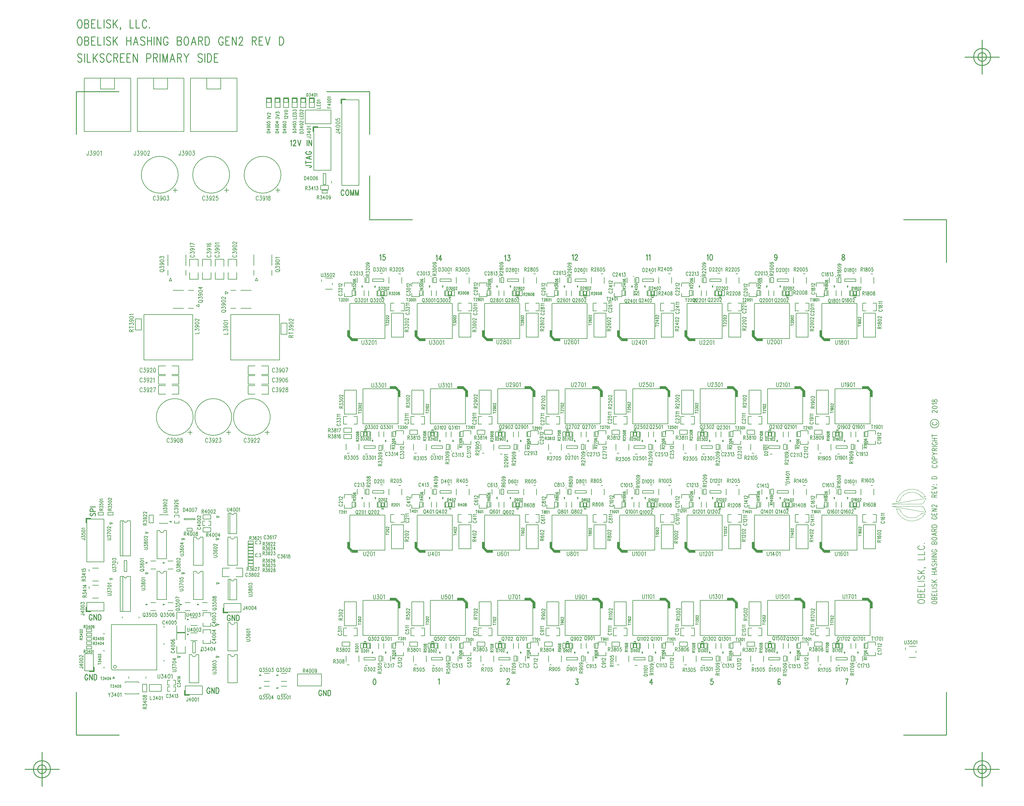
<source format=gbr>
*
*
G04 PADS 9.2 Build Number: 414666 generated Gerber (RS-274-X) file*
G04 PC Version=2.1*
*
%IN "SC1B_REVD_ARC.pcb"*%
*
%MOIN*%
*
%FSLAX24Y24*%
*
*
*
*
G04 PC Standard Apertures*
*
*
G04 Thermal Relief Aperture macro.*
%AMTER*
1,1,$1,0,0*
1,0,$1-$2,0,0*
21,0,$3,$4,0,0,45*
21,0,$3,$4,0,0,135*
%
*
*
G04 Annular Aperture macro.*
%AMANN*
1,1,$1,0,0*
1,0,$2,0,0*
%
*
*
G04 Odd Aperture macro.*
%AMODD*
1,1,$1,0,0*
1,0,$1-0.005,0,0*
%
*
*
G04 PC Custom Aperture Macros*
*
*
*
*
*
*
G04 PC Aperture Table*
*
%ADD010C,0.001*%
%ADD028C,0.01*%
%ADD029C,0.007*%
%ADD032C,0.005*%
%ADD063C,0.008*%
%ADD103C,0.006*%
*
*
*
*
G04 PC Circuitry*
G04 Layer Name SC1B_REVD_ARC.pcb - circuitry*
%LPD*%
*
*
G04 PC Custom Flashes*
G04 Layer Name SC1B_REVD_ARC.pcb - flashes*
%LPD*%
*
*
G04 PC Circuitry*
G04 Layer Name SC1B_REVD_ARC.pcb - circuitry*
%LPD*%
*
G54D10*
G01X116124Y46375D02*
G75*
G03X118705Y45920I1419J503D01*
G01X118705D02*
X119104Y45850D01*
X115726Y46445D02*
G03X119103Y45849I1817J433D01*
G01X115726Y46445D02*
X116125Y46375D01*
X115204Y46727D02*
X119149Y46056D01*
G03X119172Y46089I3J22*
G01X119172D02*
X118891Y46603D01*
X118892D02*
G03X118655Y46744I-236J-128D01*
G01X115206*
G03X115204Y46727I0J-8*
G01X118891Y47140D02*
X119172Y47654D01*
X119172D02*
G03X119149Y47687I-19J11D01*
G01X119149D02*
X115204Y47016D01*
X115204D02*
G03X115206Y46999I2J-7D01*
G01X115206D02*
X118655D01*
X118655D02*
G03X118891Y47140I0J270D01*
G01X118737Y47795D02*
X119130Y47864D01*
X119129Y47865D02*
G03X115714Y47260I-1585J-986D01*
G01X115715Y47263D02*
X116108Y47332D01*
X118737Y47794D02*
G03X116108Y47333I-1193J-915D01*
G54D28*
G01X54782Y26561D02*
X54713Y26530D01*
X54713D02*
X54668Y26436D01*
X54668D02*
X54645Y26280D01*
X54645D02*
Y26186D01*
X54645D02*
X54668Y26030D01*
X54668D02*
X54713Y25936D01*
X54713D02*
X54782Y25905D01*
X54782D02*
X54827D01*
X54827D02*
X54895Y25936D01*
X54895D02*
X54941Y26030D01*
X54941D02*
X54963Y26186D01*
X54963D02*
Y26280D01*
X54963D02*
X54941Y26436D01*
X54941D02*
X54895Y26530D01*
X54895D02*
X54827Y26561D01*
X54827D02*
X54782D01*
X62250Y26468D02*
X62295Y26499D01*
X62295D02*
X62363Y26593D01*
X62363D02*
Y25937D01*
X70272Y26437D02*
Y26468D01*
X70272D02*
X70295Y26530D01*
X70295D02*
X70318Y26562D01*
X70363Y26593*
X70363D02*
X70454D01*
X70454D02*
X70500Y26562D01*
X70522Y26530*
X70522D02*
X70545Y26468D01*
Y26405*
X70545D02*
X70522Y26343D01*
X70522D02*
X70477Y26249D01*
X70477D02*
X70250Y25937D01*
X70568*
X78313Y26561D02*
X78563D01*
X78563D02*
X78426Y26311D01*
X78426D02*
X78495D01*
X78495D02*
X78540Y26280D01*
X78540D02*
X78563Y26249D01*
X78585Y26155*
X78585D02*
Y26093D01*
X78585D02*
X78563Y25999D01*
X78517Y25936*
X78517D02*
X78449Y25905D01*
X78449D02*
X78381D01*
X78381D02*
X78313Y25936D01*
X78313D02*
X78290Y25968D01*
X78267Y26030*
X87156Y26561D02*
X86929Y26124D01*
X87270*
X87156Y26561D02*
Y25905D01*
X94311Y26561D02*
X94083D01*
X94083D02*
X94061Y26280D01*
X94061D02*
X94083Y26311D01*
X94083D02*
X94152Y26343D01*
X94220*
X94288Y26311*
X94288D02*
X94333Y26249D01*
X94333D02*
X94356Y26155D01*
X94356D02*
X94333Y26093D01*
X94333D02*
X94311Y25999D01*
X94265Y25936*
X94265D02*
X94197Y25905D01*
X94197D02*
X94129D01*
X94129D02*
X94061Y25936D01*
X94061D02*
X94038Y25968D01*
X94015Y26030*
X102162Y26468D02*
X102139Y26530D01*
X102139D02*
X102071Y26561D01*
X102071D02*
X102026D01*
X102026D02*
X101958Y26530D01*
X101958D02*
X101912Y26436D01*
X101912D02*
X101889Y26280D01*
X101889D02*
Y26124D01*
X101889D02*
X101912Y25999D01*
X101912D02*
X101958Y25936D01*
X101958D02*
X102026Y25905D01*
X102026D02*
X102048D01*
X102048D02*
X102117Y25936D01*
X102117D02*
X102162Y25999D01*
X102162D02*
X102185Y26093D01*
Y26124*
X102162Y26218*
X102162D02*
X102117Y26280D01*
X102117D02*
X102048Y26311D01*
X102048D02*
X102026D01*
X102026D02*
X101958Y26280D01*
X101958D02*
X101912Y26218D01*
X101912D02*
X101889Y26124D01*
X110082Y26561D02*
X109854Y25905D01*
X109763Y26561D02*
X110082D01*
X55433Y76043D02*
X55478Y76074D01*
X55478D02*
X55546Y76168D01*
X55546D02*
Y75511D01*
X56046Y76168D02*
X55819D01*
X55796Y75886*
X55796D02*
X55819Y75918D01*
X55887Y75949*
X55887D02*
X55955D01*
X55955D02*
X56024Y75918D01*
X56069Y75855*
X56069D02*
X56092Y75761D01*
X56092D02*
X56069Y75699D01*
X56046Y75605*
X56046D02*
X56001Y75543D01*
X55933Y75511*
X55933D02*
X55864D01*
X55864D02*
X55796Y75543D01*
X55796D02*
X55774Y75574D01*
X55751Y75636*
X62000Y75968D02*
X62045Y75999D01*
X62045D02*
X62113Y76093D01*
X62113D02*
Y75437D01*
X62545Y76093D02*
X62318Y75655D01*
X62318D02*
X62659D01*
X62545Y76093D02*
Y75437D01*
X70000Y75968D02*
X70045Y75999D01*
X70045D02*
X70113Y76093D01*
X70113D02*
Y75437D01*
X70363Y76093D02*
X70613D01*
X70613D02*
X70477Y75843D01*
X70545*
X70590Y75812*
X70590D02*
X70613Y75780D01*
X70613D02*
X70636Y75687D01*
Y75624*
X70636D02*
X70613Y75530D01*
X70613D02*
X70568Y75468D01*
X70500Y75437*
X70431*
X70431D02*
X70363Y75468D01*
X70363D02*
X70340Y75499D01*
X70340D02*
X70318Y75562D01*
X77874Y76043D02*
X77919Y76074D01*
X77987Y76168*
X77987D02*
Y75511D01*
X78214Y76011D02*
Y76043D01*
X78214D02*
X78237Y76105D01*
X78237D02*
X78260Y76136D01*
X78260D02*
X78305Y76168D01*
X78305D02*
X78396D01*
X78396D02*
X78442Y76136D01*
X78442D02*
X78464Y76105D01*
X78464D02*
X78487Y76043D01*
X78487D02*
Y75980D01*
X78487D02*
X78464Y75918D01*
X78464D02*
X78419Y75824D01*
X78192Y75511*
X78192D02*
X78510D01*
X86535Y76043D02*
X86580Y76074D01*
X86580D02*
X86649Y76168D01*
Y75511*
X86853Y76043D02*
X86899Y76074D01*
X86967Y76168*
Y75511*
X93622Y76043D02*
X93667Y76074D01*
X93735Y76168*
X93735D02*
Y75511D01*
X94076Y76168D02*
X94008Y76136D01*
X94008D02*
X93962Y76043D01*
X93962D02*
X93940Y75886D01*
X93940D02*
Y75793D01*
X93962Y75636*
X93962D02*
X94008Y75543D01*
X94076Y75511*
X94076D02*
X94122D01*
X94122D02*
X94190Y75543D01*
X94235Y75636*
X94235D02*
X94258Y75793D01*
Y75886*
X94258D02*
X94235Y76043D01*
X94235D02*
X94190Y76136D01*
X94190D02*
X94122Y76168D01*
X94076*
X101791Y75949D02*
X101768Y75855D01*
X101768D02*
X101723Y75793D01*
X101655Y75761*
X101655D02*
X101632D01*
X101632D02*
X101564Y75793D01*
X101518Y75855*
X101518D02*
X101496Y75949D01*
Y75980*
X101496D02*
X101518Y76074D01*
X101518D02*
X101564Y76136D01*
X101564D02*
X101632Y76168D01*
X101655*
X101723Y76136*
X101723D02*
X101768Y76074D01*
X101768D02*
X101791Y75949D01*
X101791D02*
Y75793D01*
X101791D02*
X101768Y75636D01*
X101768D02*
X101723Y75543D01*
X101655Y75511*
X101655D02*
X101609D01*
X101609D02*
X101541Y75543D01*
X101541D02*
X101518Y75605D01*
X109483Y76168D02*
X109415Y76136D01*
X109415D02*
X109392Y76074D01*
X109392D02*
Y76011D01*
X109392D02*
X109415Y75949D01*
X109415D02*
X109461Y75918D01*
X109551Y75886*
X109551D02*
X109620Y75855D01*
X109620D02*
X109665Y75793D01*
X109665D02*
X109688Y75730D01*
X109688D02*
Y75636D01*
X109688D02*
X109665Y75574D01*
X109665D02*
X109642Y75543D01*
X109642D02*
X109574Y75511D01*
X109574D02*
X109483D01*
X109483D02*
X109415Y75543D01*
X109415D02*
X109392Y75574D01*
X109392D02*
X109370Y75636D01*
X109370D02*
Y75730D01*
X109370D02*
X109392Y75793D01*
X109392D02*
X109438Y75855D01*
X109438D02*
X109506Y75886D01*
X109506D02*
X109597Y75918D01*
X109642Y75949*
X109642D02*
X109665Y76011D01*
X109665D02*
Y76074D01*
X109665D02*
X109642Y76136D01*
X109642D02*
X109574Y76168D01*
X109574D02*
X109483D01*
X46768Y86577D02*
X47268D01*
X47268D02*
X47362Y86554D01*
X47362D02*
X47393Y86531D01*
X47393D02*
X47425Y86486D01*
Y86440*
X47425D02*
X47393Y86395D01*
X47393D02*
X47362Y86372D01*
X47362D02*
X47268Y86350D01*
X47268D02*
X47206D01*
X46768Y86940D02*
X47425D01*
X46768Y86781D02*
Y87100D01*
Y87486D02*
X47425Y87304D01*
X46768Y87486D02*
X47425Y87668D01*
X47206Y87372D02*
Y87600D01*
X46925Y88213D02*
X46862Y88190D01*
X46862D02*
X46800Y88145D01*
X46768Y88100*
X46768D02*
Y88009D01*
X46768D02*
X46800Y87963D01*
X46800D02*
X46862Y87918D01*
X46862D02*
X46925Y87895D01*
X47018Y87872*
X47018D02*
X47175D01*
X47175D02*
X47268Y87895D01*
X47268D02*
X47331Y87918D01*
X47393Y87963*
X47393D02*
X47425Y88009D01*
Y88100*
X47393Y88145*
X47393D02*
X47331Y88190D01*
X47331D02*
X47268Y88213D01*
X47268D02*
X47175D01*
Y88100D02*
Y88213D01*
X51240Y83575D02*
X51218Y83637D01*
X51218D02*
X51172Y83700D01*
X51172D02*
X51127Y83731D01*
X51036*
X50990Y83700*
X50990D02*
X50945Y83637D01*
X50945D02*
X50922Y83575D01*
X50922D02*
X50900Y83481D01*
Y83325*
X50922Y83231*
X50922D02*
X50945Y83168D01*
X50945D02*
X50990Y83106D01*
X50990D02*
X51036Y83075D01*
X51127*
X51172Y83106*
X51172D02*
X51218Y83168D01*
X51218D02*
X51240Y83231D01*
X51581Y83731D02*
X51536Y83700D01*
X51490Y83637*
X51490D02*
X51468Y83575D01*
X51445Y83481*
Y83325*
X51468Y83231*
X51490Y83168*
X51490D02*
X51536Y83106D01*
X51581Y83075*
X51581D02*
X51672D01*
X51672D02*
X51718Y83106D01*
X51763Y83168*
X51763D02*
X51786Y83231D01*
X51809Y83325*
Y83481*
X51786Y83575*
X51763Y83637*
X51763D02*
X51718Y83700D01*
X51672Y83731*
X51672D02*
X51581D01*
X52013D02*
Y83075D01*
Y83731D02*
X52195Y83075D01*
X52377Y83731D02*
X52195Y83075D01*
X52377Y83731D02*
Y83075D01*
X52581Y83731D02*
Y83075D01*
Y83731D02*
X52763Y83075D01*
X52945Y83731D02*
X52763Y83075D01*
X52945Y83731D02*
Y83075D01*
X21687Y45943D02*
X21625Y45897D01*
X21625D02*
X21593Y45829D01*
X21593D02*
Y45738D01*
X21593D02*
X21625Y45670D01*
X21687Y45625*
X21687D02*
X21750D01*
X21812Y45647*
X21812D02*
X21843Y45670D01*
X21843D02*
X21875Y45715D01*
X21875D02*
X21937Y45852D01*
X21937D02*
X21968Y45897D01*
X21968D02*
X22000Y45920D01*
X22062Y45943*
X22062D02*
X22156D01*
X22218Y45897*
X22218D02*
X22250Y45829D01*
X22250D02*
Y45738D01*
X22250D02*
X22218Y45670D01*
X22218D02*
X22156Y45625D01*
X21593Y46147D02*
X22250D01*
X21593D02*
Y46352D01*
X21593D02*
X21625Y46420D01*
X21656Y46443*
X21718Y46465*
X21718D02*
X21812D01*
X21812D02*
X21875Y46443D01*
X21906Y46420*
X21937Y46352*
X21937D02*
Y46147D01*
X21593Y46670D02*
X22250D01*
X21840Y33937D02*
X21818Y33999D01*
X21818D02*
X21772Y34062D01*
X21772D02*
X21727Y34093D01*
X21636*
X21590Y34062*
X21590D02*
X21545Y33999D01*
X21545D02*
X21522Y33937D01*
X21522D02*
X21500Y33843D01*
Y33687*
X21522Y33593*
X21522D02*
X21545Y33530D01*
X21545D02*
X21590Y33468D01*
X21590D02*
X21636Y33437D01*
X21727*
X21772Y33468*
X21772D02*
X21818Y33530D01*
X21818D02*
X21840Y33593D01*
X21840D02*
Y33687D01*
X21727D02*
X21840D01*
X22045Y34093D02*
Y33437D01*
Y34093D02*
X22363Y33437D01*
Y34093D02*
Y33437D01*
X22568Y34093D02*
Y33437D01*
Y34093D02*
X22727D01*
X22795Y34062*
X22840Y33999*
X22840D02*
X22863Y33937D01*
X22863D02*
X22886Y33843D01*
Y33687*
X22863Y33593*
X22863D02*
X22840Y33530D01*
X22840D02*
X22795Y33468D01*
X22727Y33437*
X22568*
X37965Y33875D02*
X37943Y33937D01*
X37943D02*
X37897Y34000D01*
X37897D02*
X37852Y34031D01*
X37761*
X37715Y34000*
X37715D02*
X37670Y33937D01*
X37670D02*
X37647Y33875D01*
X37647D02*
X37625Y33781D01*
Y33625*
X37647Y33531*
X37647D02*
X37670Y33468D01*
X37670D02*
X37715Y33406D01*
X37715D02*
X37761Y33375D01*
X37852*
X37897Y33406*
X37897D02*
X37943Y33468D01*
X37943D02*
X37965Y33531D01*
X37965D02*
Y33625D01*
X37852D02*
X37965D01*
X38170Y34031D02*
Y33375D01*
Y34031D02*
X38488Y33375D01*
Y34031D02*
Y33375D01*
X38693Y34031D02*
Y33375D01*
Y34031D02*
X38852D01*
X38920Y34000*
X38965Y33937*
X38965D02*
X38988Y33875D01*
X38988D02*
X39011Y33781D01*
Y33625*
X38988Y33531*
X38988D02*
X38965Y33468D01*
X38965D02*
X38920Y33406D01*
X38852Y33375*
X38693*
X21340Y26937D02*
X21318Y26999D01*
X21318D02*
X21272Y27062D01*
X21272D02*
X21227Y27093D01*
X21136*
X21090Y27062*
X21090D02*
X21045Y26999D01*
X21045D02*
X21022Y26937D01*
X21022D02*
X21000Y26843D01*
Y26687*
X21022Y26593*
X21022D02*
X21045Y26530D01*
X21045D02*
X21090Y26468D01*
X21090D02*
X21136Y26437D01*
X21227*
X21272Y26468*
X21272D02*
X21318Y26530D01*
X21318D02*
X21340Y26593D01*
X21340D02*
Y26687D01*
X21227D02*
X21340D01*
X21545Y27093D02*
Y26437D01*
Y27093D02*
X21863Y26437D01*
Y27093D02*
Y26437D01*
X22068Y27093D02*
Y26437D01*
Y27093D02*
X22227D01*
X22295Y27062*
X22340Y26999*
X22340D02*
X22363Y26937D01*
X22363D02*
X22386Y26843D01*
Y26687*
X22363Y26593*
X22363D02*
X22340Y26530D01*
X22340D02*
X22295Y26468D01*
X22227Y26437*
X22068*
X35590Y25375D02*
X35568Y25437D01*
X35568D02*
X35522Y25500D01*
X35522D02*
X35477Y25531D01*
X35386*
X35340Y25500*
X35340D02*
X35295Y25437D01*
X35295D02*
X35272Y25375D01*
X35272D02*
X35250Y25281D01*
Y25125*
X35272Y25031*
X35272D02*
X35295Y24968D01*
X35295D02*
X35340Y24906D01*
X35340D02*
X35386Y24875D01*
X35477*
X35522Y24906*
X35522D02*
X35568Y24968D01*
X35568D02*
X35590Y25031D01*
X35590D02*
Y25125D01*
X35477D02*
X35590D01*
X35795Y25531D02*
Y24875D01*
Y25531D02*
X36113Y24875D01*
Y25531D02*
Y24875D01*
X36318Y25531D02*
Y24875D01*
Y25531D02*
X36477D01*
X36545Y25500*
X36590Y25437*
X36590D02*
X36613Y25375D01*
X36613D02*
X36636Y25281D01*
Y25125*
X36613Y25031*
X36613D02*
X36590Y24968D01*
X36590D02*
X36545Y24906D01*
X36477Y24875*
X36318*
X45000Y89406D02*
X45045Y89437D01*
X45045D02*
X45113Y89531D01*
X45113D02*
Y88875D01*
X45340Y89375D02*
Y89406D01*
X45340D02*
X45363Y89468D01*
X45363D02*
X45386Y89500D01*
X45431Y89531*
X45431D02*
X45522D01*
X45522D02*
X45568Y89500D01*
X45590Y89468*
X45590D02*
X45613Y89406D01*
X45613D02*
Y89343D01*
X45613D02*
X45590Y89281D01*
X45590D02*
X45545Y89187D01*
X45545D02*
X45318Y88875D01*
X45636*
X45840Y89531D02*
X46022Y88875D01*
X46204Y89531D02*
X46022Y88875D01*
X46931Y89531D02*
Y88875D01*
X47136Y89531D02*
Y88875D01*
Y89531D02*
X47454Y88875D01*
Y89531D02*
Y88875D01*
X48640Y25100D02*
X48618Y25162D01*
X48618D02*
X48572Y25225D01*
X48572D02*
X48527Y25256D01*
X48436*
X48390Y25225*
X48390D02*
X48345Y25162D01*
X48345D02*
X48322Y25100D01*
X48322D02*
X48300Y25006D01*
Y24850*
X48322Y24756*
X48322D02*
X48345Y24693D01*
X48345D02*
X48390Y24631D01*
X48390D02*
X48436Y24600D01*
X48527*
X48572Y24631*
X48572D02*
X48618Y24693D01*
X48618D02*
X48640Y24756D01*
X48640D02*
Y24850D01*
X48527D02*
X48640D01*
X48845Y25256D02*
Y24600D01*
Y25256D02*
X49163Y24600D01*
Y25256D02*
Y24600D01*
X49368Y25256D02*
Y24600D01*
Y25256D02*
X49527D01*
X49595Y25225*
X49640Y25162*
X49640D02*
X49663Y25100D01*
X49663D02*
X49686Y25006D01*
Y24850*
X49663Y24756*
X49663D02*
X49640Y24693D01*
X49640D02*
X49595Y24631D01*
X49527Y24600*
X49368*
X20324Y101614D02*
X20256Y101567D01*
X20256D02*
X20188Y101473D01*
X20188D02*
X20154Y101380D01*
X20120Y101239*
Y101005*
X20154Y100864*
X20188Y100770*
X20188D02*
X20256Y100676D01*
X20256D02*
X20324Y100630D01*
X20324D02*
X20460D01*
X20460D02*
X20529Y100676D01*
X20529D02*
X20597Y100770D01*
X20597D02*
X20631Y100864D01*
X20665Y101005*
Y101239*
X20631Y101380*
X20597Y101473*
X20597D02*
X20529Y101567D01*
X20529D02*
X20460Y101614D01*
X20460D02*
X20324D01*
X20972D02*
Y100630D01*
Y101614D02*
X21279D01*
X21381Y101567*
X21381D02*
X21415Y101520D01*
X21415D02*
X21449Y101426D01*
X21449D02*
Y101333D01*
X21449D02*
X21415Y101239D01*
X21381Y101192*
X21381D02*
X21279Y101145D01*
X20972D02*
X21279D01*
X21279D02*
X21381Y101098D01*
X21381D02*
X21415Y101051D01*
X21415D02*
X21449Y100958D01*
X21449D02*
Y100817D01*
X21449D02*
X21415Y100723D01*
X21415D02*
X21381Y100676D01*
X21381D02*
X21279Y100630D01*
X20972*
X21756Y101614D02*
Y100630D01*
Y101614D02*
X22199D01*
X21756Y101145D02*
X22029D01*
X21756Y100630D02*
X22199D01*
X22506Y101614D02*
Y100630D01*
X22915*
X23222Y101614D02*
Y100630D01*
X24006Y101473D02*
X23938Y101567D01*
X23938D02*
X23835Y101614D01*
X23835D02*
X23699D01*
X23699D02*
X23597Y101567D01*
X23597D02*
X23529Y101473D01*
X23529D02*
Y101380D01*
X23563Y101286*
X23597Y101239*
X23665Y101192*
X23665D02*
X23870Y101098D01*
X23870D02*
X23938Y101051D01*
X23938D02*
X23972Y101005D01*
X24006Y100911*
Y100770*
X24006D02*
X23938Y100676D01*
X23938D02*
X23835Y100630D01*
X23835D02*
X23699D01*
X23699D02*
X23597Y100676D01*
X23597D02*
X23529Y100770D01*
X24313Y101614D02*
Y100630D01*
X24790Y101614D02*
X24313Y100958D01*
X24483Y101192D02*
X24790Y100630D01*
X25881Y101614D02*
Y100630D01*
X26358Y101614D02*
Y100630D01*
X25881Y101145D02*
X26358D01*
X26938Y101614D02*
X26665Y100630D01*
X26938Y101614D02*
X27210Y100630D01*
X26767Y100958D02*
X27108D01*
X27995Y101473D02*
X27926Y101567D01*
X27926D02*
X27824Y101614D01*
X27824D02*
X27688D01*
X27585Y101567*
X27585D02*
X27517Y101473D01*
X27517D02*
Y101380D01*
X27517D02*
X27551Y101286D01*
X27551D02*
X27585Y101239D01*
X27585D02*
X27654Y101192D01*
X27654D02*
X27858Y101098D01*
X27858D02*
X27926Y101051D01*
X27926D02*
X27960Y101005D01*
X27960D02*
X27995Y100911D01*
Y100770*
X27995D02*
X27926Y100676D01*
X27926D02*
X27824Y100630D01*
X27824D02*
X27688D01*
X27585Y100676*
X27585D02*
X27517Y100770D01*
X28301Y101614D02*
Y100630D01*
X28779Y101614D02*
Y100630D01*
X28301Y101145D02*
X28779D01*
X29085Y101614D02*
Y100630D01*
X29392Y101614D02*
Y100630D01*
Y101614D02*
X29870Y100630D01*
Y101614D02*
Y100630D01*
X30688Y101380D02*
X30654Y101473D01*
X30654D02*
X30585Y101567D01*
X30585D02*
X30517Y101614D01*
X30517D02*
X30381D01*
X30313Y101567*
X30313D02*
X30245Y101473D01*
X30245D02*
X30210Y101380D01*
X30210D02*
X30176Y101239D01*
X30176D02*
Y101005D01*
X30176D02*
X30210Y100864D01*
X30210D02*
X30245Y100770D01*
X30245D02*
X30313Y100676D01*
X30313D02*
X30381Y100630D01*
X30517*
X30517D02*
X30585Y100676D01*
X30585D02*
X30654Y100770D01*
X30654D02*
X30688Y100864D01*
Y101005*
X30517D02*
X30688D01*
X31779Y101614D02*
Y100630D01*
Y101614D02*
X32085D01*
X32085D02*
X32188Y101567D01*
X32188D02*
X32222Y101520D01*
X32222D02*
X32256Y101426D01*
X32256D02*
Y101333D01*
X32222Y101239*
X32188Y101192*
X32188D02*
X32085Y101145D01*
X31779D02*
X32085D01*
X32085D02*
X32188Y101098D01*
X32188D02*
X32222Y101051D01*
X32222D02*
X32256Y100958D01*
Y100817*
X32256D02*
X32222Y100723D01*
X32222D02*
X32188Y100676D01*
X32188D02*
X32085Y100630D01*
X32085D02*
X31779D01*
X32767Y101614D02*
X32699Y101567D01*
X32699D02*
X32631Y101473D01*
X32631D02*
X32597Y101380D01*
X32563Y101239*
Y101005*
X32597Y100864*
X32631Y100770*
X32631D02*
X32699Y100676D01*
X32699D02*
X32767Y100630D01*
X32767D02*
X32904D01*
X32972Y100676*
X32972D02*
X33040Y100770D01*
X33040D02*
X33074Y100864D01*
X33074D02*
X33108Y101005D01*
X33108D02*
Y101239D01*
X33108D02*
X33074Y101380D01*
X33074D02*
X33040Y101473D01*
X33040D02*
X32972Y101567D01*
X32972D02*
X32904Y101614D01*
X32767*
X33688D02*
X33415Y100630D01*
X33688Y101614D02*
X33960Y100630D01*
X33517Y100958D02*
X33858D01*
X34267Y101614D02*
Y100630D01*
Y101614D02*
X34574D01*
X34574D02*
X34676Y101567D01*
X34676D02*
X34710Y101520D01*
X34710D02*
X34745Y101426D01*
X34745D02*
Y101333D01*
X34710Y101239*
X34710D02*
X34676Y101192D01*
X34676D02*
X34574Y101145D01*
X34574D02*
X34267D01*
X34506D02*
X34745Y100630D01*
X35051Y101614D02*
Y100630D01*
Y101614D02*
X35290D01*
X35392Y101567*
X35392D02*
X35460Y101473D01*
X35460D02*
X35495Y101380D01*
X35529Y101239*
Y101005*
X35495Y100864*
X35460Y100770*
X35460D02*
X35392Y100676D01*
X35392D02*
X35290Y100630D01*
X35051*
X37131Y101380D02*
X37097Y101473D01*
X37097D02*
X37029Y101567D01*
X37029D02*
X36960Y101614D01*
X36960D02*
X36824D01*
X36824D02*
X36756Y101567D01*
X36756D02*
X36688Y101473D01*
X36688D02*
X36654Y101380D01*
X36620Y101239*
Y101005*
X36654Y100864*
X36688Y100770*
X36688D02*
X36756Y100676D01*
X36756D02*
X36824Y100630D01*
X36824D02*
X36960D01*
X36960D02*
X37029Y100676D01*
X37029D02*
X37097Y100770D01*
X37097D02*
X37131Y100864D01*
Y101005*
X36960D02*
X37131D01*
X37438Y101614D02*
Y100630D01*
Y101614D02*
X37881D01*
X37438Y101145D02*
X37710D01*
X37438Y100630D02*
X37881D01*
X38188Y101614D02*
Y100630D01*
Y101614D02*
X38665Y100630D01*
Y101614D02*
Y100630D01*
X39006Y101380D02*
Y101426D01*
X39006D02*
X39040Y101520D01*
X39040D02*
X39074Y101567D01*
X39074D02*
X39142Y101614D01*
X39142D02*
X39279D01*
X39347Y101567*
X39347D02*
X39381Y101520D01*
X39381D02*
X39415Y101426D01*
X39415D02*
Y101333D01*
X39381Y101239*
X39313Y101098*
X39313D02*
X38972Y100630D01*
X39449*
X40540Y101614D02*
Y100630D01*
Y101614D02*
X40847D01*
X40949Y101567*
X40949D02*
X40983Y101520D01*
X40983D02*
X41017Y101426D01*
X41017D02*
Y101333D01*
X41017D02*
X40983Y101239D01*
X40983D02*
X40949Y101192D01*
X40949D02*
X40847Y101145D01*
X40847D02*
X40540D01*
X40779D02*
X41017Y100630D01*
X41324Y101614D02*
Y100630D01*
Y101614D02*
X41767D01*
X41324Y101145D02*
X41597D01*
X41324Y100630D02*
X41767D01*
X42074Y101614D02*
X42347Y100630D01*
X42620Y101614D02*
X42347Y100630D01*
X43710Y101614D02*
Y100630D01*
Y101614D02*
X43949D01*
X43949D02*
X44051Y101567D01*
X44051D02*
X44120Y101473D01*
X44120D02*
X44154Y101380D01*
X44188Y101239*
Y101005*
X44154Y100864*
X44120Y100770*
X44120D02*
X44051Y100676D01*
X44051D02*
X43949Y100630D01*
X43949D02*
X43710D01*
X20324Y103614D02*
X20256Y103567D01*
X20256D02*
X20188Y103473D01*
X20188D02*
X20154Y103380D01*
X20120Y103239*
Y103005*
X20154Y102864*
X20188Y102770*
X20188D02*
X20256Y102676D01*
X20256D02*
X20324Y102630D01*
X20324D02*
X20460D01*
X20460D02*
X20529Y102676D01*
X20529D02*
X20597Y102770D01*
X20597D02*
X20631Y102864D01*
X20665Y103005*
Y103239*
X20631Y103380*
X20597Y103473*
X20597D02*
X20529Y103567D01*
X20529D02*
X20460Y103614D01*
X20460D02*
X20324D01*
X20972D02*
Y102630D01*
Y103614D02*
X21279D01*
X21381Y103567*
X21381D02*
X21415Y103520D01*
X21415D02*
X21449Y103426D01*
X21449D02*
Y103333D01*
X21449D02*
X21415Y103239D01*
X21381Y103192*
X21381D02*
X21279Y103145D01*
X20972D02*
X21279D01*
X21279D02*
X21381Y103098D01*
X21381D02*
X21415Y103051D01*
X21415D02*
X21449Y102958D01*
X21449D02*
Y102817D01*
X21449D02*
X21415Y102723D01*
X21415D02*
X21381Y102676D01*
X21381D02*
X21279Y102630D01*
X20972*
X21756Y103614D02*
Y102630D01*
Y103614D02*
X22199D01*
X21756Y103145D02*
X22029D01*
X21756Y102630D02*
X22199D01*
X22506Y103614D02*
Y102630D01*
X22915*
X23222Y103614D02*
Y102630D01*
X24006Y103473D02*
X23938Y103567D01*
X23938D02*
X23835Y103614D01*
X23835D02*
X23699D01*
X23699D02*
X23597Y103567D01*
X23597D02*
X23529Y103473D01*
X23529D02*
Y103380D01*
X23563Y103286*
X23597Y103239*
X23665Y103192*
X23665D02*
X23870Y103098D01*
X23870D02*
X23938Y103051D01*
X23938D02*
X23972Y103005D01*
X24006Y102911*
Y102770*
X24006D02*
X23938Y102676D01*
X23938D02*
X23835Y102630D01*
X23835D02*
X23699D01*
X23699D02*
X23597Y102676D01*
X23597D02*
X23529Y102770D01*
X24313Y103614D02*
Y102630D01*
X24790Y103614D02*
X24313Y102958D01*
X24483Y103192D02*
X24790Y102630D01*
X25165Y102676D02*
X25131Y102630D01*
X25097Y102676*
X25097D02*
X25131Y102723D01*
X25131D02*
X25165Y102676D01*
X25165D02*
Y102583D01*
X25131Y102489*
X25097Y102442*
X26256Y103614D02*
Y102630D01*
X26665*
X26972Y103614D02*
Y102630D01*
X27381*
X28199Y103380D02*
X28165Y103473D01*
X28165D02*
X28097Y103567D01*
X28097D02*
X28029Y103614D01*
X27892*
X27892D02*
X27824Y103567D01*
X27824D02*
X27756Y103473D01*
X27756D02*
X27722Y103380D01*
X27688Y103239*
Y103005*
X27722Y102864*
X27756Y102770*
X27756D02*
X27824Y102676D01*
X27824D02*
X27892Y102630D01*
X27892D02*
X28029D01*
X28097Y102676*
X28097D02*
X28165Y102770D01*
X28165D02*
X28199Y102864D01*
X28540Y102723D02*
X28506Y102676D01*
X28506D02*
X28540Y102630D01*
X28574Y102676*
X28574D02*
X28540Y102723D01*
X20647Y99498D02*
X20579Y99592D01*
X20579D02*
X20476Y99639D01*
X20476D02*
X20340D01*
X20238Y99592*
X20238D02*
X20170Y99498D01*
X20170D02*
Y99405D01*
X20204Y99311*
X20238Y99264*
X20306Y99217*
X20306D02*
X20510Y99123D01*
X20510D02*
X20579Y99076D01*
X20579D02*
X20613Y99030D01*
X20647Y98936*
Y98795*
X20647D02*
X20579Y98701D01*
X20579D02*
X20476Y98655D01*
X20476D02*
X20340D01*
X20238Y98701*
X20238D02*
X20170Y98795D01*
X20954Y99639D02*
Y98655D01*
X21260Y99639D02*
Y98655D01*
X21260D02*
X21670D01*
X21976Y99639D02*
Y98655D01*
X22454Y99639D02*
X21976Y98983D01*
X22147Y99217D02*
X22454Y98655D01*
X23238Y99498D02*
X23170Y99592D01*
X23170D02*
X23067Y99639D01*
X23067D02*
X22931D01*
X22829Y99592*
X22829D02*
X22760Y99498D01*
X22760D02*
Y99405D01*
X22760D02*
X22795Y99311D01*
X22829Y99264*
X22897Y99217*
X22897D02*
X23101Y99123D01*
X23101D02*
X23170Y99076D01*
X23170D02*
X23204Y99030D01*
X23238Y98936*
Y98795*
X23238D02*
X23170Y98701D01*
X23170D02*
X23067Y98655D01*
X23067D02*
X22931D01*
X22829Y98701*
X22829D02*
X22760Y98795D01*
X24056Y99405D02*
X24022Y99498D01*
X24022D02*
X23954Y99592D01*
X23954D02*
X23885Y99639D01*
X23885D02*
X23749D01*
X23749D02*
X23681Y99592D01*
X23681D02*
X23613Y99498D01*
X23613D02*
X23579Y99405D01*
X23545Y99264*
Y99030*
X23579Y98889*
X23613Y98795*
X23613D02*
X23681Y98701D01*
X23681D02*
X23749Y98655D01*
X23749D02*
X23885D01*
X23885D02*
X23954Y98701D01*
X23954D02*
X24022Y98795D01*
X24022D02*
X24056Y98889D01*
X24363Y99639D02*
Y98655D01*
Y99639D02*
X24670D01*
X24772Y99592*
X24772D02*
X24806Y99545D01*
X24806D02*
X24840Y99451D01*
X24840D02*
Y99358D01*
X24806Y99264*
X24772Y99217*
X24772D02*
X24670Y99170D01*
X24670D02*
X24363D01*
X24601D02*
X24840Y98655D01*
X25147Y99639D02*
Y98655D01*
Y99639D02*
X25590D01*
X25147Y99170D02*
X25420D01*
X25147Y98655D02*
X25590D01*
X25897Y99639D02*
Y98655D01*
Y99639D02*
X26340D01*
X25897Y99170D02*
X26170D01*
X25897Y98655D02*
X26340D01*
X26647Y99639D02*
Y98655D01*
Y99639D02*
X27124Y98655D01*
Y99639D02*
Y98655D01*
X28215Y99639D02*
Y98655D01*
Y99639D02*
X28522D01*
X28624Y99592*
X28624D02*
X28658Y99545D01*
X28658D02*
X28692Y99451D01*
X28692D02*
Y99311D01*
X28692D02*
X28658Y99217D01*
X28658D02*
X28624Y99170D01*
X28624D02*
X28522Y99123D01*
X28522D02*
X28215D01*
X28999Y99639D02*
Y98655D01*
Y99639D02*
X29306D01*
X29408Y99592*
X29408D02*
X29442Y99545D01*
X29442D02*
X29476Y99451D01*
X29476D02*
Y99358D01*
X29476D02*
X29442Y99264D01*
X29442D02*
X29408Y99217D01*
X29408D02*
X29306Y99170D01*
X29306D02*
X28999D01*
X29238D02*
X29476Y98655D01*
X29783Y99639D02*
Y98655D01*
X30090Y99639D02*
Y98655D01*
Y99639D02*
X30363Y98655D01*
X30635Y99639D02*
X30363Y98655D01*
X30635Y99639D02*
Y98655D01*
X31215Y99639D02*
X30942Y98655D01*
X31215Y99639D02*
X31488Y98655D01*
X31045Y98983D02*
X31385D01*
X31795Y99639D02*
Y98655D01*
Y99639D02*
X32101D01*
X32101D02*
X32204Y99592D01*
X32204D02*
X32238Y99545D01*
X32238D02*
X32272Y99451D01*
X32272D02*
Y99358D01*
X32238Y99264*
X32204Y99217*
X32204D02*
X32101Y99170D01*
X32101D02*
X31795D01*
X32033D02*
X32272Y98655D01*
X32579Y99639D02*
X32851Y99170D01*
X32851D02*
Y98655D01*
X33124Y99639D02*
X32851Y99170D01*
X34692Y99498D02*
X34624Y99592D01*
X34624D02*
X34522Y99639D01*
X34385*
X34385D02*
X34283Y99592D01*
X34283D02*
X34215Y99498D01*
X34215D02*
Y99405D01*
X34249Y99311*
X34249D02*
X34283Y99264D01*
X34283D02*
X34351Y99217D01*
X34351D02*
X34556Y99123D01*
X34556D02*
X34624Y99076D01*
X34624D02*
X34658Y99030D01*
X34658D02*
X34692Y98936D01*
X34692D02*
Y98795D01*
X34692D02*
X34624Y98701D01*
X34624D02*
X34522Y98655D01*
X34385*
X34385D02*
X34283Y98701D01*
X34283D02*
X34215Y98795D01*
X34999Y99639D02*
Y98655D01*
X35306Y99639D02*
Y98655D01*
Y99639D02*
X35545D01*
X35647Y99592*
X35647D02*
X35715Y99498D01*
X35715D02*
X35749Y99405D01*
X35749D02*
X35783Y99264D01*
X35783D02*
Y99030D01*
X35783D02*
X35749Y98889D01*
X35749D02*
X35715Y98795D01*
X35715D02*
X35647Y98701D01*
X35647D02*
X35545Y98655D01*
X35306*
X36090Y99639D02*
Y98655D01*
Y99639D02*
X36533D01*
X36090Y99170D02*
X36363D01*
X36090Y98655D02*
X36533D01*
X25000Y20000D02*
X20000D01*
Y25000*
X59250Y80236D02*
X54250D01*
Y85375*
X49242Y95200D02*
X54251D01*
Y90202*
X116570Y80236D02*
X121570D01*
Y75250*
X20000Y90193D02*
Y95200D01*
X24965*
X121570Y25000D02*
Y20000D01*
X116570*
X126750Y99250D02*
G03X126750I-1000J0D01*
G01X126250D02*
G03X126250I-500J0D01*
G01X125750Y101250D02*
Y97250D01*
X123750Y99250D02*
X127750D01*
X126750Y16000D02*
G03X126750I-1000J0D01*
G01X126250D02*
G03X126250I-500J0D01*
G01X125750Y18000D02*
Y14000D01*
X123750Y16000D02*
X127750D01*
X17000D02*
G03X17000I-1000J0D01*
G01X16500D02*
G03X16500I-500J0D01*
G01X16000Y18000D02*
Y14000D01*
X14000Y16000D02*
X18000D01*
G54D29*
X89823Y42450D02*
X90250D01*
X89823D02*
Y42583D01*
X89843Y42627*
X89843D02*
X89864Y42642D01*
X89904Y42656*
X89904D02*
X89945D01*
X89945D02*
X89985Y42642D01*
X89985D02*
X90006Y42627D01*
X90026Y42583*
X90026D02*
Y42450D01*
Y42553D02*
X90250Y42656D01*
X89904Y42789D02*
X89884Y42819D01*
X89823Y42863*
X89823D02*
X90250D01*
X89823Y43085D02*
X89843Y43040D01*
X89843D02*
X89904Y43011D01*
X89904D02*
X90006Y42996D01*
X90006D02*
X90067D01*
X90067D02*
X90168Y43011D01*
X90168D02*
X90229Y43040D01*
X90229D02*
X90250Y43085D01*
Y43114*
X90250D02*
X90229Y43159D01*
X90229D02*
X90168Y43188D01*
X90168D02*
X90067Y43203D01*
X90006*
X89904Y43188*
X89904D02*
X89843Y43159D01*
X89843D02*
X89823Y43114D01*
X89823D02*
Y43085D01*
Y43425D02*
X89843Y43380D01*
X89843D02*
X89904Y43351D01*
X89904D02*
X90006Y43336D01*
X90067*
X90168Y43351*
X90168D02*
X90229Y43380D01*
X90229D02*
X90250Y43425D01*
Y43454*
X90250D02*
X90229Y43498D01*
X90229D02*
X90168Y43528D01*
X90168D02*
X90067Y43543D01*
X90006*
X89904Y43528*
X89904D02*
X89843Y43498D01*
X89843D02*
X89823Y43454D01*
X89823D02*
Y43425D01*
X89925Y43690D02*
X89904D01*
X89904D02*
X89864Y43705D01*
X89864D02*
X89843Y43720D01*
X89843D02*
X89823Y43750D01*
Y43809*
X89843Y43838*
X89843D02*
X89864Y43853D01*
X89904Y43868*
X89904D02*
X89945D01*
X89985Y43853*
X89985D02*
X90046Y43823D01*
X90046D02*
X90250Y43676D01*
Y43883*
X82173Y33500D02*
X82600D01*
X82173D02*
Y33633D01*
X82193Y33677*
X82193D02*
X82214Y33692D01*
X82254Y33706*
X82254D02*
X82295D01*
X82295D02*
X82335Y33692D01*
X82335D02*
X82356Y33677D01*
X82376Y33633*
X82376D02*
Y33500D01*
Y33603D02*
X82600Y33706D01*
X82254Y33839D02*
X82234Y33869D01*
X82173Y33913*
X82173D02*
X82600D01*
X82254Y34046D02*
X82234Y34076D01*
X82173Y34120*
X82600*
X82173Y34342D02*
X82193Y34297D01*
X82193D02*
X82254Y34268D01*
X82254D02*
X82356Y34253D01*
X82417*
X82518Y34268*
X82518D02*
X82579Y34297D01*
X82579D02*
X82600Y34342D01*
Y34371*
X82600D02*
X82579Y34415D01*
X82579D02*
X82518Y34445D01*
X82518D02*
X82417Y34460D01*
X82356*
X82254Y34445*
X82254D02*
X82193Y34415D01*
X82193D02*
X82173Y34371D01*
X82173D02*
Y34342D01*
X82275Y34608D02*
X82254D01*
X82254D02*
X82214Y34622D01*
X82214D02*
X82193Y34637D01*
X82193D02*
X82173Y34667D01*
Y34726*
X82193Y34755*
X82193D02*
X82214Y34770D01*
X82254Y34785*
X82254D02*
X82295D01*
X82335Y34770*
X82335D02*
X82396Y34740D01*
X82396D02*
X82600Y34593D01*
Y34800*
X97723Y42650D02*
X98150D01*
X97723D02*
Y42783D01*
X97743Y42827*
X97743D02*
X97764Y42842D01*
X97804Y42856*
X97804D02*
X97845D01*
X97845D02*
X97885Y42842D01*
X97885D02*
X97906Y42827D01*
X97926Y42783*
X97926D02*
Y42650D01*
Y42753D02*
X98150Y42856D01*
X97804Y42989D02*
X97784Y43019D01*
X97723Y43063*
X97723D02*
X98150D01*
X97825Y43211D02*
X97804D01*
X97804D02*
X97764Y43226D01*
X97743Y43240*
X97743D02*
X97723Y43270D01*
Y43329*
X97723D02*
X97743Y43359D01*
X97743D02*
X97764Y43373D01*
X97764D02*
X97804Y43388D01*
X97804D02*
X97845D01*
X97845D02*
X97885Y43373D01*
X97885D02*
X97946Y43344D01*
X97946D02*
X98150Y43196D01*
X98150D02*
Y43403D01*
X97723Y43625D02*
X97743Y43580D01*
X97743D02*
X97804Y43551D01*
X97804D02*
X97906Y43536D01*
X97967*
X98068Y43551*
X98068D02*
X98129Y43580D01*
X98129D02*
X98150Y43625D01*
Y43654*
X98150D02*
X98129Y43698D01*
X98129D02*
X98068Y43728D01*
X98068D02*
X97967Y43743D01*
X97906*
X97804Y43728*
X97804D02*
X97743Y43698D01*
X97743D02*
X97723Y43654D01*
X97723D02*
Y43625D01*
X97825Y43890D02*
X97804D01*
X97804D02*
X97764Y43905D01*
X97764D02*
X97743Y43920D01*
X97743D02*
X97723Y43950D01*
Y44009*
X97743Y44038*
X97743D02*
X97764Y44053D01*
X97804Y44068*
X97804D02*
X97845D01*
X97885Y44053*
X97885D02*
X97946Y44023D01*
X97946D02*
X98150Y43876D01*
Y44083*
X90073Y33400D02*
X90500D01*
X90073D02*
Y33533D01*
X90093Y33577*
X90093D02*
X90114Y33592D01*
X90154Y33606*
X90154D02*
X90195D01*
X90195D02*
X90235Y33592D01*
X90235D02*
X90256Y33577D01*
X90276Y33533*
X90276D02*
Y33400D01*
Y33503D02*
X90500Y33606D01*
X90154Y33739D02*
X90134Y33769D01*
X90073Y33813*
X90073D02*
X90500D01*
X90073Y33976D02*
Y34138D01*
X90073D02*
X90235Y34050D01*
X90235D02*
Y34094D01*
X90235D02*
X90256Y34123D01*
X90256D02*
X90276Y34138D01*
X90276D02*
X90337Y34153D01*
X90337D02*
X90378D01*
X90439Y34138*
X90439D02*
X90479Y34109D01*
X90479D02*
X90500Y34064D01*
X90500D02*
Y34020D01*
X90479Y33976*
X90479D02*
X90459Y33961D01*
X90418Y33946*
X90073Y34375D02*
X90093Y34330D01*
X90093D02*
X90154Y34301D01*
X90154D02*
X90256Y34286D01*
X90317*
X90418Y34301*
X90418D02*
X90479Y34330D01*
X90479D02*
X90500Y34375D01*
Y34404*
X90500D02*
X90479Y34448D01*
X90479D02*
X90418Y34478D01*
X90418D02*
X90317Y34493D01*
X90256*
X90154Y34478*
X90154D02*
X90093Y34448D01*
X90093D02*
X90073Y34404D01*
X90073D02*
Y34375D01*
X90175Y34640D02*
X90154D01*
X90154D02*
X90114Y34655D01*
X90114D02*
X90093Y34670D01*
X90093D02*
X90073Y34700D01*
Y34759*
X90093Y34788*
X90093D02*
X90114Y34803D01*
X90154Y34818*
X90154D02*
X90195D01*
X90235Y34803*
X90235D02*
X90296Y34773D01*
X90296D02*
X90500Y34626D01*
Y34833*
X105623Y42600D02*
X106050D01*
X105623D02*
Y42733D01*
X105643Y42777*
X105643D02*
X105664Y42792D01*
X105704Y42806*
X105704D02*
X105745D01*
X105745D02*
X105785Y42792D01*
X105785D02*
X105806Y42777D01*
X105826Y42733*
X105826D02*
Y42600D01*
Y42703D02*
X106050Y42806D01*
X105704Y42939D02*
X105684Y42969D01*
X105623Y43013*
X105623D02*
X106050D01*
X105623Y43294D02*
X105907Y43146D01*
X105907D02*
Y43368D01*
X105623Y43294D02*
X106050D01*
X105623Y43589D02*
X105643Y43545D01*
X105643D02*
X105704Y43515D01*
X105704D02*
X105806Y43501D01*
X105867*
X105968Y43515*
X105968D02*
X106029Y43545D01*
X106029D02*
X106050Y43589D01*
X106050D02*
Y43619D01*
X106029Y43663*
X106029D02*
X105968Y43693D01*
X105968D02*
X105867Y43708D01*
X105806*
X105704Y43693*
X105704D02*
X105643Y43663D01*
X105643D02*
X105623Y43619D01*
Y43589*
X105725Y43855D02*
X105704D01*
X105704D02*
X105664Y43870D01*
X105643Y43885*
X105643D02*
X105623Y43914D01*
X105623D02*
Y43973D01*
X105623D02*
X105643Y44003D01*
X105643D02*
X105664Y44018D01*
X105704Y44033*
X105704D02*
X105745D01*
X105785Y44018*
X105785D02*
X105846Y43988D01*
X105846D02*
X106050Y43840D01*
X106050D02*
Y44047D01*
X97923Y33400D02*
X98350D01*
X97923D02*
Y33533D01*
X97943Y33577*
X97943D02*
X97964Y33592D01*
X98004Y33606*
X98004D02*
X98045D01*
X98045D02*
X98085Y33592D01*
X98085D02*
X98106Y33577D01*
X98126Y33533*
X98126D02*
Y33400D01*
Y33503D02*
X98350Y33606D01*
X98004Y33739D02*
X97984Y33769D01*
X97923Y33813*
X97923D02*
X98350D01*
X97923Y34138D02*
Y33990D01*
X97923D02*
X98106Y33976D01*
X98085Y33990*
X98085D02*
X98065Y34035D01*
X98065D02*
Y34079D01*
X98065D02*
X98085Y34123D01*
X98085D02*
X98126Y34153D01*
X98126D02*
X98187Y34168D01*
X98187D02*
X98228Y34153D01*
X98289Y34138*
X98289D02*
X98329Y34109D01*
X98329D02*
X98350Y34064D01*
X98350D02*
Y34020D01*
X98329Y33976*
X98329D02*
X98309Y33961D01*
X98268Y33946*
X97923Y34389D02*
X97943Y34345D01*
X97943D02*
X98004Y34315D01*
X98004D02*
X98106Y34301D01*
X98167*
X98268Y34315*
X98268D02*
X98329Y34345D01*
X98329D02*
X98350Y34389D01*
X98350D02*
Y34419D01*
X98329Y34463*
X98329D02*
X98268Y34493D01*
X98268D02*
X98167Y34508D01*
X98106*
X98004Y34493*
X98004D02*
X97943Y34463D01*
X97943D02*
X97923Y34419D01*
Y34389*
X98025Y34655D02*
X98004D01*
X98004D02*
X97964Y34670D01*
X97943Y34685*
X97943D02*
X97923Y34714D01*
X97923D02*
Y34773D01*
X97923D02*
X97943Y34803D01*
X97943D02*
X97964Y34818D01*
X98004Y34833*
X98004D02*
X98045D01*
X98085Y34818*
X98085D02*
X98146Y34788D01*
X98146D02*
X98350Y34640D01*
X98350D02*
Y34847D01*
X113523Y42550D02*
X113950D01*
X113523D02*
Y42683D01*
X113543Y42727*
X113543D02*
X113564Y42742D01*
X113604Y42756*
X113604D02*
X113645D01*
X113645D02*
X113685Y42742D01*
X113685D02*
X113706Y42727D01*
X113726Y42683*
X113726D02*
Y42550D01*
Y42653D02*
X113950Y42756D01*
X113604Y42889D02*
X113584Y42919D01*
X113523Y42963*
X113523D02*
X113950D01*
X113584Y43273D02*
X113543Y43259D01*
X113543D02*
X113523Y43214D01*
X113523D02*
Y43185D01*
X113543Y43140*
X113543D02*
X113604Y43111D01*
X113604D02*
X113706Y43096D01*
X113706D02*
X113807D01*
X113807D02*
X113889Y43111D01*
X113929Y43140*
X113929D02*
X113950Y43185D01*
Y43200*
X113929Y43244*
X113929D02*
X113889Y43273D01*
X113889D02*
X113828Y43288D01*
X113828D02*
X113807D01*
X113807D02*
X113746Y43273D01*
X113746D02*
X113706Y43244D01*
X113685Y43200*
X113685D02*
Y43185D01*
X113685D02*
X113706Y43140D01*
X113706D02*
X113746Y43111D01*
X113746D02*
X113807Y43096D01*
X113523Y43510D02*
X113543Y43465D01*
X113543D02*
X113604Y43436D01*
X113604D02*
X113706Y43421D01*
X113706D02*
X113767D01*
X113767D02*
X113868Y43436D01*
X113868D02*
X113929Y43465D01*
X113929D02*
X113950Y43510D01*
Y43539*
X113950D02*
X113929Y43584D01*
X113929D02*
X113868Y43613D01*
X113868D02*
X113767Y43628D01*
X113706*
X113604Y43613*
X113604D02*
X113543Y43584D01*
X113543D02*
X113523Y43539D01*
X113523D02*
Y43510D01*
X113625Y43776D02*
X113604D01*
X113604D02*
X113564Y43790D01*
X113564D02*
X113543Y43805D01*
X113543D02*
X113523Y43835D01*
Y43894*
X113543Y43923*
X113543D02*
X113564Y43938D01*
X113564D02*
X113604Y43953D01*
X113604D02*
X113645D01*
X113685Y43938*
X113685D02*
X113746Y43909D01*
X113746D02*
X113950Y43761D01*
Y43968*
X105773Y33350D02*
X106200D01*
X105773D02*
Y33483D01*
X105793Y33527*
X105793D02*
X105814Y33542D01*
X105854Y33556*
X105854D02*
X105895D01*
X105895D02*
X105935Y33542D01*
X105935D02*
X105956Y33527D01*
X105976Y33483*
X105976D02*
Y33350D01*
Y33453D02*
X106200Y33556D01*
X105854Y33689D02*
X105834Y33719D01*
X105773Y33763*
X105773D02*
X106200D01*
X105773Y34103D02*
X106200Y33955D01*
X105773Y33896D02*
Y34103D01*
Y34325D02*
X105793Y34280D01*
X105793D02*
X105854Y34251D01*
X105854D02*
X105956Y34236D01*
X106017*
X106118Y34251*
X106118D02*
X106179Y34280D01*
X106179D02*
X106200Y34325D01*
Y34354*
X106200D02*
X106179Y34398D01*
X106179D02*
X106118Y34428D01*
X106118D02*
X106017Y34443D01*
X105956*
X105854Y34428*
X105854D02*
X105793Y34398D01*
X105793D02*
X105773Y34354D01*
X105773D02*
Y34325D01*
X105875Y34590D02*
X105854D01*
X105854D02*
X105814Y34605D01*
X105814D02*
X105793Y34620D01*
X105793D02*
X105773Y34650D01*
Y34709*
X105793Y34738*
X105793D02*
X105814Y34753D01*
X105854Y34768*
X105854D02*
X105895D01*
X105935Y34753*
X105935D02*
X105996Y34723D01*
X105996D02*
X106200Y34576D01*
Y34783*
X113573Y67500D02*
X114000D01*
X113573D02*
Y67633D01*
X113593Y67677*
X113593D02*
X113614Y67692D01*
X113654Y67706*
X113654D02*
X113695D01*
X113695D02*
X113735Y67692D01*
X113735D02*
X113756Y67677D01*
X113776Y67633*
X113776D02*
Y67500D01*
Y67603D02*
X114000Y67706D01*
X113654Y67839D02*
X113634Y67869D01*
X113573Y67913*
X113573D02*
X114000D01*
X113573Y68120D02*
X113593Y68076D01*
X113593D02*
X113634Y68061D01*
X113675*
X113715Y68076*
X113715D02*
X113735Y68105D01*
X113735D02*
X113756Y68164D01*
X113756D02*
X113776Y68209D01*
X113776D02*
X113817Y68238D01*
X113817D02*
X113857Y68253D01*
X113857D02*
X113918D01*
X113918D02*
X113959Y68238D01*
X113959D02*
X113979Y68223D01*
X113979D02*
X114000Y68179D01*
X114000D02*
Y68120D01*
X113979Y68076*
X113979D02*
X113959Y68061D01*
X113918Y68046*
X113918D02*
X113857D01*
X113857D02*
X113817Y68061D01*
X113776Y68090*
X113776D02*
X113756Y68135D01*
X113735Y68194*
X113735D02*
X113715Y68223D01*
X113715D02*
X113675Y68238D01*
X113675D02*
X113634D01*
X113634D02*
X113593Y68223D01*
X113593D02*
X113573Y68179D01*
X113573D02*
Y68120D01*
Y68475D02*
X113593Y68430D01*
X113593D02*
X113654Y68401D01*
X113654D02*
X113756Y68386D01*
X113817*
X113918Y68401*
X113918D02*
X113979Y68430D01*
X113979D02*
X114000Y68475D01*
Y68504*
X114000D02*
X113979Y68548D01*
X113979D02*
X113918Y68578D01*
X113918D02*
X113817Y68593D01*
X113756*
X113654Y68578*
X113654D02*
X113593Y68548D01*
X113593D02*
X113573Y68504D01*
X113573D02*
Y68475D01*
X113675Y68740D02*
X113654D01*
X113654D02*
X113614Y68755D01*
X113614D02*
X113593Y68770D01*
X113593D02*
X113573Y68800D01*
Y68859*
X113593Y68888*
X113593D02*
X113614Y68903D01*
X113654Y68918*
X113654D02*
X113695D01*
X113735Y68903*
X113735D02*
X113796Y68873D01*
X113796D02*
X114000Y68726D01*
Y68933*
X105773Y58200D02*
X106200D01*
X105773D02*
Y58333D01*
X105793Y58377*
X105793D02*
X105814Y58392D01*
X105854Y58406*
X105854D02*
X105895D01*
X105895D02*
X105935Y58392D01*
X105935D02*
X105956Y58377D01*
X105976Y58333*
X105976D02*
Y58200D01*
Y58303D02*
X106200Y58406D01*
X105854Y58539D02*
X105834Y58569D01*
X105773Y58613*
X105773D02*
X106200D01*
X105915Y58938D02*
X105976Y58923D01*
X105976D02*
X106017Y58894D01*
X106037Y58850*
X106037D02*
Y58835D01*
X106037D02*
X106017Y58790D01*
X106017D02*
X105976Y58761D01*
X105976D02*
X105915Y58746D01*
X105915D02*
X105895D01*
X105895D02*
X105834Y58761D01*
X105793Y58790*
X105793D02*
X105773Y58835D01*
Y58850*
X105793Y58894*
X105793D02*
X105834Y58923D01*
X105834D02*
X105915Y58938D01*
X105915D02*
X106017D01*
X106017D02*
X106118Y58923D01*
X106118D02*
X106179Y58894D01*
X106179D02*
X106200Y58850D01*
Y58820*
X106179Y58776*
X106179D02*
X106139Y58761D01*
X105773Y59160D02*
X105793Y59115D01*
X105793D02*
X105854Y59086D01*
X105854D02*
X105956Y59071D01*
X105956D02*
X106017D01*
X106017D02*
X106118Y59086D01*
X106118D02*
X106179Y59115D01*
X106179D02*
X106200Y59160D01*
Y59189*
X106200D02*
X106179Y59234D01*
X106179D02*
X106118Y59263D01*
X106118D02*
X106017Y59278D01*
X105956*
X105854Y59263*
X105854D02*
X105793Y59234D01*
X105793D02*
X105773Y59189D01*
X105773D02*
Y59160D01*
X105875Y59426D02*
X105854D01*
X105854D02*
X105814Y59440D01*
X105814D02*
X105793Y59455D01*
X105793D02*
X105773Y59485D01*
Y59544*
X105793Y59573*
X105793D02*
X105814Y59588D01*
X105814D02*
X105854Y59603D01*
X105854D02*
X105895D01*
X105935Y59588*
X105935D02*
X105996Y59559D01*
X105996D02*
X106200Y59411D01*
Y59618*
X105673Y67250D02*
X106100D01*
X105673D02*
Y67383D01*
X105693Y67427*
X105693D02*
X105714Y67442D01*
X105754Y67456*
X105754D02*
X105795D01*
X105795D02*
X105835Y67442D01*
X105835D02*
X105856Y67427D01*
X105876Y67383*
X105876D02*
Y67250D01*
Y67353D02*
X106100Y67456D01*
X105775Y67604D02*
X105754D01*
X105754D02*
X105714Y67619D01*
X105693Y67634*
X105693D02*
X105673Y67663D01*
X105673D02*
Y67722D01*
X105673D02*
X105693Y67752D01*
X105693D02*
X105714Y67767D01*
X105754Y67781*
X105754D02*
X105795D01*
X105795D02*
X105835Y67767D01*
X105835D02*
X105896Y67737D01*
X105896D02*
X106100Y67589D01*
X106100D02*
Y67796D01*
X105673Y68018D02*
X105693Y67973D01*
X105693D02*
X105754Y67944D01*
X105754D02*
X105856Y67929D01*
X105856D02*
X105917D01*
X105917D02*
X106018Y67944D01*
X106018D02*
X106079Y67973D01*
X106079D02*
X106100Y68018D01*
Y68047*
X106100D02*
X106079Y68092D01*
X106079D02*
X106018Y68121D01*
X106018D02*
X105917Y68136D01*
X105856*
X105754Y68121*
X105754D02*
X105693Y68092D01*
X105693D02*
X105673Y68047D01*
X105673D02*
Y68018D01*
Y68358D02*
X105693Y68313D01*
X105693D02*
X105754Y68284D01*
X105754D02*
X105856Y68269D01*
X105917*
X106018Y68284*
X106018D02*
X106079Y68313D01*
X106079D02*
X106100Y68358D01*
Y68387*
X106100D02*
X106079Y68431D01*
X106079D02*
X106018Y68461D01*
X106018D02*
X105917Y68476D01*
X105856*
X105754Y68461*
X105754D02*
X105693Y68431D01*
X105693D02*
X105673Y68387D01*
X105673D02*
Y68358D01*
X105775Y68623D02*
X105754D01*
X105754D02*
X105714Y68638D01*
X105714D02*
X105693Y68653D01*
X105693D02*
X105673Y68683D01*
Y68742*
X105693Y68771*
X105693D02*
X105714Y68786D01*
X105754Y68801*
X105754D02*
X105795D01*
X105835Y68786*
X105835D02*
X105896Y68756D01*
X105896D02*
X106100Y68609D01*
Y68815*
X58373Y42650D02*
X58800D01*
X58373D02*
Y42783D01*
X58393Y42827*
X58393D02*
X58414Y42842D01*
X58454Y42856*
X58454D02*
X58495D01*
X58495D02*
X58535Y42842D01*
X58535D02*
X58556Y42827D01*
X58576Y42783*
X58576D02*
Y42650D01*
Y42753D02*
X58800Y42856D01*
X58475Y43004D02*
X58454D01*
X58454D02*
X58414Y43019D01*
X58393Y43034*
X58393D02*
X58373Y43063D01*
X58373D02*
Y43122D01*
X58373D02*
X58393Y43152D01*
X58393D02*
X58414Y43167D01*
X58454Y43181*
X58454D02*
X58495D01*
X58495D02*
X58535Y43167D01*
X58535D02*
X58596Y43137D01*
X58596D02*
X58800Y42989D01*
X58800D02*
Y43196D01*
X58373Y43418D02*
X58393Y43373D01*
X58393D02*
X58454Y43344D01*
X58454D02*
X58556Y43329D01*
X58556D02*
X58617D01*
X58617D02*
X58718Y43344D01*
X58718D02*
X58779Y43373D01*
X58779D02*
X58800Y43418D01*
Y43447*
X58800D02*
X58779Y43492D01*
X58779D02*
X58718Y43521D01*
X58718D02*
X58617Y43536D01*
X58556*
X58454Y43521*
X58454D02*
X58393Y43492D01*
X58393D02*
X58373Y43447D01*
X58373D02*
Y43418D01*
X58475Y43684D02*
X58454D01*
X58454D02*
X58414Y43698D01*
X58414D02*
X58393Y43713D01*
X58393D02*
X58373Y43743D01*
Y43802*
X58393Y43831*
X58393D02*
X58414Y43846D01*
X58414D02*
X58454Y43861D01*
X58454D02*
X58495D01*
X58535Y43846*
X58535D02*
X58596Y43817D01*
X58596D02*
X58800Y43669D01*
Y43876*
X97823Y58300D02*
X98250D01*
X97823D02*
Y58433D01*
X97843Y58477*
X97843D02*
X97864Y58492D01*
X97904Y58506*
X97904D02*
X97945D01*
X97945D02*
X97985Y58492D01*
X97985D02*
X98006Y58477D01*
X98026Y58433*
X98026D02*
Y58300D01*
Y58403D02*
X98250Y58506D01*
X97925Y58654D02*
X97904D01*
X97904D02*
X97864Y58669D01*
X97843Y58684*
X97843D02*
X97823Y58713D01*
X97823D02*
Y58772D01*
X97823D02*
X97843Y58802D01*
X97843D02*
X97864Y58817D01*
X97904Y58831*
X97904D02*
X97945D01*
X97945D02*
X97985Y58817D01*
X97985D02*
X98046Y58787D01*
X98046D02*
X98250Y58639D01*
X98250D02*
Y58846D01*
X97904Y58979D02*
X97884Y59009D01*
X97823Y59053*
X98250*
X97823Y59275D02*
X97843Y59230D01*
X97843D02*
X97904Y59201D01*
X97904D02*
X98006Y59186D01*
X98067*
X98168Y59201*
X98168D02*
X98229Y59230D01*
X98229D02*
X98250Y59275D01*
Y59304*
X98250D02*
X98229Y59348D01*
X98229D02*
X98168Y59378D01*
X98168D02*
X98067Y59393D01*
X98006*
X97904Y59378*
X97904D02*
X97843Y59348D01*
X97843D02*
X97823Y59304D01*
X97823D02*
Y59275D01*
X97925Y59540D02*
X97904D01*
X97904D02*
X97864Y59555D01*
X97864D02*
X97843Y59570D01*
X97843D02*
X97823Y59600D01*
Y59659*
X97843Y59688*
X97843D02*
X97864Y59703D01*
X97904Y59718*
X97904D02*
X97945D01*
X97985Y59703*
X97985D02*
X98046Y59673D01*
X98046D02*
X98250Y59526D01*
Y59733*
X97773Y67300D02*
X98200D01*
X97773D02*
Y67433D01*
X97793Y67477*
X97793D02*
X97814Y67492D01*
X97854Y67506*
X97854D02*
X97895D01*
X97895D02*
X97935Y67492D01*
X97935D02*
X97956Y67477D01*
X97976Y67433*
X97976D02*
Y67300D01*
Y67403D02*
X98200Y67506D01*
X97875Y67654D02*
X97854D01*
X97854D02*
X97814Y67669D01*
X97793Y67684*
X97793D02*
X97773Y67713D01*
X97773D02*
Y67772D01*
X97773D02*
X97793Y67802D01*
X97793D02*
X97814Y67817D01*
X97854Y67831*
X97854D02*
X97895D01*
X97895D02*
X97935Y67817D01*
X97935D02*
X97996Y67787D01*
X97996D02*
X98200Y67639D01*
X98200D02*
Y67846D01*
X97875Y67994D02*
X97854D01*
X97854D02*
X97814Y68009D01*
X97793Y68023*
X97793D02*
X97773Y68053D01*
Y68112*
X97773D02*
X97793Y68142D01*
X97793D02*
X97814Y68156D01*
X97814D02*
X97854Y68171D01*
X97854D02*
X97895D01*
X97895D02*
X97935Y68156D01*
X97935D02*
X97996Y68127D01*
X97996D02*
X98200Y67979D01*
X98200D02*
Y68186D01*
X97773Y68408D02*
X97793Y68363D01*
X97793D02*
X97854Y68334D01*
X97854D02*
X97956Y68319D01*
X98017*
X98118Y68334*
X98118D02*
X98179Y68363D01*
X98179D02*
X98200Y68408D01*
Y68437*
X98200D02*
X98179Y68481D01*
X98179D02*
X98118Y68511D01*
X98118D02*
X98017Y68526D01*
X97956*
X97854Y68511*
X97854D02*
X97793Y68481D01*
X97793D02*
X97773Y68437D01*
X97773D02*
Y68408D01*
X97875Y68673D02*
X97854D01*
X97854D02*
X97814Y68688D01*
X97814D02*
X97793Y68703D01*
X97793D02*
X97773Y68733D01*
Y68792*
X97793Y68821*
X97793D02*
X97814Y68836D01*
X97854Y68851*
X97854D02*
X97895D01*
X97935Y68836*
X97935D02*
X97996Y68806D01*
X97996D02*
X98200Y68659D01*
Y68865*
X89973Y58200D02*
X90400D01*
X89973D02*
Y58333D01*
X89993Y58377*
X89993D02*
X90014Y58392D01*
X90054Y58406*
X90054D02*
X90095D01*
X90095D02*
X90135Y58392D01*
X90135D02*
X90156Y58377D01*
X90176Y58333*
X90176D02*
Y58200D01*
Y58303D02*
X90400Y58406D01*
X90075Y58554D02*
X90054D01*
X90054D02*
X90014Y58569D01*
X89993Y58584*
X89993D02*
X89973Y58613D01*
X89973D02*
Y58672D01*
X89973D02*
X89993Y58702D01*
X89993D02*
X90014Y58717D01*
X90054Y58731*
X90054D02*
X90095D01*
X90095D02*
X90135Y58717D01*
X90135D02*
X90196Y58687D01*
X90196D02*
X90400Y58539D01*
X90400D02*
Y58746D01*
X89973Y58909D02*
Y59071D01*
X89973D02*
X90135Y58983D01*
X90135D02*
Y59027D01*
X90135D02*
X90156Y59056D01*
X90156D02*
X90176Y59071D01*
X90176D02*
X90237Y59086D01*
X90237D02*
X90278D01*
X90339Y59071*
X90339D02*
X90379Y59042D01*
X90379D02*
X90400Y58997D01*
X90400D02*
Y58953D01*
X90379Y58909*
X90379D02*
X90359Y58894D01*
X90318Y58879*
X89973Y59308D02*
X89993Y59263D01*
X89993D02*
X90054Y59234D01*
X90054D02*
X90156Y59219D01*
X90217*
X90318Y59234*
X90318D02*
X90379Y59263D01*
X90379D02*
X90400Y59308D01*
Y59337*
X90400D02*
X90379Y59381D01*
X90379D02*
X90318Y59411D01*
X90318D02*
X90217Y59426D01*
X90156*
X90054Y59411*
X90054D02*
X89993Y59381D01*
X89993D02*
X89973Y59337D01*
X89973D02*
Y59308D01*
X90075Y59573D02*
X90054D01*
X90054D02*
X90014Y59588D01*
X90014D02*
X89993Y59603D01*
X89993D02*
X89973Y59633D01*
Y59692*
X89993Y59721*
X89993D02*
X90014Y59736D01*
X90054Y59751*
X90054D02*
X90095D01*
X90135Y59736*
X90135D02*
X90196Y59706D01*
X90196D02*
X90400Y59559D01*
Y59765*
X89923Y67250D02*
X90350D01*
X89923D02*
Y67383D01*
X89943Y67427*
X89943D02*
X89964Y67442D01*
X90004Y67456*
X90004D02*
X90045D01*
X90045D02*
X90085Y67442D01*
X90085D02*
X90106Y67427D01*
X90126Y67383*
X90126D02*
Y67250D01*
Y67353D02*
X90350Y67456D01*
X90025Y67604D02*
X90004D01*
X90004D02*
X89964Y67619D01*
X89943Y67634*
X89943D02*
X89923Y67663D01*
X89923D02*
Y67722D01*
X89923D02*
X89943Y67752D01*
X89943D02*
X89964Y67767D01*
X90004Y67781*
X90004D02*
X90045D01*
X90045D02*
X90085Y67767D01*
X90085D02*
X90146Y67737D01*
X90146D02*
X90350Y67589D01*
X90350D02*
Y67796D01*
X89923Y68077D02*
X90207Y67929D01*
X90207D02*
Y68151D01*
X89923Y68077D02*
X90350D01*
X89923Y68372D02*
X89943Y68328D01*
X89943D02*
X90004Y68298D01*
X90004D02*
X90106Y68284D01*
X90167*
X90268Y68298*
X90268D02*
X90329Y68328D01*
X90329D02*
X90350Y68372D01*
X90350D02*
Y68402D01*
X90329Y68446*
X90329D02*
X90268Y68476D01*
X90268D02*
X90167Y68490D01*
X90167D02*
X90106D01*
X90106D02*
X90004Y68476D01*
X90004D02*
X89943Y68446D01*
X89943D02*
X89923Y68402D01*
Y68372*
X90025Y68638D02*
X90004D01*
X90004D02*
X89964Y68653D01*
X89943Y68668*
X89943D02*
X89923Y68697D01*
X89923D02*
Y68756D01*
X89923D02*
X89943Y68786D01*
X89943D02*
X89964Y68801D01*
X90004Y68815*
X90004D02*
X90045D01*
X90045D02*
X90085Y68801D01*
X90085D02*
X90146Y68771D01*
X90146D02*
X90350Y68623D01*
X90350D02*
Y68830D01*
X82123Y58150D02*
X82550D01*
X82123D02*
Y58283D01*
X82143Y58327*
X82143D02*
X82164Y58342D01*
X82204Y58356*
X82204D02*
X82245D01*
X82245D02*
X82285Y58342D01*
X82285D02*
X82306Y58327D01*
X82326Y58283*
X82326D02*
Y58150D01*
Y58253D02*
X82550Y58356D01*
X82225Y58504D02*
X82204D01*
X82204D02*
X82164Y58519D01*
X82143Y58534*
X82143D02*
X82123Y58563D01*
X82123D02*
Y58622D01*
X82123D02*
X82143Y58652D01*
X82143D02*
X82164Y58667D01*
X82204Y58681*
X82204D02*
X82245D01*
X82245D02*
X82285Y58667D01*
X82285D02*
X82346Y58637D01*
X82346D02*
X82550Y58489D01*
X82550D02*
Y58696D01*
X82123Y59021D02*
Y58873D01*
X82123D02*
X82306Y58859D01*
X82285Y58873*
X82285D02*
X82265Y58918D01*
X82265D02*
Y58962D01*
X82265D02*
X82285Y59006D01*
X82285D02*
X82326Y59036D01*
X82326D02*
X82387Y59051D01*
X82387D02*
X82428Y59036D01*
X82489Y59021*
X82489D02*
X82529Y58992D01*
X82529D02*
X82550Y58947D01*
X82550D02*
Y58903D01*
X82529Y58859*
X82529D02*
X82509Y58844D01*
X82468Y58829*
X82123Y59272D02*
X82143Y59228D01*
X82143D02*
X82204Y59198D01*
X82204D02*
X82306Y59184D01*
X82367*
X82468Y59198*
X82468D02*
X82529Y59228D01*
X82529D02*
X82550Y59272D01*
X82550D02*
Y59302D01*
X82529Y59346*
X82529D02*
X82468Y59376D01*
X82468D02*
X82367Y59390D01*
X82367D02*
X82306D01*
X82306D02*
X82204Y59376D01*
X82204D02*
X82143Y59346D01*
X82143D02*
X82123Y59302D01*
Y59272*
X82225Y59538D02*
X82204D01*
X82204D02*
X82164Y59553D01*
X82143Y59568*
X82143D02*
X82123Y59597D01*
X82123D02*
Y59656D01*
X82123D02*
X82143Y59686D01*
X82143D02*
X82164Y59701D01*
X82204Y59715*
X82204D02*
X82245D01*
X82245D02*
X82285Y59701D01*
X82285D02*
X82346Y59671D01*
X82346D02*
X82550Y59523D01*
X82550D02*
Y59730D01*
X81973Y67250D02*
X82400D01*
X81973D02*
Y67383D01*
X81993Y67427*
X81993D02*
X82014Y67442D01*
X82054Y67456*
X82054D02*
X82095D01*
X82095D02*
X82135Y67442D01*
X82135D02*
X82156Y67427D01*
X82176Y67383*
X82176D02*
Y67250D01*
Y67353D02*
X82400Y67456D01*
X82075Y67604D02*
X82054D01*
X82054D02*
X82014Y67619D01*
X81993Y67634*
X81993D02*
X81973Y67663D01*
X81973D02*
Y67722D01*
X81973D02*
X81993Y67752D01*
X81993D02*
X82014Y67767D01*
X82054Y67781*
X82054D02*
X82095D01*
X82095D02*
X82135Y67767D01*
X82135D02*
X82196Y67737D01*
X82196D02*
X82400Y67589D01*
X82400D02*
Y67796D01*
X82034Y68106D02*
X81993Y68092D01*
X81993D02*
X81973Y68047D01*
X81973D02*
Y68018D01*
X81993Y67973*
X81993D02*
X82054Y67944D01*
X82054D02*
X82156Y67929D01*
X82156D02*
X82257D01*
X82257D02*
X82339Y67944D01*
X82379Y67973*
X82379D02*
X82400Y68018D01*
Y68033*
X82379Y68077*
X82379D02*
X82339Y68106D01*
X82339D02*
X82278Y68121D01*
X82278D02*
X82257D01*
X82257D02*
X82196Y68106D01*
X82196D02*
X82156Y68077D01*
X82135Y68033*
X82135D02*
Y68018D01*
X82135D02*
X82156Y67973D01*
X82156D02*
X82196Y67944D01*
X82196D02*
X82257Y67929D01*
X81973Y68343D02*
X81993Y68298D01*
X81993D02*
X82054Y68269D01*
X82054D02*
X82156Y68254D01*
X82156D02*
X82217D01*
X82217D02*
X82318Y68269D01*
X82318D02*
X82379Y68298D01*
X82379D02*
X82400Y68343D01*
Y68372*
X82400D02*
X82379Y68417D01*
X82379D02*
X82318Y68446D01*
X82318D02*
X82217Y68461D01*
X82156*
X82054Y68446*
X82054D02*
X81993Y68417D01*
X81993D02*
X81973Y68372D01*
X81973D02*
Y68343D01*
X82075Y68609D02*
X82054D01*
X82054D02*
X82014Y68623D01*
X82014D02*
X81993Y68638D01*
X81993D02*
X81973Y68668D01*
Y68727*
X81993Y68756*
X81993D02*
X82014Y68771D01*
X82014D02*
X82054Y68786D01*
X82054D02*
X82095D01*
X82135Y68771*
X82135D02*
X82196Y68742D01*
X82196D02*
X82400Y68594D01*
Y68801*
X74323Y58100D02*
X74750D01*
X74323D02*
Y58233D01*
X74343Y58277*
X74343D02*
X74364Y58292D01*
X74404Y58306*
X74404D02*
X74445D01*
X74445D02*
X74485Y58292D01*
X74485D02*
X74506Y58277D01*
X74526Y58233*
X74526D02*
Y58100D01*
Y58203D02*
X74750Y58306D01*
X74425Y58454D02*
X74404D01*
X74404D02*
X74364Y58469D01*
X74343Y58484*
X74343D02*
X74323Y58513D01*
X74323D02*
Y58572D01*
X74323D02*
X74343Y58602D01*
X74343D02*
X74364Y58617D01*
X74404Y58631*
X74404D02*
X74445D01*
X74445D02*
X74485Y58617D01*
X74485D02*
X74546Y58587D01*
X74546D02*
X74750Y58439D01*
X74750D02*
Y58646D01*
X74323Y58986D02*
X74750Y58838D01*
X74323Y58779D02*
Y58986D01*
Y59208D02*
X74343Y59163D01*
X74343D02*
X74404Y59134D01*
X74404D02*
X74506Y59119D01*
X74567*
X74668Y59134*
X74668D02*
X74729Y59163D01*
X74729D02*
X74750Y59208D01*
Y59237*
X74750D02*
X74729Y59281D01*
X74729D02*
X74668Y59311D01*
X74668D02*
X74567Y59326D01*
X74506*
X74404Y59311*
X74404D02*
X74343Y59281D01*
X74343D02*
X74323Y59237D01*
X74323D02*
Y59208D01*
X74425Y59473D02*
X74404D01*
X74404D02*
X74364Y59488D01*
X74364D02*
X74343Y59503D01*
X74343D02*
X74323Y59533D01*
Y59592*
X74343Y59621*
X74343D02*
X74364Y59636D01*
X74404Y59651*
X74404D02*
X74445D01*
X74485Y59636*
X74485D02*
X74546Y59606D01*
X74546D02*
X74750Y59459D01*
Y59665*
X74173Y67250D02*
X74600D01*
X74173D02*
Y67383D01*
X74193Y67427*
X74193D02*
X74214Y67442D01*
X74254Y67456*
X74254D02*
X74295D01*
X74295D02*
X74335Y67442D01*
X74335D02*
X74356Y67427D01*
X74376Y67383*
X74376D02*
Y67250D01*
Y67353D02*
X74600Y67456D01*
X74275Y67604D02*
X74254D01*
X74254D02*
X74214Y67619D01*
X74193Y67634*
X74193D02*
X74173Y67663D01*
X74173D02*
Y67722D01*
X74173D02*
X74193Y67752D01*
X74193D02*
X74214Y67767D01*
X74254Y67781*
X74254D02*
X74295D01*
X74295D02*
X74335Y67767D01*
X74335D02*
X74396Y67737D01*
X74396D02*
X74600Y67589D01*
X74600D02*
Y67796D01*
X74173Y68003D02*
X74193Y67959D01*
X74193D02*
X74234Y67944D01*
X74275*
X74315Y67959*
X74315D02*
X74335Y67988D01*
X74335D02*
X74356Y68047D01*
X74356D02*
X74376Y68092D01*
X74376D02*
X74417Y68121D01*
X74417D02*
X74457Y68136D01*
X74457D02*
X74518D01*
X74518D02*
X74559Y68121D01*
X74559D02*
X74579Y68106D01*
X74579D02*
X74600Y68062D01*
X74600D02*
Y68003D01*
X74579Y67959*
X74579D02*
X74559Y67944D01*
X74518Y67929*
X74518D02*
X74457D01*
X74457D02*
X74417Y67944D01*
X74376Y67973*
X74376D02*
X74356Y68018D01*
X74335Y68077*
X74335D02*
X74315Y68106D01*
X74315D02*
X74275Y68121D01*
X74275D02*
X74234D01*
X74234D02*
X74193Y68106D01*
X74193D02*
X74173Y68062D01*
X74173D02*
Y68003D01*
Y68358D02*
X74193Y68313D01*
X74193D02*
X74254Y68284D01*
X74254D02*
X74356Y68269D01*
X74417*
X74518Y68284*
X74518D02*
X74579Y68313D01*
X74579D02*
X74600Y68358D01*
Y68387*
X74600D02*
X74579Y68431D01*
X74579D02*
X74518Y68461D01*
X74518D02*
X74417Y68476D01*
X74356*
X74254Y68461*
X74254D02*
X74193Y68431D01*
X74193D02*
X74173Y68387D01*
X74173D02*
Y68358D01*
X74275Y68623D02*
X74254D01*
X74254D02*
X74214Y68638D01*
X74214D02*
X74193Y68653D01*
X74193D02*
X74173Y68683D01*
Y68742*
X74193Y68771*
X74193D02*
X74214Y68786D01*
X74254Y68801*
X74254D02*
X74295D01*
X74335Y68786*
X74335D02*
X74396Y68756D01*
X74396D02*
X74600Y68609D01*
Y68815*
X66423Y58250D02*
X66850D01*
X66423D02*
Y58383D01*
X66443Y58427*
X66443D02*
X66464Y58442D01*
X66504Y58456*
X66504D02*
X66545D01*
X66545D02*
X66585Y58442D01*
X66585D02*
X66606Y58427D01*
X66626Y58383*
X66626D02*
Y58250D01*
Y58353D02*
X66850Y58456D01*
X66525Y58604D02*
X66504D01*
X66504D02*
X66464Y58619D01*
X66443Y58634*
X66443D02*
X66423Y58663D01*
X66423D02*
Y58722D01*
X66423D02*
X66443Y58752D01*
X66443D02*
X66464Y58767D01*
X66504Y58781*
X66504D02*
X66545D01*
X66545D02*
X66585Y58767D01*
X66585D02*
X66646Y58737D01*
X66646D02*
X66850Y58589D01*
X66850D02*
Y58796D01*
X66565Y59121D02*
X66626Y59106D01*
X66626D02*
X66667Y59077D01*
X66687Y59033*
X66687D02*
Y59018D01*
X66687D02*
X66667Y58973D01*
X66667D02*
X66626Y58944D01*
X66626D02*
X66565Y58929D01*
X66565D02*
X66545D01*
X66545D02*
X66484Y58944D01*
X66443Y58973*
X66443D02*
X66423Y59018D01*
Y59033*
X66443Y59077*
X66443D02*
X66484Y59106D01*
X66484D02*
X66565Y59121D01*
X66565D02*
X66667D01*
X66667D02*
X66768Y59106D01*
X66768D02*
X66829Y59077D01*
X66829D02*
X66850Y59033D01*
Y59003*
X66829Y58959*
X66829D02*
X66789Y58944D01*
X66423Y59343D02*
X66443Y59298D01*
X66443D02*
X66504Y59269D01*
X66504D02*
X66606Y59254D01*
X66606D02*
X66667D01*
X66667D02*
X66768Y59269D01*
X66768D02*
X66829Y59298D01*
X66829D02*
X66850Y59343D01*
Y59372*
X66850D02*
X66829Y59417D01*
X66829D02*
X66768Y59446D01*
X66768D02*
X66667Y59461D01*
X66606*
X66504Y59446*
X66504D02*
X66443Y59417D01*
X66443D02*
X66423Y59372D01*
X66423D02*
Y59343D01*
X66525Y59609D02*
X66504D01*
X66504D02*
X66464Y59623D01*
X66464D02*
X66443Y59638D01*
X66443D02*
X66423Y59668D01*
Y59727*
X66443Y59756*
X66443D02*
X66464Y59771D01*
X66464D02*
X66504Y59786D01*
X66504D02*
X66545D01*
X66585Y59771*
X66585D02*
X66646Y59742D01*
X66646D02*
X66850Y59594D01*
Y59801*
X66273Y67150D02*
X66700D01*
X66273D02*
Y67283D01*
X66293Y67327*
X66293D02*
X66314Y67342D01*
X66354Y67356*
X66354D02*
X66395D01*
X66395D02*
X66435Y67342D01*
X66435D02*
X66456Y67327D01*
X66476Y67283*
X66476D02*
Y67150D01*
Y67253D02*
X66700Y67356D01*
X66273Y67519D02*
Y67681D01*
X66273D02*
X66435Y67593D01*
X66435D02*
Y67637D01*
X66435D02*
X66456Y67667D01*
X66476Y67681*
X66476D02*
X66537Y67696D01*
X66537D02*
X66578D01*
X66578D02*
X66639Y67681D01*
X66639D02*
X66679Y67652D01*
X66679D02*
X66700Y67608D01*
Y67563*
X66700D02*
X66679Y67519D01*
X66679D02*
X66659Y67504D01*
X66659D02*
X66618Y67489D01*
X66273Y67918D02*
X66293Y67873D01*
X66293D02*
X66354Y67844D01*
X66354D02*
X66456Y67829D01*
X66456D02*
X66517D01*
X66517D02*
X66618Y67844D01*
X66618D02*
X66679Y67873D01*
X66679D02*
X66700Y67918D01*
Y67947*
X66700D02*
X66679Y67992D01*
X66679D02*
X66618Y68021D01*
X66618D02*
X66517Y68036D01*
X66456*
X66354Y68021*
X66354D02*
X66293Y67992D01*
X66293D02*
X66273Y67947D01*
X66273D02*
Y67918D01*
Y68258D02*
X66293Y68213D01*
X66293D02*
X66354Y68184D01*
X66354D02*
X66456Y68169D01*
X66517*
X66618Y68184*
X66618D02*
X66679Y68213D01*
X66679D02*
X66700Y68258D01*
Y68287*
X66700D02*
X66679Y68331D01*
X66679D02*
X66618Y68361D01*
X66618D02*
X66517Y68376D01*
X66456*
X66354Y68361*
X66354D02*
X66293Y68331D01*
X66293D02*
X66273Y68287D01*
X66273D02*
Y68258D01*
X66375Y68523D02*
X66354D01*
X66354D02*
X66314Y68538D01*
X66314D02*
X66293Y68553D01*
X66293D02*
X66273Y68583D01*
Y68642*
X66293Y68671*
X66293D02*
X66314Y68686D01*
X66354Y68701*
X66354D02*
X66395D01*
X66435Y68686*
X66435D02*
X66496Y68656D01*
X66496D02*
X66700Y68509D01*
Y68715*
X50673Y33450D02*
X51100D01*
X50673D02*
Y33583D01*
X50693Y33627*
X50693D02*
X50714Y33642D01*
X50754Y33656*
X50754D02*
X50795D01*
X50795D02*
X50835Y33642D01*
X50835D02*
X50856Y33627D01*
X50876Y33583*
X50876D02*
Y33450D01*
Y33553D02*
X51100Y33656D01*
X50673Y33819D02*
Y33981D01*
X50673D02*
X50835Y33893D01*
X50835D02*
Y33937D01*
X50835D02*
X50856Y33967D01*
X50876Y33981*
X50876D02*
X50937Y33996D01*
X50937D02*
X50978D01*
X50978D02*
X51039Y33981D01*
X51039D02*
X51079Y33952D01*
X51079D02*
X51100Y33908D01*
Y33863*
X51100D02*
X51079Y33819D01*
X51079D02*
X51059Y33804D01*
X51059D02*
X51018Y33789D01*
X50673Y34218D02*
X50693Y34173D01*
X50693D02*
X50754Y34144D01*
X50754D02*
X50856Y34129D01*
X50856D02*
X50917D01*
X50917D02*
X51018Y34144D01*
X51018D02*
X51079Y34173D01*
X51079D02*
X51100Y34218D01*
Y34247*
X51100D02*
X51079Y34292D01*
X51079D02*
X51018Y34321D01*
X51018D02*
X50917Y34336D01*
X50856*
X50754Y34321*
X50754D02*
X50693Y34292D01*
X50693D02*
X50673Y34247D01*
X50673D02*
Y34218D01*
X50775Y34484D02*
X50754D01*
X50754D02*
X50714Y34498D01*
X50714D02*
X50693Y34513D01*
X50693D02*
X50673Y34543D01*
Y34602*
X50693Y34631*
X50693D02*
X50714Y34646D01*
X50714D02*
X50754Y34661D01*
X50754D02*
X50795D01*
X50835Y34646*
X50835D02*
X50896Y34617D01*
X50896D02*
X51100Y34469D01*
Y34676*
X58523Y58300D02*
X58950D01*
X58523D02*
Y58433D01*
X58543Y58477*
X58543D02*
X58564Y58492D01*
X58604Y58506*
X58604D02*
X58645D01*
X58645D02*
X58685Y58492D01*
X58685D02*
X58706Y58477D01*
X58726Y58433*
X58726D02*
Y58300D01*
Y58403D02*
X58950Y58506D01*
X58523Y58669D02*
Y58831D01*
X58523D02*
X58685Y58743D01*
X58685D02*
Y58787D01*
X58685D02*
X58706Y58817D01*
X58726Y58831*
X58726D02*
X58787Y58846D01*
X58787D02*
X58828D01*
X58828D02*
X58889Y58831D01*
X58889D02*
X58929Y58802D01*
X58929D02*
X58950Y58758D01*
Y58713*
X58950D02*
X58929Y58669D01*
X58929D02*
X58909Y58654D01*
X58909D02*
X58868Y58639D01*
X58604Y58979D02*
X58584Y59009D01*
X58523Y59053*
X58950*
X58523Y59275D02*
X58543Y59230D01*
X58543D02*
X58604Y59201D01*
X58604D02*
X58706Y59186D01*
X58767*
X58868Y59201*
X58868D02*
X58929Y59230D01*
X58929D02*
X58950Y59275D01*
Y59304*
X58950D02*
X58929Y59348D01*
X58929D02*
X58868Y59378D01*
X58868D02*
X58767Y59393D01*
X58706*
X58604Y59378*
X58604D02*
X58543Y59348D01*
X58543D02*
X58523Y59304D01*
X58523D02*
Y59275D01*
X58625Y59540D02*
X58604D01*
X58604D02*
X58564Y59555D01*
X58564D02*
X58543Y59570D01*
X58543D02*
X58523Y59600D01*
Y59659*
X58543Y59688*
X58543D02*
X58564Y59703D01*
X58604Y59718*
X58604D02*
X58645D01*
X58685Y59703*
X58685D02*
X58746Y59673D01*
X58746D02*
X58950Y59526D01*
Y59733*
X58373Y67150D02*
X58800D01*
X58373D02*
Y67283D01*
X58393Y67327*
X58393D02*
X58414Y67342D01*
X58454Y67356*
X58454D02*
X58495D01*
X58495D02*
X58535Y67342D01*
X58535D02*
X58556Y67327D01*
X58576Y67283*
X58576D02*
Y67150D01*
Y67253D02*
X58800Y67356D01*
X58373Y67519D02*
Y67681D01*
X58373D02*
X58535Y67593D01*
X58535D02*
Y67637D01*
X58535D02*
X58556Y67667D01*
X58576Y67681*
X58576D02*
X58637Y67696D01*
X58637D02*
X58678D01*
X58678D02*
X58739Y67681D01*
X58739D02*
X58779Y67652D01*
X58779D02*
X58800Y67608D01*
Y67563*
X58800D02*
X58779Y67519D01*
X58779D02*
X58759Y67504D01*
X58759D02*
X58718Y67489D01*
X58475Y67844D02*
X58454D01*
X58454D02*
X58414Y67859D01*
X58393Y67873*
X58393D02*
X58373Y67903D01*
Y67962*
X58373D02*
X58393Y67992D01*
X58393D02*
X58414Y68006D01*
X58414D02*
X58454Y68021D01*
X58454D02*
X58495D01*
X58495D02*
X58535Y68006D01*
X58535D02*
X58596Y67977D01*
X58596D02*
X58800Y67829D01*
X58800D02*
Y68036D01*
X58373Y68258D02*
X58393Y68213D01*
X58393D02*
X58454Y68184D01*
X58454D02*
X58556Y68169D01*
X58617*
X58718Y68184*
X58718D02*
X58779Y68213D01*
X58779D02*
X58800Y68258D01*
Y68287*
X58800D02*
X58779Y68331D01*
X58779D02*
X58718Y68361D01*
X58718D02*
X58617Y68376D01*
X58556*
X58454Y68361*
X58454D02*
X58393Y68331D01*
X58393D02*
X58373Y68287D01*
X58373D02*
Y68258D01*
X58475Y68523D02*
X58454D01*
X58454D02*
X58414Y68538D01*
X58414D02*
X58393Y68553D01*
X58393D02*
X58373Y68583D01*
Y68642*
X58393Y68671*
X58393D02*
X58414Y68686D01*
X58454Y68701*
X58454D02*
X58495D01*
X58535Y68686*
X58535D02*
X58596Y68656D01*
X58596D02*
X58800Y68509D01*
Y68715*
X50723Y58200D02*
X51150D01*
X50723D02*
Y58333D01*
X50743Y58377*
X50743D02*
X50764Y58392D01*
X50804Y58406*
X50804D02*
X50845D01*
X50845D02*
X50885Y58392D01*
X50885D02*
X50906Y58377D01*
X50926Y58333*
X50926D02*
Y58200D01*
Y58303D02*
X51150Y58406D01*
X50723Y58569D02*
Y58731D01*
X50723D02*
X50885Y58643D01*
X50885D02*
Y58687D01*
X50885D02*
X50906Y58717D01*
X50926Y58731*
X50926D02*
X50987Y58746D01*
X50987D02*
X51028D01*
X51028D02*
X51089Y58731D01*
X51089D02*
X51129Y58702D01*
X51129D02*
X51150Y58658D01*
Y58613*
X51150D02*
X51129Y58569D01*
X51129D02*
X51109Y58554D01*
X51109D02*
X51068Y58539D01*
X50723Y58909D02*
Y59071D01*
X50723D02*
X50885Y58983D01*
X50885D02*
Y59027D01*
X50885D02*
X50906Y59056D01*
X50906D02*
X50926Y59071D01*
X50926D02*
X50987Y59086D01*
X50987D02*
X51028D01*
X51089Y59071*
X51089D02*
X51129Y59042D01*
X51129D02*
X51150Y58997D01*
X51150D02*
Y58953D01*
X51129Y58909*
X51129D02*
X51109Y58894D01*
X51068Y58879*
X50723Y59308D02*
X50743Y59263D01*
X50743D02*
X50804Y59234D01*
X50804D02*
X50906Y59219D01*
X50967*
X51068Y59234*
X51068D02*
X51129Y59263D01*
X51129D02*
X51150Y59308D01*
Y59337*
X51150D02*
X51129Y59381D01*
X51129D02*
X51068Y59411D01*
X51068D02*
X50967Y59426D01*
X50906*
X50804Y59411*
X50804D02*
X50743Y59381D01*
X50743D02*
X50723Y59337D01*
X50723D02*
Y59308D01*
X50825Y59573D02*
X50804D01*
X50804D02*
X50764Y59588D01*
X50764D02*
X50743Y59603D01*
X50743D02*
X50723Y59633D01*
Y59692*
X50743Y59721*
X50743D02*
X50764Y59736D01*
X50804Y59751*
X50804D02*
X50845D01*
X50885Y59736*
X50885D02*
X50946Y59706D01*
X50946D02*
X51150Y59559D01*
Y59765*
X66273Y42650D02*
X66700D01*
X66273D02*
Y42783D01*
X66293Y42827*
X66293D02*
X66314Y42842D01*
X66354Y42856*
X66354D02*
X66395D01*
X66395D02*
X66435Y42842D01*
X66435D02*
X66456Y42827D01*
X66476Y42783*
X66476D02*
Y42650D01*
Y42753D02*
X66700Y42856D01*
X66273Y43137D02*
X66557Y42989D01*
X66557D02*
Y43211D01*
X66273Y43137D02*
X66700D01*
X66273Y43433D02*
X66293Y43388D01*
X66293D02*
X66354Y43359D01*
X66354D02*
X66456Y43344D01*
X66517*
X66618Y43359*
X66618D02*
X66679Y43388D01*
X66679D02*
X66700Y43433D01*
Y43462*
X66700D02*
X66679Y43506D01*
X66679D02*
X66618Y43536D01*
X66618D02*
X66517Y43551D01*
X66456*
X66354Y43536*
X66354D02*
X66293Y43506D01*
X66293D02*
X66273Y43462D01*
X66273D02*
Y43433D01*
X66375Y43698D02*
X66354D01*
X66354D02*
X66314Y43713D01*
X66314D02*
X66293Y43728D01*
X66293D02*
X66273Y43758D01*
Y43817*
X66293Y43846*
X66293D02*
X66314Y43861D01*
X66354Y43876*
X66354D02*
X66395D01*
X66435Y43861*
X66435D02*
X66496Y43831D01*
X66496D02*
X66700Y43684D01*
Y43890*
X58523Y33550D02*
X58950D01*
X58523D02*
Y33683D01*
X58543Y33727*
X58543D02*
X58564Y33742D01*
X58604Y33756*
X58604D02*
X58645D01*
X58645D02*
X58685Y33742D01*
X58685D02*
X58706Y33727D01*
X58726Y33683*
X58726D02*
Y33550D01*
Y33653D02*
X58950Y33756D01*
X58523Y34081D02*
Y33934D01*
X58706Y33919*
X58685Y33934*
X58685D02*
X58665Y33978D01*
X58665D02*
Y34022D01*
X58665D02*
X58685Y34067D01*
X58685D02*
X58726Y34096D01*
X58726D02*
X58787Y34111D01*
X58787D02*
X58828Y34096D01*
X58828D02*
X58889Y34081D01*
X58889D02*
X58929Y34052D01*
X58929D02*
X58950Y34008D01*
Y33963*
X58950D02*
X58929Y33919D01*
X58929D02*
X58909Y33904D01*
X58909D02*
X58868Y33889D01*
X58523Y34333D02*
X58543Y34288D01*
X58543D02*
X58604Y34259D01*
X58604D02*
X58706Y34244D01*
X58767*
X58868Y34259*
X58868D02*
X58929Y34288D01*
X58929D02*
X58950Y34333D01*
Y34362*
X58950D02*
X58929Y34406D01*
X58929D02*
X58868Y34436D01*
X58868D02*
X58767Y34451D01*
X58706*
X58604Y34436*
X58604D02*
X58543Y34406D01*
X58543D02*
X58523Y34362D01*
X58523D02*
Y34333D01*
X58625Y34598D02*
X58604D01*
X58604D02*
X58564Y34613D01*
X58564D02*
X58543Y34628D01*
X58543D02*
X58523Y34658D01*
Y34717*
X58543Y34746*
X58543D02*
X58564Y34761D01*
X58604Y34776*
X58604D02*
X58645D01*
X58685Y34761*
X58685D02*
X58746Y34731D01*
X58746D02*
X58950Y34584D01*
Y34790*
X74173Y42750D02*
X74600D01*
X74173D02*
Y42883D01*
X74193Y42927*
X74193D02*
X74214Y42942D01*
X74254Y42956*
X74254D02*
X74295D01*
X74295D02*
X74335Y42942D01*
X74335D02*
X74356Y42927D01*
X74376Y42883*
X74376D02*
Y42750D01*
Y42853D02*
X74600Y42956D01*
X74234Y43267D02*
X74193Y43252D01*
X74193D02*
X74173Y43208D01*
Y43178*
X74193Y43134*
X74193D02*
X74254Y43104D01*
X74254D02*
X74356Y43089D01*
X74356D02*
X74457D01*
X74457D02*
X74539Y43104D01*
X74539D02*
X74579Y43134D01*
X74579D02*
X74600Y43178D01*
Y43193*
X74579Y43237*
X74579D02*
X74539Y43267D01*
X74478Y43281*
X74478D02*
X74457D01*
X74457D02*
X74396Y43267D01*
X74396D02*
X74356Y43237D01*
X74356D02*
X74335Y43193D01*
X74335D02*
Y43178D01*
X74335D02*
X74356Y43134D01*
X74396Y43104*
X74396D02*
X74457Y43089D01*
X74173Y43503D02*
X74193Y43459D01*
X74193D02*
X74254Y43429D01*
X74254D02*
X74356Y43414D01*
X74356D02*
X74417D01*
X74417D02*
X74518Y43429D01*
X74518D02*
X74579Y43459D01*
X74579D02*
X74600Y43503D01*
Y43533*
X74579Y43577*
X74579D02*
X74518Y43606D01*
X74518D02*
X74417Y43621D01*
X74417D02*
X74356D01*
X74356D02*
X74254Y43606D01*
X74254D02*
X74193Y43577D01*
X74193D02*
X74173Y43533D01*
Y43503*
X74275Y43769D02*
X74254D01*
X74254D02*
X74214Y43784D01*
X74193Y43798*
X74193D02*
X74173Y43828D01*
Y43887*
X74173D02*
X74193Y43917D01*
X74193D02*
X74214Y43931D01*
X74214D02*
X74254Y43946D01*
X74254D02*
X74295D01*
X74295D02*
X74335Y43931D01*
X74335D02*
X74396Y43902D01*
X74396D02*
X74600Y43754D01*
X74600D02*
Y43961D01*
X66423Y33550D02*
X66850D01*
X66423D02*
Y33683D01*
X66443Y33727*
X66443D02*
X66464Y33742D01*
X66504Y33756*
X66504D02*
X66545D01*
X66545D02*
X66585Y33742D01*
X66585D02*
X66606Y33727D01*
X66626Y33683*
X66626D02*
Y33550D01*
Y33653D02*
X66850Y33756D01*
X66423Y34096D02*
X66850Y33948D01*
X66423Y33889D02*
Y34096D01*
Y34318D02*
X66443Y34273D01*
X66443D02*
X66504Y34244D01*
X66504D02*
X66606Y34229D01*
X66606D02*
X66667D01*
X66667D02*
X66768Y34244D01*
X66768D02*
X66829Y34273D01*
X66829D02*
X66850Y34318D01*
Y34347*
X66850D02*
X66829Y34392D01*
X66829D02*
X66768Y34421D01*
X66768D02*
X66667Y34436D01*
X66606*
X66504Y34421*
X66504D02*
X66443Y34392D01*
X66443D02*
X66423Y34347D01*
X66423D02*
Y34318D01*
X66525Y34584D02*
X66504D01*
X66504D02*
X66464Y34598D01*
X66464D02*
X66443Y34613D01*
X66443D02*
X66423Y34643D01*
Y34702*
X66443Y34731*
X66443D02*
X66464Y34746D01*
X66464D02*
X66504Y34761D01*
X66504D02*
X66545D01*
X66585Y34746*
X66585D02*
X66646Y34717D01*
X66646D02*
X66850Y34569D01*
Y34776*
X82023Y42750D02*
X82450D01*
X82023D02*
Y42883D01*
X82043Y42927*
X82043D02*
X82064Y42942D01*
X82104Y42956*
X82104D02*
X82145D01*
X82145D02*
X82185Y42942D01*
X82185D02*
X82206Y42927D01*
X82226Y42883*
X82226D02*
Y42750D01*
Y42853D02*
X82450Y42956D01*
X82023Y43163D02*
X82043Y43119D01*
X82043D02*
X82084Y43104D01*
X82084D02*
X82125D01*
X82125D02*
X82165Y43119D01*
X82165D02*
X82185Y43148D01*
X82185D02*
X82206Y43208D01*
X82226Y43252*
X82226D02*
X82267Y43281D01*
X82267D02*
X82307Y43296D01*
X82307D02*
X82368D01*
X82368D02*
X82409Y43281D01*
X82409D02*
X82429Y43267D01*
X82429D02*
X82450Y43222D01*
X82450D02*
Y43163D01*
X82450D02*
X82429Y43119D01*
X82429D02*
X82409Y43104D01*
X82409D02*
X82368Y43089D01*
X82368D02*
X82307D01*
X82307D02*
X82267Y43104D01*
X82267D02*
X82226Y43134D01*
X82226D02*
X82206Y43178D01*
X82185Y43237*
X82185D02*
X82165Y43267D01*
X82165D02*
X82125Y43281D01*
X82125D02*
X82084D01*
X82084D02*
X82043Y43267D01*
X82043D02*
X82023Y43222D01*
X82023D02*
Y43163D01*
Y43518D02*
X82043Y43473D01*
X82043D02*
X82104Y43444D01*
X82104D02*
X82206Y43429D01*
X82206D02*
X82267D01*
X82267D02*
X82368Y43444D01*
X82368D02*
X82429Y43473D01*
X82429D02*
X82450Y43518D01*
Y43547*
X82450D02*
X82429Y43592D01*
X82429D02*
X82368Y43621D01*
X82368D02*
X82267Y43636D01*
X82206*
X82104Y43621*
X82104D02*
X82043Y43592D01*
X82043D02*
X82023Y43547D01*
X82023D02*
Y43518D01*
X82125Y43784D02*
X82104D01*
X82104D02*
X82064Y43798D01*
X82064D02*
X82043Y43813D01*
X82043D02*
X82023Y43843D01*
Y43902*
X82043Y43931*
X82043D02*
X82064Y43946D01*
X82064D02*
X82104Y43961D01*
X82104D02*
X82145D01*
X82185Y43946*
X82185D02*
X82246Y43917D01*
X82246D02*
X82450Y43769D01*
Y43976*
X74323Y33550D02*
X74750D01*
X74323D02*
Y33683D01*
X74343Y33727*
X74343D02*
X74364Y33742D01*
X74404Y33756*
X74404D02*
X74445D01*
X74445D02*
X74485Y33742D01*
X74485D02*
X74506Y33727D01*
X74526Y33683*
X74526D02*
Y33550D01*
Y33653D02*
X74750Y33756D01*
X74465Y34081D02*
X74526Y34067D01*
X74526D02*
X74567Y34037D01*
X74567D02*
X74587Y33993D01*
X74587D02*
Y33978D01*
X74587D02*
X74567Y33934D01*
X74526Y33904*
X74526D02*
X74465Y33889D01*
X74465D02*
X74445D01*
X74445D02*
X74384Y33904D01*
X74384D02*
X74343Y33934D01*
X74343D02*
X74323Y33978D01*
Y33993*
X74343Y34037*
X74343D02*
X74384Y34067D01*
X74465Y34081*
X74465D02*
X74567D01*
X74567D02*
X74668Y34067D01*
X74668D02*
X74729Y34037D01*
X74729D02*
X74750Y33993D01*
Y33963*
X74750D02*
X74729Y33919D01*
X74729D02*
X74689Y33904D01*
X74323Y34303D02*
X74343Y34259D01*
X74343D02*
X74404Y34229D01*
X74404D02*
X74506Y34214D01*
X74506D02*
X74567D01*
X74567D02*
X74668Y34229D01*
X74668D02*
X74729Y34259D01*
X74729D02*
X74750Y34303D01*
Y34333*
X74729Y34377*
X74729D02*
X74668Y34406D01*
X74668D02*
X74567Y34421D01*
X74567D02*
X74506D01*
X74506D02*
X74404Y34406D01*
X74404D02*
X74343Y34377D01*
X74343D02*
X74323Y34333D01*
Y34303*
X74425Y34569D02*
X74404D01*
X74404D02*
X74364Y34584D01*
X74343Y34598*
X74343D02*
X74323Y34628D01*
Y34687*
X74323D02*
X74343Y34717D01*
X74343D02*
X74364Y34731D01*
X74364D02*
X74404Y34746D01*
X74404D02*
X74445D01*
X74445D02*
X74485Y34731D01*
X74485D02*
X74546Y34702D01*
X74546D02*
X74750Y34554D01*
X74750D02*
Y34761D01*
X88050Y49926D02*
Y49500D01*
Y49926D02*
X88183D01*
X88183D02*
X88227Y49906D01*
X88242Y49885*
X88242D02*
X88256Y49845D01*
X88256D02*
Y49804D01*
X88256D02*
X88242Y49764D01*
X88227Y49743*
X88227D02*
X88183Y49723D01*
X88050*
X88153D02*
X88256Y49500D01*
X88389Y49845D02*
X88419Y49865D01*
X88419D02*
X88463Y49926D01*
X88463D02*
Y49500D01*
X88685Y49926D02*
X88640Y49906D01*
X88640D02*
X88611Y49845D01*
X88596Y49743*
X88596D02*
Y49682D01*
X88596D02*
X88611Y49581D01*
X88640Y49520*
X88640D02*
X88685Y49500D01*
X88714*
X88714D02*
X88759Y49520D01*
X88788Y49581*
X88788D02*
X88803Y49682D01*
X88803D02*
Y49743D01*
X88803D02*
X88788Y49845D01*
X88788D02*
X88759Y49906D01*
X88714Y49926*
X88714D02*
X88685D01*
X89025D02*
X88980Y49906D01*
X88980D02*
X88951Y49845D01*
X88936Y49743*
X88936D02*
Y49682D01*
X88936D02*
X88951Y49581D01*
X88980Y49520*
X88980D02*
X89025Y49500D01*
X89054*
X89054D02*
X89098Y49520D01*
X89098D02*
X89128Y49581D01*
X89143Y49682*
X89143D02*
Y49743D01*
X89143D02*
X89128Y49845D01*
X89098Y49906*
X89098D02*
X89054Y49926D01*
X89054D02*
X89025D01*
X89468D02*
X89320D01*
X89320D02*
X89305Y49743D01*
X89305D02*
X89320Y49764D01*
X89364Y49784*
X89364D02*
X89409D01*
X89453Y49764*
X89483Y49723*
X89497Y49662*
X89497D02*
X89483Y49621D01*
X89483D02*
X89468Y49560D01*
X89468D02*
X89438Y49520D01*
X89438D02*
X89394Y49500D01*
X89350*
X89305Y49520*
X89305D02*
X89290Y49540D01*
X89290D02*
X89276Y49581D01*
X82323Y28000D02*
X82750D01*
X82323D02*
Y28133D01*
X82343Y28177*
X82343D02*
X82364Y28192D01*
X82404Y28206*
X82404D02*
X82445D01*
X82445D02*
X82485Y28192D01*
X82485D02*
X82506Y28177D01*
X82526Y28133*
X82526D02*
Y28000D01*
Y28103D02*
X82750Y28206D01*
X82404Y28339D02*
X82384Y28369D01*
X82323Y28413*
X82323D02*
X82750D01*
X82404Y28546D02*
X82384Y28576D01*
X82323Y28620*
X82750*
X82323Y28842D02*
X82343Y28797D01*
X82343D02*
X82404Y28768D01*
X82404D02*
X82506Y28753D01*
X82567*
X82668Y28768*
X82668D02*
X82729Y28797D01*
X82729D02*
X82750Y28842D01*
Y28871*
X82750D02*
X82729Y28915D01*
X82729D02*
X82668Y28945D01*
X82668D02*
X82567Y28960D01*
X82506*
X82404Y28945*
X82404D02*
X82343Y28915D01*
X82343D02*
X82323Y28871D01*
X82323D02*
Y28842D01*
Y29285D02*
Y29137D01*
X82323D02*
X82506Y29122D01*
X82506D02*
X82485Y29137D01*
X82485D02*
X82465Y29181D01*
X82465D02*
Y29226D01*
X82465D02*
X82485Y29270D01*
X82485D02*
X82526Y29300D01*
X82526D02*
X82587Y29314D01*
X82587D02*
X82628Y29300D01*
X82689Y29285*
X82729Y29255*
X82729D02*
X82750Y29211D01*
Y29167*
X82729Y29122*
X82729D02*
X82709Y29108D01*
X82668Y29093*
X96000Y49926D02*
Y49500D01*
Y49926D02*
X96133D01*
X96133D02*
X96177Y49906D01*
X96192Y49885*
X96192D02*
X96206Y49845D01*
X96206D02*
Y49804D01*
X96206D02*
X96192Y49764D01*
X96177Y49743*
X96177D02*
X96133Y49723D01*
X96000*
X96103D02*
X96206Y49500D01*
X96339Y49845D02*
X96369Y49865D01*
X96369D02*
X96413Y49926D01*
X96413D02*
Y49500D01*
X96561Y49825D02*
Y49845D01*
X96576Y49885*
X96576D02*
X96590Y49906D01*
X96590D02*
X96620Y49926D01*
X96620D02*
X96679D01*
X96679D02*
X96709Y49906D01*
X96723Y49885*
X96723D02*
X96738Y49845D01*
X96738D02*
Y49804D01*
X96738D02*
X96723Y49764D01*
X96723D02*
X96694Y49703D01*
X96546Y49500*
X96546D02*
X96753D01*
X96975Y49926D02*
X96930Y49906D01*
X96930D02*
X96901Y49845D01*
X96886Y49743*
X96886D02*
Y49682D01*
X96886D02*
X96901Y49581D01*
X96930Y49520*
X96930D02*
X96975Y49500D01*
X97004*
X97004D02*
X97048Y49520D01*
X97048D02*
X97078Y49581D01*
X97093Y49682*
X97093D02*
Y49743D01*
X97093D02*
X97078Y49845D01*
X97048Y49906*
X97048D02*
X97004Y49926D01*
X97004D02*
X96975D01*
X97418D02*
X97270D01*
X97270D02*
X97255Y49743D01*
X97255D02*
X97270Y49764D01*
X97314Y49784*
X97314D02*
X97359D01*
X97403Y49764*
X97433Y49723*
X97447Y49662*
X97447D02*
X97433Y49621D01*
X97433D02*
X97418Y49560D01*
X97418D02*
X97388Y49520D01*
X97388D02*
X97344Y49500D01*
X97300*
X97255Y49520*
X97255D02*
X97240Y49540D01*
X97240D02*
X97226Y49581D01*
X90850Y27826D02*
Y27400D01*
Y27826D02*
X90983D01*
X90983D02*
X91027Y27806D01*
X91042Y27785*
X91042D02*
X91056Y27745D01*
X91056D02*
Y27704D01*
X91056D02*
X91042Y27664D01*
X91027Y27643*
X91027D02*
X90983Y27623D01*
X90850*
X90953D02*
X91056Y27400D01*
X91189Y27745D02*
X91219Y27765D01*
X91219D02*
X91263Y27826D01*
X91263D02*
Y27400D01*
X91426Y27826D02*
X91588D01*
X91588D02*
X91500Y27664D01*
X91544*
X91573Y27643*
X91573D02*
X91588Y27623D01*
X91588D02*
X91603Y27562D01*
X91603D02*
Y27521D01*
X91603D02*
X91588Y27460D01*
X91588D02*
X91559Y27420D01*
X91514Y27400*
X91514D02*
X91470D01*
X91426Y27420*
X91411Y27440*
X91411D02*
X91396Y27481D01*
X91825Y27826D02*
X91780Y27806D01*
X91780D02*
X91751Y27745D01*
X91736Y27643*
X91736D02*
Y27582D01*
X91736D02*
X91751Y27481D01*
X91780Y27420*
X91780D02*
X91825Y27400D01*
X91854*
X91854D02*
X91898Y27420D01*
X91898D02*
X91928Y27481D01*
X91943Y27582*
X91943D02*
Y27643D01*
X91943D02*
X91928Y27745D01*
X91898Y27806*
X91898D02*
X91854Y27826D01*
X91854D02*
X91825D01*
X92268D02*
X92120D01*
X92120D02*
X92105Y27643D01*
X92105D02*
X92120Y27664D01*
X92164Y27684*
X92164D02*
X92209D01*
X92253Y27664*
X92283Y27623*
X92297Y27562*
X92297D02*
X92283Y27521D01*
X92283D02*
X92268Y27460D01*
X92268D02*
X92238Y27420D01*
X92238D02*
X92194Y27400D01*
X92150*
X92105Y27420*
X92105D02*
X92090Y27440D01*
X92090D02*
X92076Y27481D01*
X103850Y49926D02*
Y49500D01*
Y49926D02*
X103983D01*
X103983D02*
X104027Y49906D01*
X104042Y49885*
X104042D02*
X104056Y49845D01*
X104056D02*
Y49804D01*
X104056D02*
X104042Y49764D01*
X104027Y49743*
X104027D02*
X103983Y49723D01*
X103850*
X103953D02*
X104056Y49500D01*
X104189Y49845D02*
X104219Y49865D01*
X104219D02*
X104263Y49926D01*
X104263D02*
Y49500D01*
X104544Y49926D02*
X104396Y49642D01*
X104396D02*
X104618D01*
X104544Y49926D02*
Y49500D01*
X104839Y49926D02*
X104795Y49906D01*
X104765Y49845*
X104765D02*
X104751Y49743D01*
X104751D02*
Y49682D01*
X104751D02*
X104765Y49581D01*
X104765D02*
X104795Y49520D01*
X104839Y49500*
X104839D02*
X104869D01*
X104913Y49520*
X104913D02*
X104943Y49581D01*
X104958Y49682*
X104958D02*
Y49743D01*
X104958D02*
X104943Y49845D01*
X104913Y49906*
X104913D02*
X104869Y49926D01*
X104869D02*
X104839D01*
X105283D02*
X105135D01*
X105135D02*
X105120Y49743D01*
X105120D02*
X105135Y49764D01*
X105179Y49784*
X105179D02*
X105223D01*
X105223D02*
X105268Y49764D01*
X105297Y49723*
X105297D02*
X105312Y49662D01*
X105312D02*
X105297Y49621D01*
X105297D02*
X105283Y49560D01*
X105283D02*
X105253Y49520D01*
X105209Y49500*
X105164*
X105164D02*
X105120Y49520D01*
X105105Y49540*
X105105D02*
X105090Y49581D01*
X98900Y27876D02*
Y27450D01*
Y27876D02*
X99033D01*
X99033D02*
X99077Y27856D01*
X99092Y27835*
X99092D02*
X99106Y27795D01*
X99106D02*
Y27754D01*
X99106D02*
X99092Y27714D01*
X99077Y27693*
X99077D02*
X99033Y27673D01*
X98900*
X99003D02*
X99106Y27450D01*
X99239Y27795D02*
X99269Y27815D01*
X99269D02*
X99313Y27876D01*
X99313D02*
Y27450D01*
X99638Y27876D02*
X99490D01*
X99490D02*
X99476Y27693D01*
X99476D02*
X99490Y27714D01*
X99490D02*
X99535Y27734D01*
X99579*
X99579D02*
X99623Y27714D01*
X99623D02*
X99653Y27673D01*
X99668Y27612*
X99668D02*
X99653Y27571D01*
X99653D02*
X99638Y27510D01*
X99638D02*
X99609Y27470D01*
X99564Y27450*
X99564D02*
X99520D01*
X99476Y27470*
X99461Y27490*
X99461D02*
X99446Y27531D01*
X99889Y27876D02*
X99845Y27856D01*
X99815Y27795*
X99815D02*
X99801Y27693D01*
X99801D02*
Y27632D01*
X99801D02*
X99815Y27531D01*
X99815D02*
X99845Y27470D01*
X99889Y27450*
X99889D02*
X99919D01*
X99963Y27470*
X99963D02*
X99993Y27531D01*
X100008Y27632*
X100008D02*
Y27693D01*
X100008D02*
X99993Y27795D01*
X99963Y27856*
X99963D02*
X99919Y27876D01*
X99919D02*
X99889D01*
X100333D02*
X100185D01*
X100185D02*
X100170Y27693D01*
X100170D02*
X100185Y27714D01*
X100229Y27734*
X100229D02*
X100273D01*
X100273D02*
X100318Y27714D01*
X100347Y27673*
X100347D02*
X100362Y27612D01*
X100362D02*
X100347Y27571D01*
X100347D02*
X100333Y27510D01*
X100333D02*
X100303Y27470D01*
X100259Y27450*
X100214*
X100214D02*
X100170Y27470D01*
X100155Y27490*
X100155D02*
X100140Y27531D01*
X111700Y49976D02*
Y49550D01*
Y49976D02*
X111833D01*
X111833D02*
X111877Y49956D01*
X111892Y49935*
X111892D02*
X111906Y49895D01*
X111906D02*
Y49854D01*
X111906D02*
X111892Y49814D01*
X111877Y49793*
X111877D02*
X111833Y49773D01*
X111700*
X111803D02*
X111906Y49550D01*
X112039Y49895D02*
X112069Y49915D01*
X112069D02*
X112113Y49976D01*
X112113D02*
Y49550D01*
X112423Y49915D02*
X112409Y49956D01*
X112364Y49976*
X112364D02*
X112335D01*
X112335D02*
X112290Y49956D01*
X112290D02*
X112261Y49895D01*
X112246Y49793*
X112246D02*
Y49692D01*
X112246D02*
X112261Y49610D01*
X112261D02*
X112290Y49570D01*
X112290D02*
X112335Y49550D01*
X112350*
X112394Y49570*
X112423Y49610*
X112423D02*
X112438Y49671D01*
X112438D02*
Y49692D01*
X112438D02*
X112423Y49753D01*
X112423D02*
X112394Y49793D01*
X112394D02*
X112350Y49814D01*
X112335*
X112290Y49793*
X112290D02*
X112261Y49753D01*
X112246Y49692*
X112660Y49976D02*
X112615Y49956D01*
X112615D02*
X112586Y49895D01*
X112571Y49793*
X112571D02*
Y49732D01*
X112571D02*
X112586Y49631D01*
X112615Y49570*
X112615D02*
X112660Y49550D01*
X112689*
X112689D02*
X112734Y49570D01*
X112763Y49631*
X112763D02*
X112778Y49732D01*
X112778D02*
Y49793D01*
X112778D02*
X112763Y49895D01*
X112763D02*
X112734Y49956D01*
X112689Y49976*
X112689D02*
X112660D01*
X113103D02*
X112955D01*
X112955D02*
X112940Y49793D01*
X112940D02*
X112955Y49814D01*
X112955D02*
X113000Y49834D01*
X113044*
X113088Y49814*
X113088D02*
X113118Y49773D01*
X113133Y49712*
X113133D02*
X113118Y49671D01*
X113118D02*
X113103Y49610D01*
X113103D02*
X113073Y49570D01*
X113073D02*
X113029Y49550D01*
X113029D02*
X112985D01*
X112940Y49570*
X112940D02*
X112926Y49590D01*
X112926D02*
X112911Y49631D01*
X106650Y27826D02*
Y27400D01*
Y27826D02*
X106783D01*
X106783D02*
X106827Y27806D01*
X106842Y27785*
X106842D02*
X106856Y27745D01*
X106856D02*
Y27704D01*
X106856D02*
X106842Y27664D01*
X106827Y27643*
X106827D02*
X106783Y27623D01*
X106650*
X106753D02*
X106856Y27400D01*
X106989Y27745D02*
X107019Y27765D01*
X107019D02*
X107063Y27826D01*
X107063D02*
Y27400D01*
X107403Y27826D02*
X107255Y27400D01*
X107196Y27826D02*
X107403D01*
X107625D02*
X107580Y27806D01*
X107580D02*
X107551Y27745D01*
X107536Y27643*
X107536D02*
Y27582D01*
X107536D02*
X107551Y27481D01*
X107580Y27420*
X107580D02*
X107625Y27400D01*
X107654*
X107654D02*
X107698Y27420D01*
X107698D02*
X107728Y27481D01*
X107743Y27582*
X107743D02*
Y27643D01*
X107743D02*
X107728Y27745D01*
X107698Y27806*
X107698D02*
X107654Y27826D01*
X107654D02*
X107625D01*
X108068D02*
X107920D01*
X107920D02*
X107905Y27643D01*
X107905D02*
X107920Y27664D01*
X107964Y27684*
X107964D02*
X108009D01*
X108053Y27664*
X108083Y27623*
X108097Y27562*
X108097D02*
X108083Y27521D01*
X108083D02*
X108068Y27460D01*
X108068D02*
X108038Y27420D01*
X108038D02*
X107994Y27400D01*
X107950*
X107905Y27420*
X107905D02*
X107890Y27440D01*
X107890D02*
X107876Y27481D01*
X111600Y74626D02*
Y74200D01*
Y74626D02*
X111733D01*
X111733D02*
X111777Y74606D01*
X111792Y74585*
X111792D02*
X111806Y74545D01*
X111806D02*
Y74504D01*
X111806D02*
X111792Y74464D01*
X111777Y74443*
X111777D02*
X111733Y74423D01*
X111600*
X111703D02*
X111806Y74200D01*
X111939Y74545D02*
X111969Y74565D01*
X111969D02*
X112013Y74626D01*
X112013D02*
Y74200D01*
X112220Y74626D02*
X112176Y74606D01*
X112161Y74565*
X112161D02*
Y74525D01*
X112176Y74484*
X112205Y74464*
X112205D02*
X112264Y74443D01*
X112264D02*
X112309Y74423D01*
X112338Y74382*
X112338D02*
X112353Y74342D01*
Y74281*
X112338Y74240*
X112338D02*
X112323Y74220D01*
X112323D02*
X112279Y74200D01*
X112279D02*
X112220D01*
X112176Y74220*
X112161Y74240*
X112161D02*
X112146Y74281D01*
X112146D02*
Y74342D01*
X112146D02*
X112161Y74382D01*
X112161D02*
X112190Y74423D01*
X112190D02*
X112235Y74443D01*
X112235D02*
X112294Y74464D01*
X112323Y74484*
X112323D02*
X112338Y74525D01*
X112338D02*
Y74565D01*
X112338D02*
X112323Y74606D01*
X112323D02*
X112279Y74626D01*
X112279D02*
X112220D01*
X112575D02*
X112530Y74606D01*
X112530D02*
X112501Y74545D01*
X112486Y74443*
X112486D02*
Y74382D01*
X112486D02*
X112501Y74281D01*
X112530Y74220*
X112530D02*
X112575Y74200D01*
X112604*
X112604D02*
X112648Y74220D01*
X112648D02*
X112678Y74281D01*
X112693Y74382*
X112693D02*
Y74443D01*
X112693D02*
X112678Y74545D01*
X112648Y74606*
X112648D02*
X112604Y74626D01*
X112604D02*
X112575D01*
X113018D02*
X112870D01*
X112870D02*
X112855Y74443D01*
X112855D02*
X112870Y74464D01*
X112914Y74484*
X112914D02*
X112959D01*
X113003Y74464*
X113033Y74423*
X113047Y74362*
X113047D02*
X113033Y74321D01*
X113033D02*
X113018Y74260D01*
X113018D02*
X112988Y74220D01*
X112988D02*
X112944Y74200D01*
X112900*
X112855Y74220*
X112855D02*
X112840Y74240D01*
X112840D02*
X112826Y74281D01*
X106650Y52576D02*
Y52150D01*
Y52576D02*
X106783D01*
X106783D02*
X106827Y52556D01*
X106842Y52535*
X106842D02*
X106856Y52495D01*
X106856D02*
Y52454D01*
X106856D02*
X106842Y52414D01*
X106827Y52393*
X106827D02*
X106783Y52373D01*
X106650*
X106753D02*
X106856Y52150D01*
X106989Y52495D02*
X107019Y52515D01*
X107019D02*
X107063Y52576D01*
X107063D02*
Y52150D01*
X107388Y52434D02*
X107373Y52373D01*
X107373D02*
X107344Y52332D01*
X107344D02*
X107300Y52312D01*
X107300D02*
X107285D01*
X107285D02*
X107240Y52332D01*
X107240D02*
X107211Y52373D01*
X107196Y52434*
X107196D02*
Y52454D01*
X107196D02*
X107211Y52515D01*
X107211D02*
X107240Y52556D01*
X107240D02*
X107285Y52576D01*
X107285D02*
X107300D01*
X107300D02*
X107344Y52556D01*
X107373Y52515*
X107373D02*
X107388Y52434D01*
X107388D02*
Y52332D01*
X107388D02*
X107373Y52231D01*
X107373D02*
X107344Y52170D01*
X107300Y52150*
X107270*
X107226Y52170*
X107211Y52210*
X107610Y52576D02*
X107565Y52556D01*
X107565D02*
X107536Y52495D01*
X107521Y52393*
X107521D02*
Y52332D01*
X107521D02*
X107536Y52231D01*
X107565Y52170*
X107565D02*
X107610Y52150D01*
X107639*
X107639D02*
X107684Y52170D01*
X107713Y52231*
X107713D02*
X107728Y52332D01*
X107728D02*
Y52393D01*
X107728D02*
X107713Y52495D01*
X107713D02*
X107684Y52556D01*
X107639Y52576*
X107639D02*
X107610D01*
X108053D02*
X107905D01*
X107905D02*
X107890Y52393D01*
X107890D02*
X107905Y52414D01*
X107905D02*
X107950Y52434D01*
X107994*
X108038Y52414*
X108038D02*
X108068Y52373D01*
X108083Y52312*
X108083D02*
X108068Y52271D01*
X108068D02*
X108053Y52210D01*
X108053D02*
X108023Y52170D01*
X108023D02*
X107979Y52150D01*
X107979D02*
X107935D01*
X107890Y52170*
X107890D02*
X107876Y52190D01*
X107876D02*
X107861Y52231D01*
X103800Y74626D02*
Y74200D01*
Y74626D02*
X103933D01*
X103933D02*
X103977Y74606D01*
X103992Y74585*
X103992D02*
X104006Y74545D01*
X104006D02*
Y74504D01*
X104006D02*
X103992Y74464D01*
X103977Y74443*
X103977D02*
X103933Y74423D01*
X103800*
X103903D02*
X104006Y74200D01*
X104154Y74525D02*
Y74545D01*
X104154D02*
X104169Y74585D01*
X104169D02*
X104184Y74606D01*
X104213Y74626*
X104213D02*
X104272D01*
X104272D02*
X104302Y74606D01*
X104317Y74585*
X104317D02*
X104331Y74545D01*
X104331D02*
Y74504D01*
X104331D02*
X104317Y74464D01*
X104287Y74403*
X104287D02*
X104139Y74200D01*
X104139D02*
X104346D01*
X104568Y74626D02*
X104523Y74606D01*
X104523D02*
X104494Y74545D01*
X104479Y74443*
X104479D02*
Y74382D01*
X104479D02*
X104494Y74281D01*
X104523Y74220*
X104523D02*
X104568Y74200D01*
X104597*
X104597D02*
X104642Y74220D01*
X104671Y74281*
X104671D02*
X104686Y74382D01*
X104686D02*
Y74443D01*
X104686D02*
X104671Y74545D01*
X104671D02*
X104642Y74606D01*
X104597Y74626*
X104597D02*
X104568D01*
X104908D02*
X104863Y74606D01*
X104863D02*
X104834Y74545D01*
X104819Y74443*
X104819D02*
Y74382D01*
X104819D02*
X104834Y74281D01*
X104863Y74220*
X104863D02*
X104908Y74200D01*
X104937*
X104937D02*
X104981Y74220D01*
X104981D02*
X105011Y74281D01*
X105026Y74382*
X105026D02*
Y74443D01*
X105026D02*
X105011Y74545D01*
X104981Y74606*
X104981D02*
X104937Y74626D01*
X104937D02*
X104908D01*
X105351D02*
X105203D01*
X105203D02*
X105188Y74443D01*
X105188D02*
X105203Y74464D01*
X105247Y74484*
X105247D02*
X105292D01*
X105336Y74464*
X105365Y74423*
X105365D02*
X105380Y74362D01*
X105380D02*
X105365Y74321D01*
X105365D02*
X105351Y74260D01*
X105351D02*
X105321Y74220D01*
X105321D02*
X105277Y74200D01*
X105233*
X105188Y74220*
X105188D02*
X105173Y74240D01*
X105173D02*
X105159Y74281D01*
X56750Y49926D02*
Y49500D01*
Y49926D02*
X56883D01*
X56883D02*
X56927Y49906D01*
X56942Y49885*
X56942D02*
X56956Y49845D01*
X56956D02*
Y49804D01*
X56956D02*
X56942Y49764D01*
X56927Y49743*
X56927D02*
X56883Y49723D01*
X56750*
X56853D02*
X56956Y49500D01*
X57104Y49825D02*
Y49845D01*
X57104D02*
X57119Y49885D01*
X57119D02*
X57134Y49906D01*
X57163Y49926*
X57163D02*
X57222D01*
X57222D02*
X57252Y49906D01*
X57267Y49885*
X57267D02*
X57281Y49845D01*
X57281D02*
Y49804D01*
X57281D02*
X57267Y49764D01*
X57237Y49703*
X57237D02*
X57089Y49500D01*
X57089D02*
X57296D01*
X57518Y49926D02*
X57473Y49906D01*
X57473D02*
X57444Y49845D01*
X57429Y49743*
X57429D02*
Y49682D01*
X57429D02*
X57444Y49581D01*
X57473Y49520*
X57473D02*
X57518Y49500D01*
X57547*
X57547D02*
X57592Y49520D01*
X57621Y49581*
X57621D02*
X57636Y49682D01*
X57636D02*
Y49743D01*
X57636D02*
X57621Y49845D01*
X57621D02*
X57592Y49906D01*
X57547Y49926*
X57547D02*
X57518D01*
X57961D02*
X57813D01*
X57813D02*
X57798Y49743D01*
X57798D02*
X57813Y49764D01*
X57813D02*
X57858Y49784D01*
X57902*
X57946Y49764*
X57946D02*
X57976Y49723D01*
X57990Y49662*
X57990D02*
X57976Y49621D01*
X57976D02*
X57961Y49560D01*
X57961D02*
X57931Y49520D01*
X57931D02*
X57887Y49500D01*
X57887D02*
X57843D01*
X57798Y49520*
X57798D02*
X57784Y49540D01*
X57784D02*
X57769Y49581D01*
X98050Y52626D02*
Y52200D01*
Y52626D02*
X98183D01*
X98183D02*
X98227Y52606D01*
X98242Y52585*
X98242D02*
X98256Y52545D01*
X98256D02*
Y52504D01*
X98256D02*
X98242Y52464D01*
X98227Y52443*
X98227D02*
X98183Y52423D01*
X98050*
X98153D02*
X98256Y52200D01*
X98404Y52525D02*
Y52545D01*
X98404D02*
X98419Y52585D01*
X98419D02*
X98434Y52606D01*
X98463Y52626*
X98463D02*
X98522D01*
X98522D02*
X98552Y52606D01*
X98567Y52585*
X98567D02*
X98581Y52545D01*
X98581D02*
Y52504D01*
X98581D02*
X98567Y52464D01*
X98537Y52403*
X98537D02*
X98389Y52200D01*
X98389D02*
X98596D01*
X98729Y52545D02*
X98759Y52565D01*
X98759D02*
X98803Y52626D01*
X98803D02*
Y52200D01*
X99025Y52626D02*
X98980Y52606D01*
X98980D02*
X98951Y52545D01*
X98936Y52443*
X98936D02*
Y52382D01*
X98936D02*
X98951Y52281D01*
X98980Y52220*
X98980D02*
X99025Y52200D01*
X99054*
X99054D02*
X99098Y52220D01*
X99098D02*
X99128Y52281D01*
X99143Y52382*
X99143D02*
Y52443D01*
X99143D02*
X99128Y52545D01*
X99098Y52606*
X99098D02*
X99054Y52626D01*
X99054D02*
X99025D01*
X99468D02*
X99320D01*
X99320D02*
X99305Y52443D01*
X99305D02*
X99320Y52464D01*
X99364Y52484*
X99364D02*
X99409D01*
X99453Y52464*
X99483Y52423*
X99497Y52362*
X99497D02*
X99483Y52321D01*
X99483D02*
X99468Y52260D01*
X99468D02*
X99438Y52220D01*
X99438D02*
X99394Y52200D01*
X99350*
X99305Y52220*
X99305D02*
X99290Y52240D01*
X99290D02*
X99276Y52281D01*
X95850Y74626D02*
Y74200D01*
Y74626D02*
X95983D01*
X95983D02*
X96027Y74606D01*
X96042Y74585*
X96042D02*
X96056Y74545D01*
X96056D02*
Y74504D01*
X96056D02*
X96042Y74464D01*
X96027Y74443*
X96027D02*
X95983Y74423D01*
X95850*
X95953D02*
X96056Y74200D01*
X96204Y74525D02*
Y74545D01*
X96204D02*
X96219Y74585D01*
X96219D02*
X96234Y74606D01*
X96263Y74626*
X96263D02*
X96322D01*
X96322D02*
X96352Y74606D01*
X96367Y74585*
X96367D02*
X96381Y74545D01*
X96381D02*
Y74504D01*
X96381D02*
X96367Y74464D01*
X96337Y74403*
X96337D02*
X96189Y74200D01*
X96189D02*
X96396D01*
X96544Y74525D02*
Y74545D01*
X96559Y74585*
X96559D02*
X96573Y74606D01*
X96573D02*
X96603Y74626D01*
X96603D02*
X96662D01*
X96662D02*
X96692Y74606D01*
X96706Y74585*
X96706D02*
X96721Y74545D01*
X96721D02*
Y74504D01*
X96721D02*
X96706Y74464D01*
X96706D02*
X96677Y74403D01*
X96529Y74200*
X96529D02*
X96736D01*
X96958Y74626D02*
X96913Y74606D01*
X96913D02*
X96884Y74545D01*
X96869Y74443*
X96869D02*
Y74382D01*
X96869D02*
X96884Y74281D01*
X96913Y74220*
X96913D02*
X96958Y74200D01*
X96987*
X96987D02*
X97031Y74220D01*
X97031D02*
X97061Y74281D01*
X97076Y74382*
X97076D02*
Y74443D01*
X97076D02*
X97061Y74545D01*
X97031Y74606*
X97031D02*
X96987Y74626D01*
X96987D02*
X96958D01*
X97401D02*
X97253D01*
X97253D02*
X97238Y74443D01*
X97238D02*
X97253Y74464D01*
X97297Y74484*
X97297D02*
X97342D01*
X97386Y74464*
X97415Y74423*
X97415D02*
X97430Y74362D01*
X97430D02*
X97415Y74321D01*
X97415D02*
X97401Y74260D01*
X97401D02*
X97371Y74220D01*
X97371D02*
X97327Y74200D01*
X97283*
X97238Y74220*
X97238D02*
X97223Y74240D01*
X97223D02*
X97209Y74281D01*
X90900Y52526D02*
Y52100D01*
Y52526D02*
X91033D01*
X91033D02*
X91077Y52506D01*
X91092Y52485*
X91092D02*
X91106Y52445D01*
X91106D02*
Y52404D01*
X91106D02*
X91092Y52364D01*
X91077Y52343*
X91077D02*
X91033Y52323D01*
X90900*
X91003D02*
X91106Y52100D01*
X91254Y52425D02*
Y52445D01*
X91254D02*
X91269Y52485D01*
X91269D02*
X91284Y52506D01*
X91313Y52526*
X91313D02*
X91372D01*
X91372D02*
X91402Y52506D01*
X91417Y52485*
X91417D02*
X91431Y52445D01*
X91431D02*
Y52404D01*
X91431D02*
X91417Y52364D01*
X91387Y52303*
X91387D02*
X91239Y52100D01*
X91239D02*
X91446D01*
X91609Y52526D02*
X91771D01*
X91771D02*
X91683Y52364D01*
X91727*
X91756Y52343*
X91756D02*
X91771Y52323D01*
X91771D02*
X91786Y52262D01*
X91786D02*
Y52221D01*
X91786D02*
X91771Y52160D01*
X91771D02*
X91742Y52120D01*
X91697Y52100*
X91697D02*
X91653D01*
X91609Y52120*
X91594Y52140*
X91594D02*
X91579Y52181D01*
X92008Y52526D02*
X91963Y52506D01*
X91963D02*
X91934Y52445D01*
X91919Y52343*
X91919D02*
Y52282D01*
X91919D02*
X91934Y52181D01*
X91963Y52120*
X91963D02*
X92008Y52100D01*
X92037*
X92037D02*
X92081Y52120D01*
X92081D02*
X92111Y52181D01*
X92126Y52282*
X92126D02*
Y52343D01*
X92126D02*
X92111Y52445D01*
X92081Y52506*
X92081D02*
X92037Y52526D01*
X92037D02*
X92008D01*
X92451D02*
X92303D01*
X92303D02*
X92288Y52343D01*
X92288D02*
X92303Y52364D01*
X92347Y52384*
X92347D02*
X92392D01*
X92436Y52364*
X92465Y52323*
X92465D02*
X92480Y52262D01*
X92480D02*
X92465Y52221D01*
X92465D02*
X92451Y52160D01*
X92451D02*
X92421Y52120D01*
X92421D02*
X92377Y52100D01*
X92333*
X92288Y52120*
X92288D02*
X92273Y52140D01*
X92273D02*
X92259Y52181D01*
X87950Y74676D02*
Y74250D01*
Y74676D02*
X88083D01*
X88083D02*
X88127Y74656D01*
X88142Y74635*
X88142D02*
X88156Y74595D01*
X88156D02*
Y74554D01*
X88156D02*
X88142Y74514D01*
X88127Y74493*
X88127D02*
X88083Y74473D01*
X87950*
X88053D02*
X88156Y74250D01*
X88304Y74575D02*
Y74595D01*
X88304D02*
X88319Y74635D01*
X88319D02*
X88334Y74656D01*
X88363Y74676*
X88363D02*
X88422D01*
X88422D02*
X88452Y74656D01*
X88467Y74635*
X88467D02*
X88481Y74595D01*
X88481D02*
Y74554D01*
X88481D02*
X88467Y74514D01*
X88437Y74453*
X88437D02*
X88289Y74250D01*
X88289D02*
X88496D01*
X88777Y74676D02*
X88629Y74392D01*
X88629D02*
X88851D01*
X88777Y74676D02*
Y74250D01*
X89072Y74676D02*
X89028Y74656D01*
X88998Y74595*
X88998D02*
X88984Y74493D01*
X88984D02*
Y74432D01*
X88984D02*
X88998Y74331D01*
X88998D02*
X89028Y74270D01*
X89072Y74250*
X89072D02*
X89102D01*
X89146Y74270*
X89146D02*
X89176Y74331D01*
X89190Y74432*
X89190D02*
Y74493D01*
X89190D02*
X89176Y74595D01*
X89146Y74656*
X89146D02*
X89102Y74676D01*
X89102D02*
X89072D01*
X89515D02*
X89368D01*
X89368D02*
X89353Y74493D01*
X89353D02*
X89368Y74514D01*
X89412Y74534*
X89412D02*
X89456D01*
X89456D02*
X89501Y74514D01*
X89530Y74473*
X89530D02*
X89545Y74412D01*
X89545D02*
X89530Y74371D01*
X89530D02*
X89515Y74310D01*
X89515D02*
X89486Y74270D01*
X89442Y74250*
X89397*
X89397D02*
X89353Y74270D01*
X89338Y74290*
X89338D02*
X89323Y74331D01*
X83050Y52476D02*
Y52050D01*
Y52476D02*
X83183D01*
X83183D02*
X83227Y52456D01*
X83242Y52435*
X83242D02*
X83256Y52395D01*
X83256D02*
Y52354D01*
X83256D02*
X83242Y52314D01*
X83227Y52293*
X83227D02*
X83183Y52273D01*
X83050*
X83153D02*
X83256Y52050D01*
X83404Y52375D02*
Y52395D01*
X83404D02*
X83419Y52435D01*
X83419D02*
X83434Y52456D01*
X83463Y52476*
X83463D02*
X83522D01*
X83522D02*
X83552Y52456D01*
X83567Y52435*
X83567D02*
X83581Y52395D01*
X83581D02*
Y52354D01*
X83581D02*
X83567Y52314D01*
X83537Y52253*
X83537D02*
X83389Y52050D01*
X83389D02*
X83596D01*
X83921Y52476D02*
X83773D01*
X83773D02*
X83759Y52293D01*
X83759D02*
X83773Y52314D01*
X83773D02*
X83818Y52334D01*
X83862*
X83862D02*
X83906Y52314D01*
X83906D02*
X83936Y52273D01*
X83951Y52212*
X83951D02*
X83936Y52171D01*
X83936D02*
X83921Y52110D01*
X83921D02*
X83892Y52070D01*
X83847Y52050*
X83847D02*
X83803D01*
X83759Y52070*
X83744Y52090*
X83744D02*
X83729Y52131D01*
X84172Y52476D02*
X84128Y52456D01*
X84098Y52395*
X84098D02*
X84084Y52293D01*
X84084D02*
Y52232D01*
X84084D02*
X84098Y52131D01*
X84098D02*
X84128Y52070D01*
X84172Y52050*
X84172D02*
X84202D01*
X84246Y52070*
X84246D02*
X84276Y52131D01*
X84290Y52232*
X84290D02*
Y52293D01*
X84290D02*
X84276Y52395D01*
X84246Y52456*
X84246D02*
X84202Y52476D01*
X84202D02*
X84172D01*
X84615D02*
X84468D01*
X84468D02*
X84453Y52293D01*
X84453D02*
X84468Y52314D01*
X84512Y52334*
X84512D02*
X84556D01*
X84556D02*
X84601Y52314D01*
X84630Y52273*
X84630D02*
X84645Y52212D01*
X84645D02*
X84630Y52171D01*
X84630D02*
X84615Y52110D01*
X84615D02*
X84586Y52070D01*
X84542Y52050*
X84497*
X84497D02*
X84453Y52070D01*
X84438Y52090*
X84438D02*
X84423Y52131D01*
X80150Y74626D02*
Y74200D01*
Y74626D02*
X80283D01*
X80283D02*
X80327Y74606D01*
X80342Y74585*
X80342D02*
X80356Y74545D01*
X80356D02*
Y74504D01*
X80356D02*
X80342Y74464D01*
X80327Y74443*
X80327D02*
X80283Y74423D01*
X80150*
X80253D02*
X80356Y74200D01*
X80504Y74525D02*
Y74545D01*
X80504D02*
X80519Y74585D01*
X80519D02*
X80534Y74606D01*
X80563Y74626*
X80563D02*
X80622D01*
X80622D02*
X80652Y74606D01*
X80667Y74585*
X80667D02*
X80681Y74545D01*
X80681D02*
Y74504D01*
X80681D02*
X80667Y74464D01*
X80637Y74403*
X80637D02*
X80489Y74200D01*
X80489D02*
X80696D01*
X81006Y74565D02*
X80992Y74606D01*
X80947Y74626*
X80947D02*
X80918D01*
X80918D02*
X80873Y74606D01*
X80873D02*
X80844Y74545D01*
X80829Y74443*
X80829D02*
Y74342D01*
X80829D02*
X80844Y74260D01*
X80844D02*
X80873Y74220D01*
X80873D02*
X80918Y74200D01*
X80933*
X80977Y74220*
X81006Y74260*
X81006D02*
X81021Y74321D01*
X81021D02*
Y74342D01*
X81021D02*
X81006Y74403D01*
X81006D02*
X80977Y74443D01*
X80977D02*
X80933Y74464D01*
X80918*
X80873Y74443*
X80873D02*
X80844Y74403D01*
X80829Y74342*
X81243Y74626D02*
X81198Y74606D01*
X81198D02*
X81169Y74545D01*
X81154Y74443*
X81154D02*
Y74382D01*
X81154D02*
X81169Y74281D01*
X81198Y74220*
X81198D02*
X81243Y74200D01*
X81272*
X81272D02*
X81317Y74220D01*
X81346Y74281*
X81346D02*
X81361Y74382D01*
X81361D02*
Y74443D01*
X81361D02*
X81346Y74545D01*
X81346D02*
X81317Y74606D01*
X81272Y74626*
X81272D02*
X81243D01*
X81686D02*
X81538D01*
X81538D02*
X81523Y74443D01*
X81523D02*
X81538Y74464D01*
X81538D02*
X81583Y74484D01*
X81627*
X81671Y74464*
X81671D02*
X81701Y74423D01*
X81715Y74362*
X81715D02*
X81701Y74321D01*
X81701D02*
X81686Y74260D01*
X81686D02*
X81656Y74220D01*
X81656D02*
X81612Y74200D01*
X81612D02*
X81568D01*
X81523Y74220*
X81523D02*
X81509Y74240D01*
X81509D02*
X81494Y74281D01*
X75000Y52576D02*
Y52150D01*
Y52576D02*
X75133D01*
X75133D02*
X75177Y52556D01*
X75192Y52535*
X75192D02*
X75206Y52495D01*
X75206D02*
Y52454D01*
X75206D02*
X75192Y52414D01*
X75177Y52393*
X75177D02*
X75133Y52373D01*
X75000*
X75103D02*
X75206Y52150D01*
X75354Y52475D02*
Y52495D01*
X75354D02*
X75369Y52535D01*
X75369D02*
X75384Y52556D01*
X75413Y52576*
X75413D02*
X75472D01*
X75472D02*
X75502Y52556D01*
X75517Y52535*
X75517D02*
X75531Y52495D01*
X75531D02*
Y52454D01*
X75531D02*
X75517Y52414D01*
X75487Y52353*
X75487D02*
X75339Y52150D01*
X75339D02*
X75546D01*
X75886Y52576D02*
X75738Y52150D01*
X75679Y52576D02*
X75886D01*
X76108D02*
X76063Y52556D01*
X76063D02*
X76034Y52495D01*
X76019Y52393*
X76019D02*
Y52332D01*
X76019D02*
X76034Y52231D01*
X76063Y52170*
X76063D02*
X76108Y52150D01*
X76137*
X76137D02*
X76181Y52170D01*
X76181D02*
X76211Y52231D01*
X76226Y52332*
X76226D02*
Y52393D01*
X76226D02*
X76211Y52495D01*
X76181Y52556*
X76181D02*
X76137Y52576D01*
X76137D02*
X76108D01*
X76551D02*
X76403D01*
X76403D02*
X76388Y52393D01*
X76388D02*
X76403Y52414D01*
X76447Y52434*
X76447D02*
X76492D01*
X76536Y52414*
X76565Y52373*
X76565D02*
X76580Y52312D01*
X76580D02*
X76565Y52271D01*
X76565D02*
X76551Y52210D01*
X76551D02*
X76521Y52170D01*
X76521D02*
X76477Y52150D01*
X76433*
X76388Y52170*
X76388D02*
X76373Y52190D01*
X76373D02*
X76359Y52231D01*
X72350Y74626D02*
Y74200D01*
Y74626D02*
X72483D01*
X72483D02*
X72527Y74606D01*
X72542Y74585*
X72542D02*
X72556Y74545D01*
X72556D02*
Y74504D01*
X72556D02*
X72542Y74464D01*
X72527Y74443*
X72527D02*
X72483Y74423D01*
X72350*
X72453D02*
X72556Y74200D01*
X72704Y74525D02*
Y74545D01*
X72704D02*
X72719Y74585D01*
X72719D02*
X72734Y74606D01*
X72763Y74626*
X72763D02*
X72822D01*
X72822D02*
X72852Y74606D01*
X72867Y74585*
X72867D02*
X72881Y74545D01*
X72881D02*
Y74504D01*
X72881D02*
X72867Y74464D01*
X72837Y74403*
X72837D02*
X72689Y74200D01*
X72689D02*
X72896D01*
X73103Y74626D02*
X73059Y74606D01*
X73044Y74565*
X73044D02*
Y74525D01*
X73059Y74484*
X73088Y74464*
X73088D02*
X73147Y74443D01*
X73147D02*
X73192Y74423D01*
X73221Y74382*
X73221D02*
X73236Y74342D01*
Y74281*
X73221Y74240*
X73221D02*
X73206Y74220D01*
X73206D02*
X73162Y74200D01*
X73162D02*
X73103D01*
X73059Y74220*
X73044Y74240*
X73044D02*
X73029Y74281D01*
X73029D02*
Y74342D01*
X73029D02*
X73044Y74382D01*
X73044D02*
X73073Y74423D01*
X73073D02*
X73118Y74443D01*
X73118D02*
X73177Y74464D01*
X73206Y74484*
X73206D02*
X73221Y74525D01*
X73221D02*
Y74565D01*
X73221D02*
X73206Y74606D01*
X73206D02*
X73162Y74626D01*
X73162D02*
X73103D01*
X73458D02*
X73413Y74606D01*
X73413D02*
X73384Y74545D01*
X73369Y74443*
X73369D02*
Y74382D01*
X73369D02*
X73384Y74281D01*
X73413Y74220*
X73413D02*
X73458Y74200D01*
X73487*
X73487D02*
X73531Y74220D01*
X73531D02*
X73561Y74281D01*
X73576Y74382*
X73576D02*
Y74443D01*
X73576D02*
X73561Y74545D01*
X73531Y74606*
X73531D02*
X73487Y74626D01*
X73487D02*
X73458D01*
X73901D02*
X73753D01*
X73753D02*
X73738Y74443D01*
X73738D02*
X73753Y74464D01*
X73797Y74484*
X73797D02*
X73842D01*
X73886Y74464*
X73915Y74423*
X73915D02*
X73930Y74362D01*
X73930D02*
X73915Y74321D01*
X73915D02*
X73901Y74260D01*
X73901D02*
X73871Y74220D01*
X73871D02*
X73827Y74200D01*
X73783*
X73738Y74220*
X73738D02*
X73723Y74240D01*
X73723D02*
X73709Y74281D01*
X66623Y52750D02*
X67050D01*
X66623D02*
Y52883D01*
X66643Y52927*
X66643D02*
X66664Y52942D01*
X66704Y52956*
X66704D02*
X66745D01*
X66745D02*
X66785Y52942D01*
X66785D02*
X66806Y52927D01*
X66826Y52883*
X66826D02*
Y52750D01*
Y52853D02*
X67050Y52956D01*
X66725Y53104D02*
X66704D01*
X66704D02*
X66664Y53119D01*
X66643Y53134*
X66643D02*
X66623Y53163D01*
X66623D02*
Y53222D01*
X66623D02*
X66643Y53252D01*
X66643D02*
X66664Y53267D01*
X66704Y53281*
X66704D02*
X66745D01*
X66745D02*
X66785Y53267D01*
X66785D02*
X66846Y53237D01*
X66846D02*
X67050Y53089D01*
X67050D02*
Y53296D01*
X66765Y53621D02*
X66826Y53606D01*
X66826D02*
X66867Y53577D01*
X66887Y53533*
X66887D02*
Y53518D01*
X66887D02*
X66867Y53473D01*
X66867D02*
X66826Y53444D01*
X66826D02*
X66765Y53429D01*
X66765D02*
X66745D01*
X66745D02*
X66684Y53444D01*
X66643Y53473*
X66643D02*
X66623Y53518D01*
Y53533*
X66643Y53577*
X66643D02*
X66684Y53606D01*
X66684D02*
X66765Y53621D01*
X66765D02*
X66867D01*
X66867D02*
X66968Y53606D01*
X66968D02*
X67029Y53577D01*
X67029D02*
X67050Y53533D01*
Y53503*
X67029Y53459*
X67029D02*
X66989Y53444D01*
X66623Y53843D02*
X66643Y53798D01*
X66643D02*
X66704Y53769D01*
X66704D02*
X66806Y53754D01*
X66806D02*
X66867D01*
X66867D02*
X66968Y53769D01*
X66968D02*
X67029Y53798D01*
X67029D02*
X67050Y53843D01*
Y53872*
X67050D02*
X67029Y53917D01*
X67029D02*
X66968Y53946D01*
X66968D02*
X66867Y53961D01*
X66806*
X66704Y53946*
X66704D02*
X66643Y53917D01*
X66643D02*
X66623Y53872D01*
X66623D02*
Y53843D01*
Y54286D02*
Y54138D01*
X66623D02*
X66806Y54123D01*
X66806D02*
X66785Y54138D01*
X66785D02*
X66765Y54183D01*
X66765D02*
Y54227D01*
X66765D02*
X66785Y54271D01*
X66785D02*
X66826Y54301D01*
X66826D02*
X66887Y54315D01*
X66887D02*
X66928Y54301D01*
X66989Y54286*
X67029Y54256*
X67029D02*
X67050Y54212D01*
X67050D02*
Y54168D01*
X67029Y54123*
X67029D02*
X67009Y54109D01*
X66968Y54094*
X64350Y74626D02*
Y74200D01*
Y74626D02*
X64483D01*
X64483D02*
X64527Y74606D01*
X64542Y74585*
X64542D02*
X64556Y74545D01*
X64556D02*
Y74504D01*
X64556D02*
X64542Y74464D01*
X64527Y74443*
X64527D02*
X64483Y74423D01*
X64350*
X64453D02*
X64556Y74200D01*
X64719Y74626D02*
X64881D01*
X64881D02*
X64793Y74464D01*
X64837*
X64837D02*
X64867Y74443D01*
X64867D02*
X64881Y74423D01*
X64881D02*
X64896Y74362D01*
X64896D02*
Y74321D01*
X64896D02*
X64881Y74260D01*
X64881D02*
X64852Y74220D01*
X64808Y74200*
X64763*
X64763D02*
X64719Y74220D01*
X64704Y74240*
X64704D02*
X64689Y74281D01*
X65118Y74626D02*
X65073Y74606D01*
X65073D02*
X65044Y74545D01*
X65029Y74443*
X65029D02*
Y74382D01*
X65029D02*
X65044Y74281D01*
X65073Y74220*
X65073D02*
X65118Y74200D01*
X65147*
X65147D02*
X65192Y74220D01*
X65221Y74281*
X65221D02*
X65236Y74382D01*
X65236D02*
Y74443D01*
X65236D02*
X65221Y74545D01*
X65221D02*
X65192Y74606D01*
X65147Y74626*
X65147D02*
X65118D01*
X65458D02*
X65413Y74606D01*
X65413D02*
X65384Y74545D01*
X65369Y74443*
X65369D02*
Y74382D01*
X65369D02*
X65384Y74281D01*
X65413Y74220*
X65413D02*
X65458Y74200D01*
X65487*
X65487D02*
X65531Y74220D01*
X65531D02*
X65561Y74281D01*
X65576Y74382*
X65576D02*
Y74443D01*
X65576D02*
X65561Y74545D01*
X65531Y74606*
X65531D02*
X65487Y74626D01*
X65487D02*
X65458D01*
X65901D02*
X65753D01*
X65753D02*
X65738Y74443D01*
X65738D02*
X65753Y74464D01*
X65797Y74484*
X65797D02*
X65842D01*
X65886Y74464*
X65915Y74423*
X65915D02*
X65930Y74362D01*
X65930D02*
X65915Y74321D01*
X65915D02*
X65901Y74260D01*
X65901D02*
X65871Y74220D01*
X65871D02*
X65827Y74200D01*
X65783*
X65738Y74220*
X65738D02*
X65723Y74240D01*
X65723D02*
X65709Y74281D01*
X50050Y28826D02*
Y28400D01*
Y28826D02*
X50183D01*
X50183D02*
X50227Y28806D01*
X50242Y28785*
X50242D02*
X50256Y28745D01*
X50256D02*
Y28704D01*
X50256D02*
X50242Y28664D01*
X50227Y28643*
X50227D02*
X50183Y28623D01*
X50050*
X50153D02*
X50256Y28400D01*
X50419Y28826D02*
X50581D01*
X50581D02*
X50493Y28664D01*
X50537*
X50537D02*
X50567Y28643D01*
X50567D02*
X50581Y28623D01*
X50581D02*
X50596Y28562D01*
X50596D02*
Y28521D01*
X50596D02*
X50581Y28460D01*
X50581D02*
X50552Y28420D01*
X50508Y28400*
X50463*
X50463D02*
X50419Y28420D01*
X50404Y28440*
X50404D02*
X50389Y28481D01*
X50818Y28826D02*
X50773Y28806D01*
X50773D02*
X50744Y28745D01*
X50729Y28643*
X50729D02*
Y28582D01*
X50729D02*
X50744Y28481D01*
X50773Y28420*
X50773D02*
X50818Y28400D01*
X50847*
X50847D02*
X50892Y28420D01*
X50921Y28481*
X50921D02*
X50936Y28582D01*
X50936D02*
Y28643D01*
X50936D02*
X50921Y28745D01*
X50921D02*
X50892Y28806D01*
X50847Y28826*
X50847D02*
X50818D01*
X51143D02*
X51098Y28806D01*
X51098D02*
X51084Y28765D01*
X51084D02*
Y28725D01*
X51098Y28684*
X51098D02*
X51128Y28664D01*
X51187Y28643*
X51187D02*
X51231Y28623D01*
X51231D02*
X51261Y28582D01*
X51261D02*
X51276Y28542D01*
Y28481*
X51261Y28440*
X51261D02*
X51246Y28420D01*
X51246D02*
X51202Y28400D01*
X51143*
X51098Y28420*
X51098D02*
X51084Y28440D01*
X51084D02*
X51069Y28481D01*
Y28542*
X51084Y28582*
X51084D02*
X51113Y28623D01*
X51113D02*
X51158Y28643D01*
X51158D02*
X51217Y28664D01*
X51246Y28684*
X51246D02*
X51261Y28725D01*
Y28765*
X51261D02*
X51246Y28806D01*
X51246D02*
X51202Y28826D01*
X51202D02*
X51143D01*
X59450Y52576D02*
Y52150D01*
Y52576D02*
X59583D01*
X59583D02*
X59627Y52556D01*
X59642Y52535*
X59642D02*
X59656Y52495D01*
X59656D02*
Y52454D01*
X59656D02*
X59642Y52414D01*
X59627Y52393*
X59627D02*
X59583Y52373D01*
X59450*
X59553D02*
X59656Y52150D01*
X59819Y52576D02*
X59981D01*
X59981D02*
X59893Y52414D01*
X59937*
X59937D02*
X59967Y52393D01*
X59967D02*
X59981Y52373D01*
X59981D02*
X59996Y52312D01*
X59996D02*
Y52271D01*
X59996D02*
X59981Y52210D01*
X59981D02*
X59952Y52170D01*
X59908Y52150*
X59863*
X59863D02*
X59819Y52170D01*
X59804Y52190*
X59804D02*
X59789Y52231D01*
X60129Y52495D02*
X60159Y52515D01*
X60159D02*
X60203Y52576D01*
X60203D02*
Y52150D01*
X60425Y52576D02*
X60380Y52556D01*
X60380D02*
X60351Y52495D01*
X60336Y52393*
X60336D02*
Y52332D01*
X60336D02*
X60351Y52231D01*
X60380Y52170*
X60380D02*
X60425Y52150D01*
X60454*
X60454D02*
X60498Y52170D01*
X60498D02*
X60528Y52231D01*
X60543Y52332*
X60543D02*
Y52393D01*
X60543D02*
X60528Y52495D01*
X60498Y52556*
X60498D02*
X60454Y52576D01*
X60454D02*
X60425D01*
X60868D02*
X60720D01*
X60720D02*
X60705Y52393D01*
X60705D02*
X60720Y52414D01*
X60764Y52434*
X60764D02*
X60809D01*
X60853Y52414*
X60883Y52373*
X60897Y52312*
X60897D02*
X60883Y52271D01*
X60883D02*
X60868Y52210D01*
X60868D02*
X60838Y52170D01*
X60838D02*
X60794Y52150D01*
X60750*
X60705Y52170*
X60705D02*
X60690Y52190D01*
X60690D02*
X60676Y52231D01*
X56650Y74626D02*
Y74200D01*
Y74626D02*
X56783D01*
X56783D02*
X56827Y74606D01*
X56842Y74585*
X56842D02*
X56856Y74545D01*
X56856D02*
Y74504D01*
X56856D02*
X56842Y74464D01*
X56827Y74443*
X56827D02*
X56783Y74423D01*
X56650*
X56753D02*
X56856Y74200D01*
X57019Y74626D02*
X57181D01*
X57181D02*
X57093Y74464D01*
X57137*
X57137D02*
X57167Y74443D01*
X57167D02*
X57181Y74423D01*
X57181D02*
X57196Y74362D01*
X57196D02*
Y74321D01*
X57196D02*
X57181Y74260D01*
X57181D02*
X57152Y74220D01*
X57108Y74200*
X57063*
X57063D02*
X57019Y74220D01*
X57004Y74240*
X57004D02*
X56989Y74281D01*
X57344Y74525D02*
Y74545D01*
X57359Y74585*
X57359D02*
X57373Y74606D01*
X57373D02*
X57403Y74626D01*
X57403D02*
X57462D01*
X57462D02*
X57492Y74606D01*
X57506Y74585*
X57506D02*
X57521Y74545D01*
X57521D02*
Y74504D01*
X57521D02*
X57506Y74464D01*
X57506D02*
X57477Y74403D01*
X57329Y74200*
X57329D02*
X57536D01*
X57758Y74626D02*
X57713Y74606D01*
X57713D02*
X57684Y74545D01*
X57669Y74443*
X57669D02*
Y74382D01*
X57669D02*
X57684Y74281D01*
X57713Y74220*
X57713D02*
X57758Y74200D01*
X57787*
X57787D02*
X57831Y74220D01*
X57831D02*
X57861Y74281D01*
X57876Y74382*
X57876D02*
Y74443D01*
X57876D02*
X57861Y74545D01*
X57831Y74606*
X57831D02*
X57787Y74626D01*
X57787D02*
X57758D01*
X58201D02*
X58053D01*
X58053D02*
X58038Y74443D01*
X58038D02*
X58053Y74464D01*
X58097Y74484*
X58097D02*
X58142D01*
X58186Y74464*
X58215Y74423*
X58215D02*
X58230Y74362D01*
X58230D02*
X58215Y74321D01*
X58215D02*
X58201Y74260D01*
X58201D02*
X58171Y74220D01*
X58171D02*
X58127Y74200D01*
X58083*
X58038Y74220*
X58038D02*
X58023Y74240D01*
X58023D02*
X58009Y74281D01*
X51350Y52640D02*
Y52213D01*
Y52640D02*
X51483D01*
X51527Y52619*
X51527D02*
X51542Y52599D01*
X51542D02*
X51556Y52558D01*
X51556D02*
Y52518D01*
X51556D02*
X51542Y52477D01*
X51542D02*
X51527Y52457D01*
X51483Y52437*
X51350*
X51453D02*
X51556Y52213D01*
X51719Y52640D02*
X51881D01*
X51881D02*
X51793Y52477D01*
X51793D02*
X51837D01*
X51837D02*
X51867Y52457D01*
X51881Y52437*
X51881D02*
X51896Y52376D01*
X51896D02*
Y52335D01*
X51896D02*
X51881Y52274D01*
X51881D02*
X51852Y52233D01*
X51852D02*
X51808Y52213D01*
X51808D02*
X51763D01*
X51763D02*
X51719Y52233D01*
X51719D02*
X51704Y52254D01*
X51704D02*
X51689Y52294D01*
X52059Y52640D02*
X52221D01*
X52221D02*
X52133Y52477D01*
X52133D02*
X52177D01*
X52177D02*
X52206Y52457D01*
X52206D02*
X52221Y52437D01*
X52221D02*
X52236Y52376D01*
Y52335*
X52221Y52274*
X52221D02*
X52192Y52233D01*
X52192D02*
X52147Y52213D01*
X52147D02*
X52103D01*
X52103D02*
X52059Y52233D01*
X52059D02*
X52044Y52254D01*
X52029Y52294*
X52458Y52640D02*
X52413Y52619D01*
X52413D02*
X52384Y52558D01*
X52384D02*
X52369Y52457D01*
Y52396*
X52384Y52294*
X52384D02*
X52413Y52233D01*
X52413D02*
X52458Y52213D01*
X52458D02*
X52487D01*
X52487D02*
X52531Y52233D01*
X52531D02*
X52561Y52294D01*
X52561D02*
X52576Y52396D01*
Y52457*
X52561Y52558*
X52561D02*
X52531Y52619D01*
X52531D02*
X52487Y52640D01*
X52487D02*
X52458D01*
X52901D02*
X52753D01*
X52738Y52457*
X52738D02*
X52753Y52477D01*
X52753D02*
X52797Y52498D01*
X52797D02*
X52842D01*
X52886Y52477*
X52886D02*
X52915Y52437D01*
X52915D02*
X52930Y52376D01*
X52930D02*
X52915Y52335D01*
X52915D02*
X52901Y52274D01*
X52901D02*
X52871Y52233D01*
X52871D02*
X52827Y52213D01*
X52827D02*
X52783D01*
X52783D02*
X52738Y52233D01*
X52738D02*
X52723Y52254D01*
X52723D02*
X52709Y52294D01*
X64450Y49926D02*
Y49500D01*
Y49926D02*
X64583D01*
X64583D02*
X64627Y49906D01*
X64642Y49885*
X64642D02*
X64656Y49845D01*
X64656D02*
Y49804D01*
X64656D02*
X64642Y49764D01*
X64627Y49743*
X64627D02*
X64583Y49723D01*
X64450*
X64553D02*
X64656Y49500D01*
X64937Y49926D02*
X64789Y49642D01*
X64789D02*
X65011D01*
X64937Y49926D02*
Y49500D01*
X65233Y49926D02*
X65188Y49906D01*
X65188D02*
X65159Y49845D01*
X65144Y49743*
X65144D02*
Y49682D01*
X65144D02*
X65159Y49581D01*
X65188Y49520*
X65188D02*
X65233Y49500D01*
X65262*
X65262D02*
X65306Y49520D01*
X65306D02*
X65336Y49581D01*
X65351Y49682*
X65351D02*
Y49743D01*
X65351D02*
X65336Y49845D01*
X65306Y49906*
X65306D02*
X65262Y49926D01*
X65262D02*
X65233D01*
X65676D02*
X65528D01*
X65528D02*
X65513Y49743D01*
X65513D02*
X65528Y49764D01*
X65572Y49784*
X65572D02*
X65617D01*
X65661Y49764*
X65690Y49723*
X65690D02*
X65705Y49662D01*
X65705D02*
X65690Y49621D01*
X65690D02*
X65676Y49560D01*
X65676D02*
X65646Y49520D01*
X65646D02*
X65602Y49500D01*
X65558*
X65513Y49520*
X65513D02*
X65498Y49540D01*
X65498D02*
X65484Y49581D01*
X59400Y27876D02*
Y27450D01*
Y27876D02*
X59533D01*
X59533D02*
X59577Y27856D01*
X59592Y27835*
X59592D02*
X59606Y27795D01*
X59606D02*
Y27754D01*
X59606D02*
X59592Y27714D01*
X59577Y27693*
X59577D02*
X59533Y27673D01*
X59400*
X59503D02*
X59606Y27450D01*
X59931Y27876D02*
X59784D01*
X59784D02*
X59769Y27693D01*
X59769D02*
X59784Y27714D01*
X59828Y27734*
X59872*
X59872D02*
X59917Y27714D01*
X59946Y27673*
X59946D02*
X59961Y27612D01*
X59961D02*
X59946Y27571D01*
X59946D02*
X59931Y27510D01*
X59931D02*
X59902Y27470D01*
X59858Y27450*
X59813*
X59813D02*
X59769Y27470D01*
X59754Y27490*
X59754D02*
X59739Y27531D01*
X60183Y27876D02*
X60138Y27856D01*
X60138D02*
X60109Y27795D01*
X60094Y27693*
X60094D02*
Y27632D01*
X60094D02*
X60109Y27531D01*
X60138Y27470*
X60138D02*
X60183Y27450D01*
X60212*
X60212D02*
X60256Y27470D01*
X60256D02*
X60286Y27531D01*
X60301Y27632*
X60301D02*
Y27693D01*
X60301D02*
X60286Y27795D01*
X60256Y27856*
X60256D02*
X60212Y27876D01*
X60212D02*
X60183D01*
X60626D02*
X60478D01*
X60478D02*
X60463Y27693D01*
X60463D02*
X60478Y27714D01*
X60522Y27734*
X60522D02*
X60567D01*
X60611Y27714*
X60640Y27673*
X60640D02*
X60655Y27612D01*
X60655D02*
X60640Y27571D01*
X60640D02*
X60626Y27510D01*
X60626D02*
X60596Y27470D01*
X60596D02*
X60552Y27450D01*
X60508*
X60463Y27470*
X60463D02*
X60448Y27490D01*
X60448D02*
X60434Y27531D01*
X72450Y49876D02*
Y49450D01*
Y49876D02*
X72583D01*
X72583D02*
X72627Y49856D01*
X72642Y49835*
X72642D02*
X72656Y49795D01*
X72656D02*
Y49754D01*
X72656D02*
X72642Y49714D01*
X72627Y49693*
X72627D02*
X72583Y49673D01*
X72450*
X72553D02*
X72656Y49450D01*
X72967Y49815D02*
X72952Y49856D01*
X72908Y49876*
X72908D02*
X72878D01*
X72878D02*
X72834Y49856D01*
X72804Y49795*
X72804D02*
X72789Y49693D01*
X72789D02*
Y49592D01*
X72789D02*
X72804Y49510D01*
X72804D02*
X72834Y49470D01*
X72878Y49450*
X72893*
X72937Y49470*
X72937D02*
X72967Y49510D01*
X72967D02*
X72981Y49571D01*
X72981D02*
Y49592D01*
X72981D02*
X72967Y49653D01*
X72937Y49693*
X72937D02*
X72893Y49714D01*
X72878*
X72834Y49693*
X72834D02*
X72804Y49653D01*
X72804D02*
X72789Y49592D01*
X73203Y49876D02*
X73159Y49856D01*
X73129Y49795*
X73129D02*
X73114Y49693D01*
X73114D02*
Y49632D01*
X73114D02*
X73129Y49531D01*
X73129D02*
X73159Y49470D01*
X73203Y49450*
X73233*
X73277Y49470*
X73306Y49531*
X73306D02*
X73321Y49632D01*
X73321D02*
Y49693D01*
X73321D02*
X73306Y49795D01*
X73306D02*
X73277Y49856D01*
X73233Y49876*
X73233D02*
X73203D01*
X73646D02*
X73498D01*
X73498D02*
X73484Y49693D01*
X73484D02*
X73498Y49714D01*
X73498D02*
X73543Y49734D01*
X73587*
X73587D02*
X73631Y49714D01*
X73631D02*
X73661Y49673D01*
X73676Y49612*
X73676D02*
X73661Y49571D01*
X73661D02*
X73646Y49510D01*
X73646D02*
X73617Y49470D01*
X73572Y49450*
X73572D02*
X73528D01*
X73484Y49470*
X73469Y49490*
X73469D02*
X73454Y49531D01*
X67350Y27876D02*
Y27450D01*
Y27876D02*
X67483D01*
X67483D02*
X67527Y27856D01*
X67542Y27835*
X67542D02*
X67556Y27795D01*
X67556D02*
Y27754D01*
X67556D02*
X67542Y27714D01*
X67527Y27693*
X67527D02*
X67483Y27673D01*
X67350*
X67453D02*
X67556Y27450D01*
X67896Y27876D02*
X67748Y27450D01*
X67689Y27876D02*
X67896D01*
X68118D02*
X68073Y27856D01*
X68073D02*
X68044Y27795D01*
X68029Y27693*
X68029D02*
Y27632D01*
X68029D02*
X68044Y27531D01*
X68073Y27470*
X68073D02*
X68118Y27450D01*
X68147*
X68147D02*
X68192Y27470D01*
X68221Y27531*
X68221D02*
X68236Y27632D01*
X68236D02*
Y27693D01*
X68236D02*
X68221Y27795D01*
X68221D02*
X68192Y27856D01*
X68147Y27876*
X68147D02*
X68118D01*
X68561D02*
X68413D01*
X68413D02*
X68398Y27693D01*
X68398D02*
X68413Y27714D01*
X68413D02*
X68458Y27734D01*
X68502*
X68546Y27714*
X68546D02*
X68576Y27673D01*
X68590Y27612*
X68590D02*
X68576Y27571D01*
X68576D02*
X68561Y27510D01*
X68561D02*
X68531Y27470D01*
X68531D02*
X68487Y27450D01*
X68487D02*
X68443D01*
X68398Y27470*
X68398D02*
X68384Y27490D01*
X68384D02*
X68369Y27531D01*
X80100Y49926D02*
Y49500D01*
Y49926D02*
X80233D01*
X80233D02*
X80277Y49906D01*
X80292Y49885*
X80292D02*
X80306Y49845D01*
X80306D02*
Y49804D01*
X80306D02*
X80292Y49764D01*
X80277Y49743*
X80277D02*
X80233Y49723D01*
X80100*
X80203D02*
X80306Y49500D01*
X80513Y49926D02*
X80469Y49906D01*
X80454Y49865*
X80454D02*
Y49825D01*
X80454D02*
X80469Y49784D01*
X80498Y49764*
X80498D02*
X80558Y49743D01*
X80558D02*
X80602Y49723D01*
X80631Y49682*
X80631D02*
X80646Y49642D01*
X80646D02*
Y49581D01*
X80646D02*
X80631Y49540D01*
X80631D02*
X80617Y49520D01*
X80572Y49500*
X80572D02*
X80513D01*
X80513D02*
X80469Y49520D01*
X80454Y49540*
X80454D02*
X80439Y49581D01*
X80439D02*
Y49642D01*
X80439D02*
X80454Y49682D01*
X80454D02*
X80484Y49723D01*
X80528Y49743*
X80528D02*
X80587Y49764D01*
X80587D02*
X80617Y49784D01*
X80631Y49825*
X80631D02*
Y49865D01*
X80631D02*
X80617Y49906D01*
X80572Y49926*
X80572D02*
X80513D01*
X80868D02*
X80823Y49906D01*
X80823D02*
X80794Y49845D01*
X80779Y49743*
X80779D02*
Y49682D01*
X80779D02*
X80794Y49581D01*
X80823Y49520*
X80823D02*
X80868Y49500D01*
X80897*
X80897D02*
X80942Y49520D01*
X80971Y49581*
X80971D02*
X80986Y49682D01*
X80986D02*
Y49743D01*
X80986D02*
X80971Y49845D01*
X80971D02*
X80942Y49906D01*
X80897Y49926*
X80897D02*
X80868D01*
X81311D02*
X81163D01*
X81163D02*
X81148Y49743D01*
X81148D02*
X81163Y49764D01*
X81163D02*
X81208Y49784D01*
X81252*
X81296Y49764*
X81296D02*
X81326Y49723D01*
X81340Y49662*
X81340D02*
X81326Y49621D01*
X81326D02*
X81311Y49560D01*
X81311D02*
X81281Y49520D01*
X81281D02*
X81237Y49500D01*
X81237D02*
X81193D01*
X81148Y49520*
X81148D02*
X81134Y49540D01*
X81134D02*
X81119Y49581D01*
X75250Y27926D02*
Y27500D01*
Y27926D02*
X75383D01*
X75383D02*
X75427Y27906D01*
X75442Y27885*
X75442D02*
X75456Y27845D01*
X75456D02*
Y27804D01*
X75456D02*
X75442Y27764D01*
X75427Y27743*
X75427D02*
X75383Y27723D01*
X75250*
X75353D02*
X75456Y27500D01*
X75781Y27784D02*
X75767Y27723D01*
X75737Y27682*
X75737D02*
X75693Y27662D01*
X75693D02*
X75678D01*
X75678D02*
X75634Y27682D01*
X75634D02*
X75604Y27723D01*
X75604D02*
X75589Y27784D01*
X75589D02*
Y27804D01*
X75589D02*
X75604Y27865D01*
X75604D02*
X75634Y27906D01*
X75678Y27926*
X75678D02*
X75693D01*
X75693D02*
X75737Y27906D01*
X75737D02*
X75767Y27865D01*
X75767D02*
X75781Y27784D01*
X75781D02*
Y27682D01*
X75781D02*
X75767Y27581D01*
X75737Y27520*
X75737D02*
X75693Y27500D01*
X75663*
X75663D02*
X75619Y27520D01*
X75604Y27560*
X76003Y27926D02*
X75959Y27906D01*
X75929Y27845*
X75929D02*
X75914Y27743D01*
X75914D02*
Y27682D01*
X75914D02*
X75929Y27581D01*
X75929D02*
X75959Y27520D01*
X76003Y27500*
X76033*
X76077Y27520*
X76106Y27581*
X76106D02*
X76121Y27682D01*
X76121D02*
Y27743D01*
X76121D02*
X76106Y27845D01*
X76106D02*
X76077Y27906D01*
X76033Y27926*
X76033D02*
X76003D01*
X76446D02*
X76298D01*
X76298D02*
X76284Y27743D01*
X76284D02*
X76298Y27764D01*
X76298D02*
X76343Y27784D01*
X76387*
X76387D02*
X76431Y27764D01*
X76431D02*
X76461Y27723D01*
X76476Y27662*
X76476D02*
X76461Y27621D01*
X76461D02*
X76446Y27560D01*
X76446D02*
X76417Y27520D01*
X76372Y27500*
X76372D02*
X76328D01*
X76284Y27520*
X76269Y27540*
X76269D02*
X76254Y27581D01*
X84950Y41442D02*
Y41090D01*
X84950D02*
X84967Y41020D01*
X85001Y40973*
X85052Y40950*
X85086*
X85137Y40973*
X85137D02*
X85171Y41020D01*
X85171D02*
X85188Y41090D01*
X85188D02*
Y41442D01*
X85342Y41348D02*
X85376Y41371D01*
X85376D02*
X85427Y41442D01*
Y40950*
X85683Y41442D02*
X85631Y41418D01*
X85631D02*
X85597Y41348D01*
X85597D02*
X85580Y41231D01*
X85580D02*
Y41160D01*
X85580D02*
X85597Y41043D01*
X85597D02*
X85631Y40973D01*
X85631D02*
X85683Y40950D01*
X85717*
X85768Y40973*
X85802Y41043*
X85802D02*
X85819Y41160D01*
X85819D02*
Y41231D01*
X85802Y41348*
X85768Y41418*
X85768D02*
X85717Y41442D01*
X85683*
X86075D02*
X86023Y41418D01*
X86023D02*
X85989Y41348D01*
X85989D02*
X85972Y41231D01*
X85972D02*
Y41160D01*
X85972D02*
X85989Y41043D01*
X85989D02*
X86023Y40973D01*
X86023D02*
X86075Y40950D01*
X86109*
X86160Y40973*
X86194Y41043*
X86194D02*
X86211Y41160D01*
X86211D02*
Y41231D01*
X86194Y41348*
X86160Y41418*
X86160D02*
X86109Y41442D01*
X86075*
X86364Y41348D02*
X86398Y41371D01*
X86398D02*
X86450Y41442D01*
Y40950*
X86100Y36442D02*
Y36090D01*
X86100D02*
X86117Y36020D01*
X86151Y35973*
X86202Y35950*
X86236*
X86287Y35973*
X86287D02*
X86321Y36020D01*
X86321D02*
X86338Y36090D01*
X86338D02*
Y36442D01*
X86492Y36348D02*
X86526Y36371D01*
X86526D02*
X86577Y36442D01*
Y35950*
X86730Y36348D02*
X86764Y36371D01*
X86764D02*
X86815Y36442D01*
X86815D02*
Y35950D01*
X87071Y36442D02*
X87020Y36418D01*
X87020D02*
X86986Y36348D01*
X86969Y36231*
Y36160*
X86969D02*
X86986Y36043D01*
X86986D02*
X87020Y35973D01*
X87071Y35950*
X87071D02*
X87105D01*
X87105D02*
X87156Y35973D01*
X87156D02*
X87190Y36043D01*
X87190D02*
X87208Y36160D01*
X87208D02*
Y36231D01*
X87190Y36348*
X87190D02*
X87156Y36418D01*
X87156D02*
X87105Y36442D01*
X87105D02*
X87071D01*
X87361Y36348D02*
X87395Y36371D01*
X87395D02*
X87446Y36442D01*
X87446D02*
Y35950D01*
X92800Y41442D02*
Y41090D01*
X92800D02*
X92817Y41020D01*
X92851Y40973*
X92902Y40950*
X92936*
X92987Y40973*
X92987D02*
X93021Y41020D01*
X93021D02*
X93038Y41090D01*
X93038D02*
Y41442D01*
X93192Y41348D02*
X93226Y41371D01*
X93226D02*
X93277Y41442D01*
Y40950*
X93447Y41325D02*
Y41348D01*
X93447D02*
X93464Y41395D01*
X93464D02*
X93481Y41418D01*
X93481D02*
X93515Y41442D01*
X93515D02*
X93584D01*
X93618Y41418*
X93618D02*
X93635Y41395D01*
X93652Y41348*
Y41301*
X93652D02*
X93635Y41254D01*
X93635D02*
X93601Y41184D01*
X93430Y40950*
X93430D02*
X93669D01*
X93925Y41442D02*
X93873Y41418D01*
X93873D02*
X93839Y41348D01*
X93839D02*
X93822Y41231D01*
X93822D02*
Y41160D01*
X93822D02*
X93839Y41043D01*
X93839D02*
X93873Y40973D01*
X93873D02*
X93925Y40950D01*
X93959*
X94010Y40973*
X94044Y41043*
X94044D02*
X94061Y41160D01*
X94061D02*
Y41231D01*
X94044Y41348*
X94010Y41418*
X94010D02*
X93959Y41442D01*
X93925*
X94214Y41348D02*
X94248Y41371D01*
X94248D02*
X94300Y41442D01*
Y40950*
X93950Y36442D02*
Y36090D01*
X93950D02*
X93967Y36020D01*
X94001Y35973*
X94052Y35950*
X94086*
X94137Y35973*
X94137D02*
X94171Y36020D01*
X94171D02*
X94188Y36090D01*
X94188D02*
Y36442D01*
X94342Y36348D02*
X94376Y36371D01*
X94376D02*
X94427Y36442D01*
Y35950*
X94614Y36442D02*
X94802D01*
X94700Y36254*
X94700D02*
X94751D01*
X94751D02*
X94785Y36231D01*
X94802Y36207*
X94802D02*
X94819Y36137D01*
X94819D02*
Y36090D01*
X94819D02*
X94802Y36020D01*
X94768Y35973*
X94717Y35950*
X94665*
X94665D02*
X94614Y35973D01*
X94614D02*
X94597Y35996D01*
X94597D02*
X94580Y36043D01*
X95075Y36442D02*
X95023Y36418D01*
X95023D02*
X94989Y36348D01*
X94989D02*
X94972Y36231D01*
X94972D02*
Y36160D01*
X94972D02*
X94989Y36043D01*
X94989D02*
X95023Y35973D01*
X95023D02*
X95075Y35950D01*
X95109*
X95160Y35973*
X95194Y36043*
X95194D02*
X95211Y36160D01*
X95211D02*
Y36231D01*
X95194Y36348*
X95160Y36418*
X95160D02*
X95109Y36442D01*
X95075*
X95364Y36348D02*
X95398Y36371D01*
X95398D02*
X95450Y36442D01*
Y35950*
X100650Y41442D02*
Y41090D01*
X100650D02*
X100667Y41020D01*
X100701Y40973*
X100752Y40950*
X100786*
X100837Y40973*
X100837D02*
X100871Y41020D01*
X100871D02*
X100888Y41090D01*
X100888D02*
Y41442D01*
X101042Y41348D02*
X101076Y41371D01*
X101076D02*
X101127Y41442D01*
Y40950*
X101451Y41442D02*
X101280Y41114D01*
X101280D02*
X101536D01*
X101451Y41442D02*
Y40950D01*
X101792Y41442D02*
X101740Y41418D01*
X101740D02*
X101706Y41348D01*
X101706D02*
X101689Y41231D01*
X101689D02*
Y41160D01*
X101689D02*
X101706Y41043D01*
X101706D02*
X101740Y40973D01*
X101740D02*
X101792Y40950D01*
X101826*
X101877Y40973*
X101911Y41043*
X101911D02*
X101928Y41160D01*
X101928D02*
Y41231D01*
X101911Y41348*
X101877Y41418*
X101877D02*
X101826Y41442D01*
X101792*
X102081Y41348D02*
X102115Y41371D01*
X102115D02*
X102167Y41442D01*
Y40950*
X101700Y36442D02*
Y36090D01*
X101700D02*
X101717Y36020D01*
X101751Y35973*
X101802Y35950*
X101836*
X101887Y35973*
X101887D02*
X101921Y36020D01*
X101921D02*
X101938Y36090D01*
X101938D02*
Y36442D01*
X102092Y36348D02*
X102126Y36371D01*
X102126D02*
X102177Y36442D01*
Y35950*
X102552Y36442D02*
X102381D01*
X102381D02*
X102364Y36231D01*
X102364D02*
X102381Y36254D01*
X102381D02*
X102433Y36278D01*
X102484*
X102535Y36254*
X102535D02*
X102569Y36207D01*
X102569D02*
X102586Y36137D01*
X102586D02*
X102569Y36090D01*
X102569D02*
X102552Y36020D01*
X102518Y35973*
X102467Y35950*
X102415*
X102415D02*
X102364Y35973D01*
X102364D02*
X102347Y35996D01*
X102347D02*
X102330Y36043D01*
X102842Y36442D02*
X102790Y36418D01*
X102790D02*
X102756Y36348D01*
X102756D02*
X102739Y36231D01*
X102739D02*
Y36160D01*
X102739D02*
X102756Y36043D01*
X102756D02*
X102790Y35973D01*
X102790D02*
X102842Y35950D01*
X102876*
X102927Y35973*
X102961Y36043*
X102961D02*
X102978Y36160D01*
X102978D02*
Y36231D01*
X102961Y36348*
X102927Y36418*
X102927D02*
X102876Y36442D01*
X102842*
X103131Y36348D02*
X103165Y36371D01*
X103165D02*
X103217Y36442D01*
Y35950*
X108600Y41442D02*
Y41090D01*
X108600D02*
X108617Y41020D01*
X108651Y40973*
X108702Y40950*
X108736*
X108787Y40973*
X108787D02*
X108821Y41020D01*
X108821D02*
X108838Y41090D01*
X108838D02*
Y41442D01*
X108992Y41348D02*
X109026Y41371D01*
X109026D02*
X109077Y41442D01*
Y40950*
X109435Y41371D02*
X109418Y41418D01*
X109418D02*
X109367Y41442D01*
X109333*
X109281Y41418*
X109281D02*
X109247Y41348D01*
X109247D02*
X109230Y41231D01*
X109230D02*
Y41114D01*
X109230D02*
X109247Y41020D01*
X109247D02*
X109281Y40973D01*
X109281D02*
X109333Y40950D01*
X109350*
X109401Y40973*
X109435Y41020*
X109452Y41090*
X109452D02*
Y41114D01*
X109435Y41184*
X109401Y41231*
X109350Y41254*
X109350D02*
X109333D01*
X109333D02*
X109281Y41231D01*
X109281D02*
X109247Y41184D01*
X109247D02*
X109230Y41114D01*
X109708Y41442D02*
X109656Y41418D01*
X109656D02*
X109622Y41348D01*
X109622D02*
X109605Y41231D01*
X109605D02*
Y41160D01*
X109605D02*
X109622Y41043D01*
X109622D02*
X109656Y40973D01*
X109656D02*
X109708Y40950D01*
X109742*
X109793Y40973*
X109827Y41043*
X109827D02*
X109844Y41160D01*
X109844D02*
Y41231D01*
X109827Y41348*
X109793Y41418*
X109793D02*
X109742Y41442D01*
X109708*
X109997Y41348D02*
X110031Y41371D01*
X110031D02*
X110083Y41442D01*
Y40950*
X109500Y36442D02*
Y36090D01*
X109500D02*
X109517Y36020D01*
X109551Y35973*
X109602Y35950*
X109636*
X109687Y35973*
X109687D02*
X109721Y36020D01*
X109721D02*
X109738Y36090D01*
X109738D02*
Y36442D01*
X109892Y36348D02*
X109926Y36371D01*
X109926D02*
X109977Y36442D01*
Y35950*
X110369Y36442D02*
X110198Y35950D01*
X110130Y36442D02*
X110369D01*
X110625D02*
X110573Y36418D01*
X110573D02*
X110539Y36348D01*
X110539D02*
X110522Y36231D01*
X110522D02*
Y36160D01*
X110522D02*
X110539Y36043D01*
X110539D02*
X110573Y35973D01*
X110573D02*
X110625Y35950D01*
X110659*
X110710Y35973*
X110744Y36043*
X110744D02*
X110761Y36160D01*
X110761D02*
Y36231D01*
X110744Y36348*
X110710Y36418*
X110710D02*
X110659Y36442D01*
X110625*
X110914Y36348D02*
X110948Y36371D01*
X110948D02*
X111000Y36442D01*
Y35950*
X108650Y66142D02*
Y65790D01*
X108650D02*
X108667Y65720D01*
X108701Y65673*
X108752Y65650*
X108786*
X108837Y65673*
X108837D02*
X108871Y65720D01*
X108871D02*
X108888Y65790D01*
X108888D02*
Y66142D01*
X109042Y66048D02*
X109076Y66071D01*
X109076D02*
X109127Y66142D01*
Y65650*
X109365Y66142D02*
X109314Y66118D01*
X109314D02*
X109297Y66071D01*
X109297D02*
Y66025D01*
X109297D02*
X109314Y65978D01*
X109314D02*
X109348Y65954D01*
X109348D02*
X109417Y65931D01*
X109468Y65907*
X109468D02*
X109502Y65860D01*
X109502D02*
X109519Y65814D01*
Y65743*
X109519D02*
X109502Y65696D01*
X109502D02*
X109485Y65673D01*
X109434Y65650*
X109365*
X109365D02*
X109314Y65673D01*
X109314D02*
X109297Y65696D01*
X109297D02*
X109280Y65743D01*
X109280D02*
Y65814D01*
X109280D02*
X109297Y65860D01*
X109297D02*
X109331Y65907D01*
X109331D02*
X109383Y65931D01*
X109451Y65954*
X109451D02*
X109485Y65978D01*
X109502Y66025*
Y66071*
X109502D02*
X109485Y66118D01*
X109485D02*
X109434Y66142D01*
X109365*
X109775D02*
X109723Y66118D01*
X109723D02*
X109689Y66048D01*
X109689D02*
X109672Y65931D01*
X109672D02*
Y65860D01*
X109672D02*
X109689Y65743D01*
X109689D02*
X109723Y65673D01*
X109723D02*
X109775Y65650D01*
X109809*
X109860Y65673*
X109894Y65743*
X109894D02*
X109911Y65860D01*
X109911D02*
Y65931D01*
X109894Y66048*
X109860Y66118*
X109860D02*
X109809Y66142D01*
X109775*
X110064Y66048D02*
X110098Y66071D01*
X110098D02*
X110150Y66142D01*
Y65650*
X109350Y61192D02*
Y60840D01*
X109350D02*
X109367Y60770D01*
X109401Y60723*
X109452Y60700*
X109486*
X109537Y60723*
X109537D02*
X109571Y60770D01*
X109571D02*
X109588Y60840D01*
X109588D02*
Y61192D01*
X109742Y61098D02*
X109776Y61121D01*
X109776D02*
X109827Y61192D01*
Y60700*
X110202Y61028D02*
X110185Y60957D01*
X110185D02*
X110151Y60910D01*
X110151D02*
X110100Y60887D01*
X110100D02*
X110083D01*
X110083D02*
X110031Y60910D01*
X110031D02*
X109997Y60957D01*
X109997D02*
X109980Y61028D01*
X109980D02*
Y61051D01*
X109980D02*
X109997Y61121D01*
X109997D02*
X110031Y61168D01*
X110031D02*
X110083Y61192D01*
X110100*
X110151Y61168*
X110151D02*
X110185Y61121D01*
X110185D02*
X110202Y61028D01*
Y60910*
X110202D02*
X110185Y60793D01*
X110185D02*
X110151Y60723D01*
X110100Y60700*
X110065*
X110065D02*
X110014Y60723D01*
X110014D02*
X109997Y60770D01*
X110458Y61192D02*
X110406Y61168D01*
X110406D02*
X110372Y61098D01*
X110372D02*
X110355Y60981D01*
X110355D02*
Y60910D01*
X110355D02*
X110372Y60793D01*
X110372D02*
X110406Y60723D01*
X110406D02*
X110458Y60700D01*
X110492*
X110543Y60723*
X110577Y60793*
X110577D02*
X110594Y60910D01*
X110594D02*
Y60981D01*
X110577Y61098*
X110543Y61168*
X110543D02*
X110492Y61192D01*
X110458*
X110747Y61098D02*
X110781Y61121D01*
X110781D02*
X110833Y61192D01*
Y60700*
X100700Y66192D02*
Y65840D01*
X100700D02*
X100717Y65770D01*
X100751Y65723*
X100802Y65700*
X100836*
X100887Y65723*
X100887D02*
X100921Y65770D01*
X100921D02*
X100938Y65840D01*
X100938D02*
Y66192D01*
X101109Y66075D02*
Y66098D01*
X101126Y66145*
X101143Y66168*
X101143D02*
X101177Y66192D01*
X101245*
X101279Y66168*
X101279D02*
X101296Y66145D01*
X101296D02*
X101313Y66098D01*
X101313D02*
Y66051D01*
X101313D02*
X101296Y66004D01*
X101296D02*
X101262Y65934D01*
X101262D02*
X101092Y65700D01*
X101330*
X101586Y66192D02*
X101535Y66168D01*
X101535D02*
X101501Y66098D01*
X101484Y65981*
Y65910*
X101484D02*
X101501Y65793D01*
X101501D02*
X101535Y65723D01*
X101586Y65700*
X101620*
X101671Y65723*
X101671D02*
X101705Y65793D01*
X101705D02*
X101722Y65910D01*
X101722D02*
Y65981D01*
X101722D02*
X101705Y66098D01*
X101705D02*
X101671Y66168D01*
X101671D02*
X101620Y66192D01*
X101586*
X101978D02*
X101927Y66168D01*
X101927D02*
X101893Y66098D01*
X101876Y65981*
Y65910*
X101876D02*
X101893Y65793D01*
X101893D02*
X101927Y65723D01*
X101978Y65700*
X102012*
X102012D02*
X102063Y65723D01*
X102063D02*
X102097Y65793D01*
X102097D02*
X102114Y65910D01*
X102114D02*
Y65981D01*
X102114D02*
X102097Y66098D01*
X102097D02*
X102063Y66168D01*
X102063D02*
X102012Y66192D01*
X102012D02*
X101978D01*
X102268Y66098D02*
X102302Y66121D01*
X102302D02*
X102353Y66192D01*
Y65700*
X53550Y41442D02*
Y41090D01*
X53550D02*
X53567Y41020D01*
X53601Y40973*
X53652Y40950*
X53686*
X53737Y40973*
X53737D02*
X53771Y41020D01*
X53771D02*
X53788Y41090D01*
X53788D02*
Y41442D01*
X53959Y41325D02*
Y41348D01*
X53976Y41395*
X53993Y41418*
X53993D02*
X54027Y41442D01*
X54095*
X54129Y41418*
X54129D02*
X54146Y41395D01*
X54146D02*
X54163Y41348D01*
X54163D02*
Y41301D01*
X54163D02*
X54146Y41254D01*
X54146D02*
X54112Y41184D01*
X54112D02*
X53942Y40950D01*
X54180*
X54436Y41442D02*
X54385Y41418D01*
X54385D02*
X54351Y41348D01*
X54334Y41231*
Y41160*
X54334D02*
X54351Y41043D01*
X54351D02*
X54385Y40973D01*
X54436Y40950*
X54470*
X54521Y40973*
X54521D02*
X54555Y41043D01*
X54555D02*
X54572Y41160D01*
X54572D02*
Y41231D01*
X54572D02*
X54555Y41348D01*
X54555D02*
X54521Y41418D01*
X54521D02*
X54470Y41442D01*
X54436*
X54726Y41348D02*
X54760Y41371D01*
X54760D02*
X54811Y41442D01*
Y40950*
X101750Y61192D02*
Y60840D01*
X101750D02*
X101767Y60770D01*
X101801Y60723*
X101852Y60700*
X101886*
X101937Y60723*
X101937D02*
X101971Y60770D01*
X101971D02*
X101988Y60840D01*
X101988D02*
Y61192D01*
X102159Y61075D02*
Y61098D01*
X102176Y61145*
X102193Y61168*
X102193D02*
X102227Y61192D01*
X102295*
X102329Y61168*
X102329D02*
X102346Y61145D01*
X102346D02*
X102363Y61098D01*
X102363D02*
Y61051D01*
X102363D02*
X102346Y61004D01*
X102346D02*
X102312Y60934D01*
X102312D02*
X102142Y60700D01*
X102380*
X102534Y61098D02*
X102568Y61121D01*
X102568D02*
X102619Y61192D01*
Y60700*
X102875Y61192D02*
X102823Y61168D01*
X102823D02*
X102789Y61098D01*
X102789D02*
X102772Y60981D01*
X102772D02*
Y60910D01*
X102772D02*
X102789Y60793D01*
X102789D02*
X102823Y60723D01*
X102823D02*
X102875Y60700D01*
X102909*
X102960Y60723*
X102994Y60793*
X102994D02*
X103011Y60910D01*
X103011D02*
Y60981D01*
X102994Y61098*
X102960Y61168*
X102960D02*
X102909Y61192D01*
X102875*
X103164Y61098D02*
X103198Y61121D01*
X103198D02*
X103250Y61192D01*
Y60700*
X92800Y66142D02*
Y65790D01*
X92800D02*
X92817Y65720D01*
X92851Y65673*
X92902Y65650*
X92936*
X92987Y65673*
X92987D02*
X93021Y65720D01*
X93021D02*
X93038Y65790D01*
X93038D02*
Y66142D01*
X93209Y66025D02*
Y66048D01*
X93226Y66095*
X93243Y66118*
X93243D02*
X93277Y66142D01*
X93345*
X93379Y66118*
X93379D02*
X93396Y66095D01*
X93396D02*
X93413Y66048D01*
X93413D02*
Y66001D01*
X93413D02*
X93396Y65954D01*
X93396D02*
X93362Y65884D01*
X93362D02*
X93192Y65650D01*
X93430*
X93601Y66025D02*
Y66048D01*
X93618Y66095*
X93635Y66118*
X93635D02*
X93669Y66142D01*
X93737*
X93737D02*
X93771Y66118D01*
X93771D02*
X93788Y66095D01*
X93788D02*
X93805Y66048D01*
X93805D02*
Y66001D01*
X93805D02*
X93788Y65954D01*
X93788D02*
X93754Y65884D01*
X93754D02*
X93584Y65650D01*
X93822*
X94078Y66142D02*
X94027Y66118D01*
X94027D02*
X93993Y66048D01*
X93976Y65931*
Y65860*
X93976D02*
X93993Y65743D01*
X93993D02*
X94027Y65673D01*
X94078Y65650*
X94112*
X94112D02*
X94163Y65673D01*
X94163D02*
X94197Y65743D01*
X94197D02*
X94214Y65860D01*
X94214D02*
Y65931D01*
X94214D02*
X94197Y66048D01*
X94197D02*
X94163Y66118D01*
X94163D02*
X94112Y66142D01*
X94112D02*
X94078D01*
X94368Y66048D02*
X94402Y66071D01*
X94402D02*
X94453Y66142D01*
Y65650*
X93750Y61192D02*
Y60840D01*
X93750D02*
X93767Y60770D01*
X93801Y60723*
X93852Y60700*
X93886*
X93937Y60723*
X93937D02*
X93971Y60770D01*
X93971D02*
X93988Y60840D01*
X93988D02*
Y61192D01*
X94159Y61075D02*
Y61098D01*
X94176Y61145*
X94193Y61168*
X94193D02*
X94227Y61192D01*
X94295*
X94329Y61168*
X94329D02*
X94346Y61145D01*
X94346D02*
X94363Y61098D01*
X94363D02*
Y61051D01*
X94363D02*
X94346Y61004D01*
X94346D02*
X94312Y60934D01*
X94312D02*
X94142Y60700D01*
X94380*
X94568Y61192D02*
X94755D01*
X94755D02*
X94653Y61004D01*
X94653D02*
X94704D01*
X94704D02*
X94738Y60981D01*
X94738D02*
X94755Y60957D01*
X94755D02*
X94772Y60887D01*
X94772D02*
Y60840D01*
X94772D02*
X94755Y60770D01*
X94755D02*
X94721Y60723D01*
X94721D02*
X94670Y60700D01*
X94619*
X94568Y60723*
X94551Y60746*
X94551D02*
X94534Y60793D01*
X95028Y61192D02*
X94977Y61168D01*
X94977D02*
X94943Y61098D01*
X94926Y60981*
Y60910*
X94926D02*
X94943Y60793D01*
X94943D02*
X94977Y60723D01*
X95028Y60700*
X95062*
X95062D02*
X95113Y60723D01*
X95113D02*
X95147Y60793D01*
X95147D02*
X95164Y60910D01*
X95164D02*
Y60981D01*
X95164D02*
X95147Y61098D01*
X95147D02*
X95113Y61168D01*
X95113D02*
X95062Y61192D01*
X95062D02*
X95028D01*
X95318Y61098D02*
X95352Y61121D01*
X95352D02*
X95403Y61192D01*
Y60700*
X84900Y66142D02*
Y65790D01*
X84900D02*
X84917Y65720D01*
X84951Y65673*
X85002Y65650*
X85036*
X85087Y65673*
X85087D02*
X85121Y65720D01*
X85121D02*
X85138Y65790D01*
X85138D02*
Y66142D01*
X85309Y66025D02*
Y66048D01*
X85326Y66095*
X85343Y66118*
X85343D02*
X85377Y66142D01*
X85445*
X85479Y66118*
X85479D02*
X85496Y66095D01*
X85496D02*
X85513Y66048D01*
X85513D02*
Y66001D01*
X85513D02*
X85496Y65954D01*
X85496D02*
X85462Y65884D01*
X85462D02*
X85292Y65650D01*
X85530*
X85854Y66142D02*
X85684Y65814D01*
X85939*
X85854Y66142D02*
Y65650D01*
X86195Y66142D02*
X86144Y66118D01*
X86144D02*
X86110Y66048D01*
X86093Y65931*
Y65860*
X86093D02*
X86110Y65743D01*
X86110D02*
X86144Y65673D01*
X86195Y65650*
X86229*
X86229D02*
X86280Y65673D01*
X86280D02*
X86314Y65743D01*
X86314D02*
X86331Y65860D01*
X86331D02*
Y65931D01*
X86331D02*
X86314Y66048D01*
X86314D02*
X86280Y66118D01*
X86280D02*
X86229Y66142D01*
X86229D02*
X86195D01*
X86485Y66048D02*
X86519Y66071D01*
X86519D02*
X86570Y66142D01*
Y65650*
X85750Y61192D02*
Y60840D01*
X85750D02*
X85767Y60770D01*
X85801Y60723*
X85852Y60700*
X85886*
X85937Y60723*
X85937D02*
X85971Y60770D01*
X85971D02*
X85988Y60840D01*
X85988D02*
Y61192D01*
X86159Y61075D02*
Y61098D01*
X86176Y61145*
X86193Y61168*
X86193D02*
X86227Y61192D01*
X86295*
X86329Y61168*
X86329D02*
X86346Y61145D01*
X86346D02*
X86363Y61098D01*
X86363D02*
Y61051D01*
X86363D02*
X86346Y61004D01*
X86346D02*
X86312Y60934D01*
X86312D02*
X86142Y60700D01*
X86380*
X86755Y61192D02*
X86585D01*
X86568Y60981*
X86585Y61004*
X86585D02*
X86636Y61028D01*
X86687*
X86687D02*
X86738Y61004D01*
X86738D02*
X86772Y60957D01*
X86772D02*
X86789Y60887D01*
X86789D02*
X86772Y60840D01*
X86772D02*
X86755Y60770D01*
X86755D02*
X86721Y60723D01*
X86721D02*
X86670Y60700D01*
X86619*
X86568Y60723*
X86551Y60746*
X86551D02*
X86534Y60793D01*
X87045Y61192D02*
X86994Y61168D01*
X86994D02*
X86960Y61098D01*
X86943Y60981*
Y60910*
X86943D02*
X86960Y60793D01*
X86960D02*
X86994Y60723D01*
X87045Y60700*
X87079*
X87079D02*
X87130Y60723D01*
X87130D02*
X87164Y60793D01*
X87164D02*
X87181Y60910D01*
X87181D02*
Y60981D01*
X87181D02*
X87164Y61098D01*
X87164D02*
X87130Y61168D01*
X87130D02*
X87079Y61192D01*
X87079D02*
X87045D01*
X87335Y61098D02*
X87369Y61121D01*
X87369D02*
X87420Y61192D01*
Y60700*
X77000Y66192D02*
Y65840D01*
X77000D02*
X77017Y65770D01*
X77051Y65723*
X77102Y65700*
X77136*
X77187Y65723*
X77187D02*
X77221Y65770D01*
X77221D02*
X77238Y65840D01*
X77238D02*
Y66192D01*
X77409Y66075D02*
Y66098D01*
X77426Y66145*
X77443Y66168*
X77443D02*
X77477Y66192D01*
X77545*
X77579Y66168*
X77579D02*
X77596Y66145D01*
X77596D02*
X77613Y66098D01*
X77613D02*
Y66051D01*
X77613D02*
X77596Y66004D01*
X77596D02*
X77562Y65934D01*
X77562D02*
X77392Y65700D01*
X77630*
X77988Y66121D02*
X77971Y66168D01*
X77971D02*
X77920Y66192D01*
X77886*
X77835Y66168*
X77835D02*
X77801Y66098D01*
X77784Y65981*
Y65864*
X77801Y65770*
X77835Y65723*
X77886Y65700*
X77903*
X77954Y65723*
X77954D02*
X77988Y65770D01*
X77988D02*
X78005Y65840D01*
X78005D02*
Y65864D01*
X78005D02*
X77988Y65934D01*
X77988D02*
X77954Y65981D01*
X77954D02*
X77903Y66004D01*
X77903D02*
X77886D01*
X77886D02*
X77835Y65981D01*
X77801Y65934*
X77784Y65864*
X78261Y66192D02*
X78210Y66168D01*
X78210D02*
X78176Y66098D01*
X78159Y65981*
Y65910*
X78159D02*
X78176Y65793D01*
X78176D02*
X78210Y65723D01*
X78261Y65700*
X78295*
X78346Y65723*
X78346D02*
X78380Y65793D01*
X78380D02*
X78397Y65910D01*
X78397D02*
Y65981D01*
X78397D02*
X78380Y66098D01*
X78380D02*
X78346Y66168D01*
X78346D02*
X78295Y66192D01*
X78261*
X78551Y66098D02*
X78585Y66121D01*
X78585D02*
X78636Y66192D01*
Y65700*
X77800Y61192D02*
Y60840D01*
X77800D02*
X77817Y60770D01*
X77851Y60723*
X77902Y60700*
X77936*
X77987Y60723*
X77987D02*
X78021Y60770D01*
X78021D02*
X78038Y60840D01*
X78038D02*
Y61192D01*
X78209Y61075D02*
Y61098D01*
X78226Y61145*
X78243Y61168*
X78243D02*
X78277Y61192D01*
X78345*
X78379Y61168*
X78379D02*
X78396Y61145D01*
X78396D02*
X78413Y61098D01*
X78413D02*
Y61051D01*
X78413D02*
X78396Y61004D01*
X78396D02*
X78362Y60934D01*
X78362D02*
X78192Y60700D01*
X78430*
X78822Y61192D02*
X78652Y60700D01*
X78584Y61192D02*
X78822D01*
X79078D02*
X79027Y61168D01*
X79027D02*
X78993Y61098D01*
X78976Y60981*
Y60910*
X78976D02*
X78993Y60793D01*
X78993D02*
X79027Y60723D01*
X79078Y60700*
X79112*
X79112D02*
X79163Y60723D01*
X79163D02*
X79197Y60793D01*
X79197D02*
X79214Y60910D01*
X79214D02*
Y60981D01*
X79214D02*
X79197Y61098D01*
X79197D02*
X79163Y61168D01*
X79163D02*
X79112Y61192D01*
X79112D02*
X79078D01*
X79368Y61098D02*
X79402Y61121D01*
X79402D02*
X79453Y61192D01*
Y60700*
X69100Y66192D02*
Y65840D01*
X69100D02*
X69117Y65770D01*
X69151Y65723*
X69202Y65700*
X69236*
X69287Y65723*
X69287D02*
X69321Y65770D01*
X69321D02*
X69338Y65840D01*
X69338D02*
Y66192D01*
X69509Y66075D02*
Y66098D01*
X69526Y66145*
X69543Y66168*
X69543D02*
X69577Y66192D01*
X69645*
X69679Y66168*
X69679D02*
X69696Y66145D01*
X69696D02*
X69713Y66098D01*
X69713D02*
Y66051D01*
X69713D02*
X69696Y66004D01*
X69696D02*
X69662Y65934D01*
X69662D02*
X69492Y65700D01*
X69730*
X69969Y66192D02*
X69918Y66168D01*
X69918D02*
X69901Y66121D01*
X69901D02*
Y66075D01*
X69918Y66028*
X69952Y66004*
X69952D02*
X70020Y65981D01*
X70071Y65957*
X70071D02*
X70105Y65910D01*
X70105D02*
X70122Y65864D01*
X70122D02*
Y65793D01*
X70122D02*
X70105Y65746D01*
X70105D02*
X70088Y65723D01*
X70088D02*
X70037Y65700D01*
X70037D02*
X69969D01*
X69918Y65723*
X69901Y65746*
X69901D02*
X69884Y65793D01*
X69884D02*
Y65864D01*
X69901Y65910*
X69901D02*
X69935Y65957D01*
X69935D02*
X69986Y65981D01*
X70054Y66004*
X70054D02*
X70088Y66028D01*
X70088D02*
X70105Y66075D01*
X70105D02*
Y66121D01*
X70105D02*
X70088Y66168D01*
X70088D02*
X70037Y66192D01*
X70037D02*
X69969D01*
X70378D02*
X70327Y66168D01*
X70327D02*
X70293Y66098D01*
X70276Y65981*
Y65910*
X70276D02*
X70293Y65793D01*
X70293D02*
X70327Y65723D01*
X70378Y65700*
X70412*
X70412D02*
X70463Y65723D01*
X70463D02*
X70497Y65793D01*
X70497D02*
X70514Y65910D01*
X70514D02*
Y65981D01*
X70514D02*
X70497Y66098D01*
X70497D02*
X70463Y66168D01*
X70463D02*
X70412Y66192D01*
X70412D02*
X70378D01*
X70668Y66098D02*
X70702Y66121D01*
X70702D02*
X70753Y66192D01*
Y65700*
X70200Y61192D02*
Y60840D01*
X70200D02*
X70217Y60770D01*
X70251Y60723*
X70302Y60700*
X70336*
X70387Y60723*
X70387D02*
X70421Y60770D01*
X70421D02*
X70438Y60840D01*
X70438D02*
Y61192D01*
X70609Y61075D02*
Y61098D01*
X70626Y61145*
X70643Y61168*
X70643D02*
X70677Y61192D01*
X70745*
X70779Y61168*
X70779D02*
X70796Y61145D01*
X70796D02*
X70813Y61098D01*
X70813D02*
Y61051D01*
X70813D02*
X70796Y61004D01*
X70796D02*
X70762Y60934D01*
X70762D02*
X70592Y60700D01*
X70830*
X71205Y61028D02*
X71188Y60957D01*
X71188D02*
X71154Y60910D01*
X71154D02*
X71103Y60887D01*
X71103D02*
X71086D01*
X71086D02*
X71035Y60910D01*
X71035D02*
X71001Y60957D01*
X71001D02*
X70984Y61028D01*
Y61051*
X70984D02*
X71001Y61121D01*
X71001D02*
X71035Y61168D01*
X71035D02*
X71086Y61192D01*
X71103*
X71154Y61168*
X71154D02*
X71188Y61121D01*
X71188D02*
X71205Y61028D01*
X71205D02*
Y60910D01*
X71205D02*
X71188Y60793D01*
X71188D02*
X71154Y60723D01*
X71154D02*
X71103Y60700D01*
X71069*
X71018Y60723*
X71001Y60770*
X71461Y61192D02*
X71410Y61168D01*
X71410D02*
X71376Y61098D01*
X71359Y60981*
Y60910*
X71359D02*
X71376Y60793D01*
X71376D02*
X71410Y60723D01*
X71461Y60700*
X71495*
X71546Y60723*
X71546D02*
X71580Y60793D01*
X71580D02*
X71597Y60910D01*
X71597D02*
Y60981D01*
X71597D02*
X71580Y61098D01*
X71580D02*
X71546Y61168D01*
X71546D02*
X71495Y61192D01*
X71461*
X71751Y61098D02*
X71785Y61121D01*
X71785D02*
X71836Y61192D01*
Y60700*
X61250Y66142D02*
Y65790D01*
X61250D02*
X61267Y65720D01*
X61301Y65673*
X61352Y65650*
X61386*
X61437Y65673*
X61437D02*
X61471Y65720D01*
X61471D02*
X61488Y65790D01*
X61488D02*
Y66142D01*
X61676D02*
X61863D01*
X61863D02*
X61761Y65954D01*
X61761D02*
X61812D01*
X61812D02*
X61846Y65931D01*
X61846D02*
X61863Y65907D01*
X61863D02*
X61880Y65837D01*
X61880D02*
Y65790D01*
X61880D02*
X61863Y65720D01*
X61863D02*
X61829Y65673D01*
X61829D02*
X61778Y65650D01*
X61727*
X61676Y65673*
X61659Y65696*
X61659D02*
X61642Y65743D01*
X62136Y66142D02*
X62085Y66118D01*
X62085D02*
X62051Y66048D01*
X62034Y65931*
Y65860*
X62034D02*
X62051Y65743D01*
X62051D02*
X62085Y65673D01*
X62136Y65650*
X62170*
X62221Y65673*
X62221D02*
X62255Y65743D01*
X62255D02*
X62272Y65860D01*
X62272D02*
Y65931D01*
X62272D02*
X62255Y66048D01*
X62255D02*
X62221Y66118D01*
X62221D02*
X62170Y66142D01*
X62136*
X62528D02*
X62477Y66118D01*
X62477D02*
X62443Y66048D01*
X62426Y65931*
Y65860*
X62426D02*
X62443Y65743D01*
X62443D02*
X62477Y65673D01*
X62528Y65650*
X62562*
X62562D02*
X62613Y65673D01*
X62613D02*
X62647Y65743D01*
X62647D02*
X62664Y65860D01*
X62664D02*
Y65931D01*
X62664D02*
X62647Y66048D01*
X62647D02*
X62613Y66118D01*
X62613D02*
X62562Y66142D01*
X62562D02*
X62528D01*
X62818Y66048D02*
X62852Y66071D01*
X62852D02*
X62903Y66142D01*
Y65650*
X54700Y36392D02*
Y36040D01*
X54700D02*
X54717Y35970D01*
X54751Y35923*
X54802Y35900*
X54836*
X54887Y35923*
X54887D02*
X54921Y35970D01*
X54921D02*
X54938Y36040D01*
X54938D02*
Y36392D01*
X55126D02*
X55313D01*
X55313D02*
X55211Y36204D01*
X55211D02*
X55262D01*
X55262D02*
X55296Y36181D01*
X55296D02*
X55313Y36157D01*
X55313D02*
X55330Y36087D01*
X55330D02*
Y36040D01*
X55330D02*
X55313Y35970D01*
X55313D02*
X55279Y35923D01*
X55279D02*
X55228Y35900D01*
X55177*
X55126Y35923*
X55109Y35946*
X55109D02*
X55092Y35993D01*
X55586Y36392D02*
X55535Y36368D01*
X55535D02*
X55501Y36298D01*
X55484Y36181*
Y36110*
X55484D02*
X55501Y35993D01*
X55501D02*
X55535Y35923D01*
X55586Y35900*
X55620*
X55671Y35923*
X55671D02*
X55705Y35993D01*
X55705D02*
X55722Y36110D01*
X55722D02*
Y36181D01*
X55722D02*
X55705Y36298D01*
X55705D02*
X55671Y36368D01*
X55671D02*
X55620Y36392D01*
X55586*
X55876Y36298D02*
X55910Y36321D01*
X55910D02*
X55961Y36392D01*
Y35900*
X62350Y61142D02*
Y60790D01*
X62350D02*
X62367Y60720D01*
X62401Y60673*
X62452Y60650*
X62486*
X62537Y60673*
X62537D02*
X62571Y60720D01*
X62571D02*
X62588Y60790D01*
X62588D02*
Y61142D01*
X62776D02*
X62963D01*
X62963D02*
X62861Y60954D01*
X62861D02*
X62912D01*
X62912D02*
X62946Y60931D01*
X62946D02*
X62963Y60907D01*
X62963D02*
X62980Y60837D01*
X62980D02*
Y60790D01*
X62980D02*
X62963Y60720D01*
X62963D02*
X62929Y60673D01*
X62929D02*
X62878Y60650D01*
X62827*
X62776Y60673*
X62759Y60696*
X62759D02*
X62742Y60743D01*
X63134Y61048D02*
X63168Y61071D01*
X63168D02*
X63219Y61142D01*
Y60650*
X63475Y61142D02*
X63423Y61118D01*
X63423D02*
X63389Y61048D01*
X63389D02*
X63372Y60931D01*
X63372D02*
Y60860D01*
X63372D02*
X63389Y60743D01*
X63389D02*
X63423Y60673D01*
X63423D02*
X63475Y60650D01*
X63509*
X63560Y60673*
X63594Y60743*
X63594D02*
X63611Y60860D01*
X63611D02*
Y60931D01*
X63594Y61048*
X63560Y61118*
X63560D02*
X63509Y61142D01*
X63475*
X63764Y61048D02*
X63798Y61071D01*
X63798D02*
X63850Y61142D01*
Y60650*
X53350Y66142D02*
Y65790D01*
X53350D02*
X53367Y65720D01*
X53401Y65673*
X53452Y65650*
X53486*
X53537Y65673*
X53537D02*
X53571Y65720D01*
X53571D02*
X53588Y65790D01*
X53588D02*
Y66142D01*
X53776D02*
X53963D01*
X53963D02*
X53861Y65954D01*
X53861D02*
X53912D01*
X53912D02*
X53946Y65931D01*
X53946D02*
X53963Y65907D01*
X53963D02*
X53980Y65837D01*
X53980D02*
Y65790D01*
X53980D02*
X53963Y65720D01*
X53963D02*
X53929Y65673D01*
X53929D02*
X53878Y65650D01*
X53827*
X53776Y65673*
X53759Y65696*
X53759D02*
X53742Y65743D01*
X54151Y66025D02*
Y66048D01*
X54168Y66095*
X54185Y66118*
X54185D02*
X54219Y66142D01*
X54287*
X54287D02*
X54321Y66118D01*
X54321D02*
X54338Y66095D01*
X54338D02*
X54355Y66048D01*
X54355D02*
Y66001D01*
X54355D02*
X54338Y65954D01*
X54338D02*
X54304Y65884D01*
X54304D02*
X54134Y65650D01*
X54372*
X54628Y66142D02*
X54577Y66118D01*
X54577D02*
X54543Y66048D01*
X54526Y65931*
Y65860*
X54526D02*
X54543Y65743D01*
X54543D02*
X54577Y65673D01*
X54628Y65650*
X54662*
X54662D02*
X54713Y65673D01*
X54713D02*
X54747Y65743D01*
X54747D02*
X54764Y65860D01*
X54764D02*
Y65931D01*
X54764D02*
X54747Y66048D01*
X54747D02*
X54713Y66118D01*
X54713D02*
X54662Y66142D01*
X54662D02*
X54628D01*
X54918Y66048D02*
X54952Y66071D01*
X54952D02*
X55003Y66142D01*
Y65650*
X54500Y61142D02*
Y60790D01*
X54500D02*
X54517Y60720D01*
X54551Y60673*
X54602Y60650*
X54636*
X54687Y60673*
X54687D02*
X54721Y60720D01*
X54721D02*
X54738Y60790D01*
X54738D02*
Y61142D01*
X54926D02*
X55113D01*
X55113D02*
X55011Y60954D01*
X55011D02*
X55062D01*
X55062D02*
X55096Y60931D01*
X55096D02*
X55113Y60907D01*
X55113D02*
X55130Y60837D01*
X55130D02*
Y60790D01*
X55130D02*
X55113Y60720D01*
X55113D02*
X55079Y60673D01*
X55079D02*
X55028Y60650D01*
X54977*
X54926Y60673*
X54909Y60696*
X54909D02*
X54892Y60743D01*
X55318Y61142D02*
X55505D01*
X55505D02*
X55403Y60954D01*
X55403D02*
X55454D01*
X55454D02*
X55488Y60931D01*
X55488D02*
X55505Y60907D01*
X55505D02*
X55522Y60837D01*
X55522D02*
Y60790D01*
X55522D02*
X55505Y60720D01*
X55505D02*
X55471Y60673D01*
X55471D02*
X55420Y60650D01*
X55369*
X55318Y60673*
X55301Y60696*
X55301D02*
X55284Y60743D01*
X55778Y61142D02*
X55727Y61118D01*
X55727D02*
X55693Y61048D01*
X55676Y60931*
Y60860*
X55676D02*
X55693Y60743D01*
X55693D02*
X55727Y60673D01*
X55778Y60650*
X55812*
X55812D02*
X55863Y60673D01*
X55863D02*
X55897Y60743D01*
X55897D02*
X55914Y60860D01*
X55914D02*
Y60931D01*
X55914D02*
X55897Y61048D01*
X55897D02*
X55863Y61118D01*
X55863D02*
X55812Y61142D01*
X55812D02*
X55778D01*
X56068Y61048D02*
X56102Y61071D01*
X56102D02*
X56153Y61142D01*
Y60650*
X61100Y41442D02*
Y41090D01*
X61100D02*
X61117Y41020D01*
X61151Y40973*
X61202Y40950*
X61236*
X61287Y40973*
X61287D02*
X61321Y41020D01*
X61321D02*
X61338Y41090D01*
X61338D02*
Y41442D01*
X61662D02*
X61492Y41114D01*
X61747*
X61662Y41442D02*
Y40950D01*
X62003Y41442D02*
X61952Y41418D01*
X61952D02*
X61918Y41348D01*
X61901Y41231*
Y41160*
X61901D02*
X61918Y41043D01*
X61918D02*
X61952Y40973D01*
X62003Y40950*
X62037*
X62037D02*
X62088Y40973D01*
X62088D02*
X62122Y41043D01*
X62122D02*
X62139Y41160D01*
X62139D02*
Y41231D01*
X62139D02*
X62122Y41348D01*
X62122D02*
X62088Y41418D01*
X62088D02*
X62037Y41442D01*
X62037D02*
X62003D01*
X62293Y41348D02*
X62327Y41371D01*
X62327D02*
X62378Y41442D01*
Y40950*
X62650Y36392D02*
Y36040D01*
X62650D02*
X62667Y35970D01*
X62701Y35923*
X62752Y35900*
X62786*
X62837Y35923*
X62837D02*
X62871Y35970D01*
X62871D02*
X62888Y36040D01*
X62888D02*
Y36392D01*
X63263D02*
X63093D01*
X63076Y36181*
X63093Y36204*
X63093D02*
X63144Y36228D01*
X63195*
X63246Y36204*
X63246D02*
X63280Y36157D01*
X63280D02*
X63297Y36087D01*
X63297D02*
X63280Y36040D01*
X63280D02*
X63263Y35970D01*
X63263D02*
X63229Y35923D01*
X63229D02*
X63178Y35900D01*
X63127*
X63076Y35923*
X63059Y35946*
X63059D02*
X63042Y35993D01*
X63553Y36392D02*
X63502Y36368D01*
X63502D02*
X63468Y36298D01*
X63451Y36181*
Y36110*
X63451D02*
X63468Y35993D01*
X63468D02*
X63502Y35923D01*
X63553Y35900*
X63587*
X63587D02*
X63638Y35923D01*
X63638D02*
X63672Y35993D01*
X63672D02*
X63689Y36110D01*
X63689D02*
Y36181D01*
X63689D02*
X63672Y36298D01*
X63672D02*
X63638Y36368D01*
X63638D02*
X63587Y36392D01*
X63587D02*
X63553D01*
X63843Y36298D02*
X63877Y36321D01*
X63877D02*
X63928Y36392D01*
Y35900*
X69200Y41442D02*
Y41090D01*
X69200D02*
X69217Y41020D01*
X69251Y40973*
X69302Y40950*
X69336*
X69387Y40973*
X69387D02*
X69421Y41020D01*
X69421D02*
X69438Y41090D01*
X69438D02*
Y41442D01*
X69796Y41371D02*
X69779Y41418D01*
X69779D02*
X69728Y41442D01*
X69694*
X69643Y41418*
X69643D02*
X69609Y41348D01*
X69592Y41231*
Y41114*
X69609Y41020*
X69643Y40973*
X69694Y40950*
X69711*
X69762Y40973*
X69762D02*
X69796Y41020D01*
X69796D02*
X69813Y41090D01*
X69813D02*
Y41114D01*
X69813D02*
X69796Y41184D01*
X69796D02*
X69762Y41231D01*
X69762D02*
X69711Y41254D01*
X69711D02*
X69694D01*
X69694D02*
X69643Y41231D01*
X69609Y41184*
X69592Y41114*
X70069Y41442D02*
X70018Y41418D01*
X70018D02*
X69984Y41348D01*
X69967Y41231*
Y41160*
X69967D02*
X69984Y41043D01*
X69984D02*
X70018Y40973D01*
X70069Y40950*
X70103*
X70154Y40973*
X70154D02*
X70188Y41043D01*
X70188D02*
X70205Y41160D01*
X70205D02*
Y41231D01*
X70205D02*
X70188Y41348D01*
X70188D02*
X70154Y41418D01*
X70154D02*
X70103Y41442D01*
X70069*
X70359Y41348D02*
X70393Y41371D01*
X70393D02*
X70444Y41442D01*
Y40950*
X70500Y36392D02*
Y36040D01*
X70500D02*
X70517Y35970D01*
X70551Y35923*
X70602Y35900*
X70636*
X70687Y35923*
X70687D02*
X70721Y35970D01*
X70721D02*
X70738Y36040D01*
X70738D02*
Y36392D01*
X71130D02*
X70960Y35900D01*
X70892Y36392D02*
X71130D01*
X71386D02*
X71335Y36368D01*
X71335D02*
X71301Y36298D01*
X71284Y36181*
Y36110*
X71284D02*
X71301Y35993D01*
X71301D02*
X71335Y35923D01*
X71386Y35900*
X71420*
X71471Y35923*
X71471D02*
X71505Y35993D01*
X71505D02*
X71522Y36110D01*
X71522D02*
Y36181D01*
X71522D02*
X71505Y36298D01*
X71505D02*
X71471Y36368D01*
X71471D02*
X71420Y36392D01*
X71386*
X71676Y36298D02*
X71710Y36321D01*
X71710D02*
X71761Y36392D01*
Y35900*
X77300Y41442D02*
Y41090D01*
X77300D02*
X77317Y41020D01*
X77351Y40973*
X77402Y40950*
X77436*
X77487Y40973*
X77487D02*
X77521Y41020D01*
X77521D02*
X77538Y41090D01*
X77538D02*
Y41442D01*
X77777D02*
X77726Y41418D01*
X77726D02*
X77709Y41371D01*
X77709D02*
Y41325D01*
X77726Y41278*
X77760Y41254*
X77760D02*
X77828Y41231D01*
X77879Y41207*
X77879D02*
X77913Y41160D01*
X77913D02*
X77930Y41114D01*
X77930D02*
Y41043D01*
X77930D02*
X77913Y40996D01*
X77913D02*
X77896Y40973D01*
X77896D02*
X77845Y40950D01*
X77777*
X77726Y40973*
X77709Y40996*
X77709D02*
X77692Y41043D01*
X77692D02*
Y41114D01*
X77709Y41160*
X77709D02*
X77743Y41207D01*
X77743D02*
X77794Y41231D01*
X77862Y41254*
X77862D02*
X77896Y41278D01*
X77896D02*
X77913Y41325D01*
X77913D02*
Y41371D01*
X77913D02*
X77896Y41418D01*
X77896D02*
X77845Y41442D01*
X77777*
X78186D02*
X78135Y41418D01*
X78135D02*
X78101Y41348D01*
X78084Y41231*
Y41160*
X78084D02*
X78101Y41043D01*
X78101D02*
X78135Y40973D01*
X78186Y40950*
X78220*
X78271Y40973*
X78271D02*
X78305Y41043D01*
X78305D02*
X78322Y41160D01*
X78322D02*
Y41231D01*
X78322D02*
X78305Y41348D01*
X78305D02*
X78271Y41418D01*
X78271D02*
X78220Y41442D01*
X78186*
X78476Y41348D02*
X78510Y41371D01*
X78510D02*
X78561Y41442D01*
Y40950*
X78300Y36392D02*
Y36040D01*
X78300D02*
X78317Y35970D01*
X78351Y35923*
X78402Y35900*
X78436*
X78487Y35923*
X78487D02*
X78521Y35970D01*
X78521D02*
X78538Y36040D01*
X78538D02*
Y36392D01*
X78913Y36228D02*
X78896Y36157D01*
X78896D02*
X78862Y36110D01*
X78862D02*
X78811Y36087D01*
X78811D02*
X78794D01*
X78794D02*
X78743Y36110D01*
X78743D02*
X78709Y36157D01*
X78709D02*
X78692Y36228D01*
Y36251*
X78692D02*
X78709Y36321D01*
X78709D02*
X78743Y36368D01*
X78743D02*
X78794Y36392D01*
X78811*
X78862Y36368*
X78862D02*
X78896Y36321D01*
X78896D02*
X78913Y36228D01*
X78913D02*
Y36110D01*
X78913D02*
X78896Y35993D01*
X78896D02*
X78862Y35923D01*
X78862D02*
X78811Y35900D01*
X78777*
X78726Y35923*
X78709Y35970*
X79169Y36392D02*
X79118Y36368D01*
X79118D02*
X79084Y36298D01*
X79067Y36181*
Y36110*
X79067D02*
X79084Y35993D01*
X79084D02*
X79118Y35923D01*
X79169Y35900*
X79203*
X79254Y35923*
X79254D02*
X79288Y35993D01*
X79288D02*
X79305Y36110D01*
X79305D02*
Y36181D01*
X79305D02*
X79288Y36298D01*
X79288D02*
X79254Y36368D01*
X79254D02*
X79203Y36392D01*
X79169*
X79459Y36298D02*
X79493Y36321D01*
X79493D02*
X79544Y36392D01*
Y35900*
X90075Y44871D02*
X90034Y44856D01*
X90034D02*
X89993Y44827D01*
X89993D02*
X89973Y44797D01*
X89973D02*
Y44738D01*
X89973D02*
X89993Y44709D01*
X89993D02*
X90034Y44679D01*
X90034D02*
X90075Y44664D01*
X90075D02*
X90135Y44650D01*
X90135D02*
X90237D01*
X90237D02*
X90298Y44664D01*
X90298D02*
X90339Y44679D01*
X90339D02*
X90379Y44709D01*
X90379D02*
X90400Y44738D01*
X90400D02*
Y44797D01*
X90400D02*
X90379Y44827D01*
X90379D02*
X90339Y44856D01*
X90339D02*
X90298Y44871D01*
X90054Y45004D02*
X90034Y45034D01*
X89973Y45078*
X90400*
X89973Y45300D02*
X89993Y45255D01*
X89993D02*
X90054Y45226D01*
X90054D02*
X90156Y45211D01*
X90217*
X90318Y45226*
X90318D02*
X90379Y45255D01*
X90379D02*
X90400Y45300D01*
Y45329*
X90400D02*
X90379Y45373D01*
X90379D02*
X90318Y45403D01*
X90318D02*
X90217Y45418D01*
X90156*
X90054Y45403*
X90054D02*
X89993Y45373D01*
X89993D02*
X89973Y45329D01*
X89973D02*
Y45300D01*
X90054Y45551D02*
X90034Y45580D01*
X90034D02*
X89973Y45625D01*
X90400*
X90054Y45758D02*
X90034Y45787D01*
X90034D02*
X89973Y45831D01*
X89973D02*
X90400D01*
X82375Y46921D02*
X82334Y46906D01*
X82334D02*
X82293Y46877D01*
X82293D02*
X82273Y46847D01*
X82273D02*
Y46788D01*
X82273D02*
X82293Y46759D01*
X82293D02*
X82334Y46729D01*
X82334D02*
X82375Y46714D01*
X82375D02*
X82435Y46700D01*
X82435D02*
X82537D01*
X82537D02*
X82598Y46714D01*
X82598D02*
X82639Y46729D01*
X82639D02*
X82679Y46759D01*
X82679D02*
X82700Y46788D01*
X82700D02*
Y46847D01*
X82700D02*
X82679Y46877D01*
X82679D02*
X82639Y46906D01*
X82639D02*
X82598Y46921D01*
X82354Y47054D02*
X82334Y47084D01*
X82273Y47128*
X82700*
X82273Y47350D02*
X82293Y47305D01*
X82293D02*
X82354Y47276D01*
X82354D02*
X82456Y47261D01*
X82517*
X82618Y47276*
X82618D02*
X82679Y47305D01*
X82679D02*
X82700Y47350D01*
Y47379*
X82700D02*
X82679Y47423D01*
X82679D02*
X82618Y47453D01*
X82618D02*
X82517Y47468D01*
X82456*
X82354Y47453*
X82354D02*
X82293Y47423D01*
X82293D02*
X82273Y47379D01*
X82273D02*
Y47350D01*
X82354Y47601D02*
X82334Y47630D01*
X82334D02*
X82273Y47675D01*
X82700*
X82375Y47822D02*
X82354D01*
X82354D02*
X82314Y47837D01*
X82314D02*
X82293Y47852D01*
X82293D02*
X82273Y47881D01*
X82273D02*
Y47940D01*
X82273D02*
X82293Y47970D01*
X82293D02*
X82314Y47985D01*
X82354Y48000*
X82354D02*
X82395D01*
X82435Y47985*
X82435D02*
X82496Y47955D01*
X82496D02*
X82700Y47808D01*
Y48014*
X82175Y31921D02*
X82134Y31906D01*
X82134D02*
X82093Y31877D01*
X82093D02*
X82073Y31847D01*
X82073D02*
Y31788D01*
X82073D02*
X82093Y31759D01*
X82093D02*
X82134Y31729D01*
X82134D02*
X82175Y31714D01*
X82175D02*
X82235Y31700D01*
X82235D02*
X82337D01*
X82337D02*
X82398Y31714D01*
X82398D02*
X82439Y31729D01*
X82439D02*
X82479Y31759D01*
X82479D02*
X82500Y31788D01*
X82500D02*
Y31847D01*
X82500D02*
X82479Y31877D01*
X82479D02*
X82439Y31906D01*
X82439D02*
X82398Y31921D01*
X82154Y32054D02*
X82134Y32084D01*
X82073Y32128*
X82500*
X82154Y32261D02*
X82134Y32290D01*
X82134D02*
X82073Y32335D01*
X82500*
X82154Y32468D02*
X82134Y32497D01*
X82134D02*
X82073Y32542D01*
X82500*
X82154Y32675D02*
X82134Y32704D01*
X82134D02*
X82073Y32748D01*
X82073D02*
X82500D01*
X89425Y28071D02*
X89384Y28056D01*
X89384D02*
X89343Y28027D01*
X89343D02*
X89323Y27997D01*
X89323D02*
Y27938D01*
X89323D02*
X89343Y27909D01*
X89343D02*
X89384Y27879D01*
X89384D02*
X89425Y27864D01*
X89425D02*
X89485Y27850D01*
X89485D02*
X89587D01*
X89587D02*
X89648Y27864D01*
X89648D02*
X89689Y27879D01*
X89689D02*
X89729Y27909D01*
X89729D02*
X89750Y27938D01*
X89750D02*
Y27997D01*
X89750D02*
X89729Y28027D01*
X89729D02*
X89689Y28056D01*
X89689D02*
X89648Y28071D01*
X89404Y28204D02*
X89384Y28234D01*
X89323Y28278*
X89750*
X89404Y28411D02*
X89384Y28440D01*
X89384D02*
X89323Y28485D01*
X89750*
X89404Y28618D02*
X89384Y28647D01*
X89384D02*
X89323Y28692D01*
X89750*
X89425Y28839D02*
X89404D01*
X89404D02*
X89364Y28854D01*
X89364D02*
X89343Y28869D01*
X89343D02*
X89323Y28898D01*
X89323D02*
Y28958D01*
X89343Y28987*
X89343D02*
X89364Y29002D01*
X89404Y29017*
X89404D02*
X89445D01*
X89485Y29002*
X89485D02*
X89546Y28972D01*
X89546D02*
X89750Y28825D01*
Y29031*
X97975Y44721D02*
X97934Y44706D01*
X97934D02*
X97893Y44677D01*
X97893D02*
X97873Y44647D01*
X97873D02*
Y44588D01*
X97873D02*
X97893Y44559D01*
X97893D02*
X97934Y44529D01*
X97934D02*
X97975Y44514D01*
X97975D02*
X98035Y44500D01*
X98035D02*
X98137D01*
X98137D02*
X98198Y44514D01*
X98198D02*
X98239Y44529D01*
X98239D02*
X98279Y44559D01*
X98279D02*
X98300Y44588D01*
X98300D02*
Y44647D01*
X98300D02*
X98279Y44677D01*
X98279D02*
X98239Y44706D01*
X98239D02*
X98198Y44721D01*
X97954Y44854D02*
X97934Y44884D01*
X97873Y44928*
X98300*
X97975Y45076D02*
X97954D01*
X97954D02*
X97914Y45090D01*
X97914D02*
X97893Y45105D01*
X97893D02*
X97873Y45135D01*
Y45194*
X97893Y45223*
X97893D02*
X97914Y45238D01*
X97914D02*
X97954Y45253D01*
X97954D02*
X97995D01*
X98035Y45238*
X98035D02*
X98096Y45209D01*
X98096D02*
X98300Y45061D01*
Y45268*
X97954Y45401D02*
X97934Y45430D01*
X97934D02*
X97873Y45475D01*
X98300*
X97954Y45608D02*
X97934Y45637D01*
X97934D02*
X97873Y45681D01*
X97873D02*
X98300D01*
X90075Y46821D02*
X90034Y46806D01*
X90034D02*
X89993Y46777D01*
X89993D02*
X89973Y46747D01*
X89973D02*
Y46688D01*
X89973D02*
X89993Y46659D01*
X89993D02*
X90034Y46629D01*
X90034D02*
X90075Y46614D01*
X90075D02*
X90135Y46600D01*
X90135D02*
X90237D01*
X90237D02*
X90298Y46614D01*
X90298D02*
X90339Y46629D01*
X90339D02*
X90379Y46659D01*
X90379D02*
X90400Y46688D01*
X90400D02*
Y46747D01*
X90400D02*
X90379Y46777D01*
X90379D02*
X90339Y46806D01*
X90339D02*
X90298Y46821D01*
X90054Y46954D02*
X90034Y46984D01*
X89973Y47028*
X90400*
X90075Y47176D02*
X90054D01*
X90054D02*
X90014Y47190D01*
X90014D02*
X89993Y47205D01*
X89993D02*
X89973Y47235D01*
Y47294*
X89993Y47323*
X89993D02*
X90014Y47338D01*
X90014D02*
X90054Y47353D01*
X90054D02*
X90095D01*
X90135Y47338*
X90135D02*
X90196Y47309D01*
X90196D02*
X90400Y47161D01*
Y47368*
X90054Y47501D02*
X90034Y47530D01*
X90034D02*
X89973Y47575D01*
X90400*
X90075Y47722D02*
X90054D01*
X90054D02*
X90014Y47737D01*
X90014D02*
X89993Y47752D01*
X89993D02*
X89973Y47781D01*
X89973D02*
Y47840D01*
X89973D02*
X89993Y47870D01*
X89993D02*
X90014Y47885D01*
X90054Y47900*
X90054D02*
X90095D01*
X90135Y47885*
X90135D02*
X90196Y47855D01*
X90196D02*
X90400Y47708D01*
Y47914*
X90025Y31921D02*
X89984Y31906D01*
X89984D02*
X89943Y31877D01*
X89943D02*
X89923Y31847D01*
X89923D02*
Y31788D01*
X89923D02*
X89943Y31759D01*
X89943D02*
X89984Y31729D01*
X89984D02*
X90025Y31714D01*
X90025D02*
X90085Y31700D01*
X90085D02*
X90187D01*
X90187D02*
X90248Y31714D01*
X90248D02*
X90289Y31729D01*
X90289D02*
X90329Y31759D01*
X90329D02*
X90350Y31788D01*
X90350D02*
Y31847D01*
X90350D02*
X90329Y31877D01*
X90329D02*
X90289Y31906D01*
X90289D02*
X90248Y31921D01*
X90004Y32054D02*
X89984Y32084D01*
X89923Y32128*
X90350*
X89923Y32290D02*
Y32453D01*
X90085Y32364*
X90085D02*
Y32409D01*
X90085D02*
X90106Y32438D01*
X90106D02*
X90126Y32453D01*
X90126D02*
X90187Y32468D01*
X90187D02*
X90228D01*
X90289Y32453*
X90329Y32423*
X90329D02*
X90350Y32379D01*
X90350D02*
Y32335D01*
X90329Y32290*
X90329D02*
X90309Y32276D01*
X90268Y32261*
X90004Y32601D02*
X89984Y32630D01*
X89984D02*
X89923Y32675D01*
X90350*
X90004Y32808D02*
X89984Y32837D01*
X89984D02*
X89923Y32881D01*
X89923D02*
X90350D01*
X97275Y27871D02*
X97234Y27856D01*
X97234D02*
X97193Y27827D01*
X97193D02*
X97173Y27797D01*
X97173D02*
Y27738D01*
X97173D02*
X97193Y27709D01*
X97193D02*
X97234Y27679D01*
X97234D02*
X97275Y27664D01*
X97275D02*
X97335Y27650D01*
X97335D02*
X97437D01*
X97437D02*
X97498Y27664D01*
X97498D02*
X97539Y27679D01*
X97539D02*
X97579Y27709D01*
X97579D02*
X97600Y27738D01*
X97600D02*
Y27797D01*
X97600D02*
X97579Y27827D01*
X97579D02*
X97539Y27856D01*
X97539D02*
X97498Y27871D01*
X97254Y28004D02*
X97234Y28034D01*
X97173Y28078*
X97600*
X97173Y28240D02*
Y28403D01*
X97335Y28314*
X97335D02*
Y28359D01*
X97335D02*
X97356Y28388D01*
X97356D02*
X97376Y28403D01*
X97376D02*
X97437Y28418D01*
X97437D02*
X97478D01*
X97539Y28403*
X97579Y28373*
X97579D02*
X97600Y28329D01*
X97600D02*
Y28285D01*
X97579Y28240*
X97579D02*
X97559Y28226D01*
X97518Y28211*
X97254Y28551D02*
X97234Y28580D01*
X97234D02*
X97173Y28625D01*
X97600*
X97275Y28772D02*
X97254D01*
X97254D02*
X97214Y28787D01*
X97214D02*
X97193Y28802D01*
X97193D02*
X97173Y28831D01*
X97173D02*
Y28890D01*
X97173D02*
X97193Y28920D01*
X97193D02*
X97214Y28935D01*
X97254Y28950*
X97254D02*
X97295D01*
X97335Y28935*
X97335D02*
X97396Y28905D01*
X97396D02*
X97600Y28758D01*
Y28964*
X105825Y44721D02*
X105784Y44706D01*
X105784D02*
X105743Y44677D01*
X105743D02*
X105723Y44647D01*
X105723D02*
Y44588D01*
X105723D02*
X105743Y44559D01*
X105743D02*
X105784Y44529D01*
X105784D02*
X105825Y44514D01*
X105825D02*
X105885Y44500D01*
X105885D02*
X105987D01*
X105987D02*
X106048Y44514D01*
X106048D02*
X106089Y44529D01*
X106089D02*
X106129Y44559D01*
X106129D02*
X106150Y44588D01*
X106150D02*
Y44647D01*
X106150D02*
X106129Y44677D01*
X106129D02*
X106089Y44706D01*
X106089D02*
X106048Y44721D01*
X105804Y44854D02*
X105784Y44884D01*
X105723Y44928*
X106150*
X105723Y45209D02*
X106007Y45061D01*
X106007D02*
Y45283D01*
X105723Y45209D02*
X106150D01*
X105804Y45415D02*
X105784Y45445D01*
X105723Y45489*
X105723D02*
X106150D01*
X105804Y45622D02*
X105784Y45652D01*
X105723Y45696*
X105723D02*
X106150D01*
X98075Y46871D02*
X98034Y46856D01*
X98034D02*
X97993Y46827D01*
X97993D02*
X97973Y46797D01*
X97973D02*
Y46738D01*
X97973D02*
X97993Y46709D01*
X97993D02*
X98034Y46679D01*
X98034D02*
X98075Y46664D01*
X98075D02*
X98135Y46650D01*
X98135D02*
X98237D01*
X98237D02*
X98298Y46664D01*
X98298D02*
X98339Y46679D01*
X98339D02*
X98379Y46709D01*
X98379D02*
X98400Y46738D01*
X98400D02*
Y46797D01*
X98400D02*
X98379Y46827D01*
X98379D02*
X98339Y46856D01*
X98339D02*
X98298Y46871D01*
X98054Y47004D02*
X98034Y47034D01*
X97973Y47078*
X98400*
X97973Y47359D02*
X98257Y47211D01*
X98257D02*
Y47433D01*
X97973Y47359D02*
X98400D01*
X98054Y47565D02*
X98034Y47595D01*
X97973Y47639*
X97973D02*
X98400D01*
X98075Y47787D02*
X98054D01*
X98054D02*
X98014Y47802D01*
X97993Y47817*
X97993D02*
X97973Y47846D01*
X97973D02*
Y47905D01*
X97973D02*
X97993Y47935D01*
X97993D02*
X98014Y47950D01*
X98054Y47964*
X98054D02*
X98095D01*
X98095D02*
X98135Y47950D01*
X98135D02*
X98196Y47920D01*
X98196D02*
X98400Y47772D01*
X98400D02*
Y47979D01*
X97825Y31871D02*
X97784Y31856D01*
X97784D02*
X97743Y31827D01*
X97743D02*
X97723Y31797D01*
X97723D02*
Y31738D01*
X97723D02*
X97743Y31709D01*
X97743D02*
X97784Y31679D01*
X97784D02*
X97825Y31664D01*
X97825D02*
X97885Y31650D01*
X97885D02*
X97987D01*
X97987D02*
X98048Y31664D01*
X98048D02*
X98089Y31679D01*
X98089D02*
X98129Y31709D01*
X98129D02*
X98150Y31738D01*
X98150D02*
Y31797D01*
X98150D02*
X98129Y31827D01*
X98129D02*
X98089Y31856D01*
X98089D02*
X98048Y31871D01*
X97804Y32004D02*
X97784Y32034D01*
X97723Y32078*
X98150*
X97723Y32403D02*
Y32255D01*
X97723D02*
X97906Y32240D01*
X97906D02*
X97885Y32255D01*
X97885D02*
X97865Y32300D01*
X97865D02*
Y32344D01*
X97865D02*
X97885Y32388D01*
X97885D02*
X97926Y32418D01*
X97926D02*
X97987Y32433D01*
X97987D02*
X98028Y32418D01*
X98089Y32403*
X98129Y32373*
X98129D02*
X98150Y32329D01*
X98150D02*
Y32285D01*
X98129Y32240*
X98129D02*
X98109Y32226D01*
X98068Y32211*
X97804Y32565D02*
X97784Y32595D01*
X97723Y32639*
X97723D02*
X98150D01*
X97804Y32772D02*
X97784Y32802D01*
X97723Y32846*
X97723D02*
X98150D01*
X105125Y27971D02*
X105084Y27956D01*
X105084D02*
X105043Y27927D01*
X105043D02*
X105023Y27897D01*
X105023D02*
Y27838D01*
X105023D02*
X105043Y27809D01*
X105043D02*
X105084Y27779D01*
X105084D02*
X105125Y27764D01*
X105125D02*
X105185Y27750D01*
X105185D02*
X105287D01*
X105287D02*
X105348Y27764D01*
X105348D02*
X105389Y27779D01*
X105389D02*
X105429Y27809D01*
X105429D02*
X105450Y27838D01*
X105450D02*
Y27897D01*
X105450D02*
X105429Y27927D01*
X105429D02*
X105389Y27956D01*
X105389D02*
X105348Y27971D01*
X105104Y28104D02*
X105084Y28134D01*
X105023Y28178*
X105450*
X105023Y28503D02*
Y28355D01*
X105023D02*
X105206Y28340D01*
X105206D02*
X105185Y28355D01*
X105185D02*
X105165Y28400D01*
X105165D02*
Y28444D01*
X105165D02*
X105185Y28488D01*
X105185D02*
X105226Y28518D01*
X105226D02*
X105287Y28533D01*
X105287D02*
X105328Y28518D01*
X105389Y28503*
X105429Y28473*
X105429D02*
X105450Y28429D01*
X105450D02*
Y28385D01*
X105429Y28340*
X105429D02*
X105409Y28326D01*
X105368Y28311*
X105104Y28665D02*
X105084Y28695D01*
X105023Y28739*
X105023D02*
X105450D01*
X105125Y28887D02*
X105104D01*
X105104D02*
X105064Y28902D01*
X105043Y28917*
X105043D02*
X105023Y28946D01*
X105023D02*
Y29005D01*
X105023D02*
X105043Y29035D01*
X105043D02*
X105064Y29050D01*
X105104Y29064*
X105104D02*
X105145D01*
X105145D02*
X105185Y29050D01*
X105185D02*
X105246Y29020D01*
X105246D02*
X105450Y28872D01*
X105450D02*
Y29079D01*
X114050Y44971D02*
X114009Y44956D01*
X114009D02*
X113968Y44927D01*
X113968D02*
X113948Y44897D01*
X113948D02*
Y44838D01*
X113948D02*
X113968Y44809D01*
X113968D02*
X114009Y44779D01*
X114009D02*
X114050Y44764D01*
X114050D02*
X114110Y44750D01*
X114110D02*
X114212D01*
X114212D02*
X114273Y44764D01*
X114273D02*
X114314Y44779D01*
X114314D02*
X114354Y44809D01*
X114354D02*
X114375Y44838D01*
X114375D02*
Y44897D01*
X114375D02*
X114354Y44927D01*
X114354D02*
X114314Y44956D01*
X114314D02*
X114273Y44971D01*
X114029Y45104D02*
X114009Y45134D01*
X113948Y45178*
X114375*
X114009Y45488D02*
X113968Y45473D01*
X113968D02*
X113948Y45429D01*
X113948D02*
Y45400D01*
X113968Y45355*
X113968D02*
X114029Y45326D01*
X114029D02*
X114131Y45311D01*
X114232*
X114232D02*
X114314Y45326D01*
X114354Y45355*
X114354D02*
X114375Y45400D01*
Y45414*
X114375D02*
X114354Y45459D01*
X114354D02*
X114314Y45488D01*
X114314D02*
X114253Y45503D01*
X114232*
X114232D02*
X114171Y45488D01*
X114171D02*
X114131Y45459D01*
X114110Y45414*
X114110D02*
Y45400D01*
X114110D02*
X114131Y45355D01*
X114131D02*
X114171Y45326D01*
X114171D02*
X114232Y45311D01*
X114029Y45636D02*
X114009Y45665D01*
X114009D02*
X113948Y45710D01*
X114375*
X114029Y45843D02*
X114009Y45872D01*
X114009D02*
X113948Y45917D01*
X114375*
X105875Y46871D02*
X105834Y46856D01*
X105834D02*
X105793Y46827D01*
X105793D02*
X105773Y46797D01*
X105773D02*
Y46738D01*
X105773D02*
X105793Y46709D01*
X105793D02*
X105834Y46679D01*
X105834D02*
X105875Y46664D01*
X105875D02*
X105935Y46650D01*
X105935D02*
X106037D01*
X106037D02*
X106098Y46664D01*
X106098D02*
X106139Y46679D01*
X106139D02*
X106179Y46709D01*
X106179D02*
X106200Y46738D01*
X106200D02*
Y46797D01*
X106200D02*
X106179Y46827D01*
X106179D02*
X106139Y46856D01*
X106139D02*
X106098Y46871D01*
X105854Y47004D02*
X105834Y47034D01*
X105773Y47078*
X106200*
X105834Y47388D02*
X105793Y47373D01*
X105793D02*
X105773Y47329D01*
X105773D02*
Y47300D01*
X105793Y47255*
X105793D02*
X105854Y47226D01*
X105854D02*
X105956Y47211D01*
X106057*
X106057D02*
X106139Y47226D01*
X106179Y47255*
X106179D02*
X106200Y47300D01*
Y47314*
X106200D02*
X106179Y47359D01*
X106179D02*
X106139Y47388D01*
X106139D02*
X106078Y47403D01*
X106057*
X106057D02*
X105996Y47388D01*
X105996D02*
X105956Y47359D01*
X105935Y47314*
X105935D02*
Y47300D01*
X105935D02*
X105956Y47255D01*
X105956D02*
X105996Y47226D01*
X105996D02*
X106057Y47211D01*
X105854Y47536D02*
X105834Y47565D01*
X105834D02*
X105773Y47610D01*
X106200*
X105875Y47758D02*
X105854D01*
X105854D02*
X105814Y47772D01*
X105814D02*
X105793Y47787D01*
X105793D02*
X105773Y47817D01*
Y47876*
X105793Y47905*
X105793D02*
X105814Y47920D01*
X105854Y47935*
X105854D02*
X105895D01*
X105935Y47920*
X105935D02*
X105996Y47890D01*
X105996D02*
X106200Y47743D01*
Y47950*
X105825Y31921D02*
X105784Y31906D01*
X105784D02*
X105743Y31877D01*
X105743D02*
X105723Y31847D01*
X105723D02*
Y31788D01*
X105723D02*
X105743Y31759D01*
X105743D02*
X105784Y31729D01*
X105784D02*
X105825Y31714D01*
X105825D02*
X105885Y31700D01*
X105885D02*
X105987D01*
X105987D02*
X106048Y31714D01*
X106048D02*
X106089Y31729D01*
X106089D02*
X106129Y31759D01*
X106129D02*
X106150Y31788D01*
X106150D02*
Y31847D01*
X106150D02*
X106129Y31877D01*
X106129D02*
X106089Y31906D01*
X106089D02*
X106048Y31921D01*
X105804Y32054D02*
X105784Y32084D01*
X105723Y32128*
X106150*
X105723Y32468D02*
X106150Y32320D01*
X105723Y32261D02*
Y32468D01*
X105804Y32601D02*
X105784Y32630D01*
X105784D02*
X105723Y32675D01*
X106150*
X105804Y32808D02*
X105784Y32837D01*
X105784D02*
X105723Y32881D01*
X105723D02*
X106150D01*
X113675Y29621D02*
X113634Y29606D01*
X113634D02*
X113593Y29577D01*
X113593D02*
X113573Y29547D01*
X113573D02*
Y29488D01*
X113573D02*
X113593Y29459D01*
X113593D02*
X113634Y29429D01*
X113634D02*
X113675Y29414D01*
X113675D02*
X113735Y29400D01*
X113735D02*
X113837D01*
X113837D02*
X113898Y29414D01*
X113898D02*
X113939Y29429D01*
X113939D02*
X113979Y29459D01*
X113979D02*
X114000Y29488D01*
X114000D02*
Y29547D01*
X114000D02*
X113979Y29577D01*
X113979D02*
X113939Y29606D01*
X113939D02*
X113898Y29621D01*
X113654Y29754D02*
X113634Y29784D01*
X113573Y29828*
X114000*
X113573Y30168D02*
X114000Y30020D01*
X113573Y29961D02*
Y30168D01*
X113654Y30301D02*
X113634Y30330D01*
X113634D02*
X113573Y30375D01*
X114000*
X113675Y30522D02*
X113654D01*
X113654D02*
X113614Y30537D01*
X113614D02*
X113593Y30552D01*
X113593D02*
X113573Y30581D01*
X113573D02*
Y30640D01*
X113573D02*
X113593Y30670D01*
X113593D02*
X113614Y30685D01*
X113654Y30700*
X113654D02*
X113695D01*
X113735Y30685*
X113735D02*
X113796Y30655D01*
X113796D02*
X114000Y30508D01*
Y30714*
X113775Y69721D02*
X113734Y69706D01*
X113734D02*
X113693Y69677D01*
X113693D02*
X113673Y69647D01*
X113673D02*
Y69588D01*
X113673D02*
X113693Y69559D01*
X113693D02*
X113734Y69529D01*
X113734D02*
X113775Y69514D01*
X113775D02*
X113835Y69500D01*
X113835D02*
X113937D01*
X113937D02*
X113998Y69514D01*
X113998D02*
X114039Y69529D01*
X114039D02*
X114079Y69559D01*
X114079D02*
X114100Y69588D01*
X114100D02*
Y69647D01*
X114100D02*
X114079Y69677D01*
X114079D02*
X114039Y69706D01*
X114039D02*
X113998Y69721D01*
X113754Y69854D02*
X113734Y69884D01*
X113673Y69928*
X114100*
X113673Y70135D02*
X113693Y70090D01*
X113693D02*
X113734Y70076D01*
X113775*
X113815Y70090*
X113815D02*
X113835Y70120D01*
X113835D02*
X113856Y70179D01*
X113856D02*
X113876Y70223D01*
X113876D02*
X113917Y70253D01*
X113957Y70268*
X113957D02*
X114018D01*
X114018D02*
X114059Y70253D01*
X114079Y70238*
X114079D02*
X114100Y70194D01*
Y70135*
X114079Y70090*
X114079D02*
X114059Y70076D01*
X114018Y70061*
X114018D02*
X113957D01*
X113957D02*
X113917Y70076D01*
X113876Y70105*
X113876D02*
X113856Y70150D01*
X113835Y70209*
X113835D02*
X113815Y70238D01*
X113815D02*
X113775Y70253D01*
X113734*
X113693Y70238*
X113693D02*
X113673Y70194D01*
Y70135*
X113754Y70401D02*
X113734Y70430D01*
X113734D02*
X113673Y70475D01*
X114100*
X113754Y70608D02*
X113734Y70637D01*
X113734D02*
X113673Y70681D01*
X113673D02*
X114100D01*
X105925Y71721D02*
X105884Y71706D01*
X105884D02*
X105843Y71677D01*
X105843D02*
X105823Y71647D01*
X105823D02*
Y71588D01*
X105823D02*
X105843Y71559D01*
X105843D02*
X105884Y71529D01*
X105884D02*
X105925Y71514D01*
X105925D02*
X105985Y71500D01*
X105985D02*
X106087D01*
X106087D02*
X106148Y71514D01*
X106148D02*
X106189Y71529D01*
X106189D02*
X106229Y71559D01*
X106229D02*
X106250Y71588D01*
X106250D02*
Y71647D01*
X106250D02*
X106229Y71677D01*
X106229D02*
X106189Y71706D01*
X106189D02*
X106148Y71721D01*
X105904Y71854D02*
X105884Y71884D01*
X105823Y71928*
X106250*
X105823Y72135D02*
X105843Y72090D01*
X105843D02*
X105884Y72076D01*
X105925*
X105965Y72090*
X105965D02*
X105985Y72120D01*
X105985D02*
X106006Y72179D01*
X106006D02*
X106026Y72223D01*
X106026D02*
X106067Y72253D01*
X106107Y72268*
X106107D02*
X106168D01*
X106168D02*
X106209Y72253D01*
X106229Y72238*
X106229D02*
X106250Y72194D01*
Y72135*
X106229Y72090*
X106229D02*
X106209Y72076D01*
X106168Y72061*
X106168D02*
X106107D01*
X106107D02*
X106067Y72076D01*
X106026Y72105*
X106026D02*
X106006Y72150D01*
X105985Y72209*
X105985D02*
X105965Y72238D01*
X105965D02*
X105925Y72253D01*
X105884*
X105843Y72238*
X105843D02*
X105823Y72194D01*
Y72135*
X105904Y72401D02*
X105884Y72430D01*
X105884D02*
X105823Y72475D01*
X106250*
X105925Y72622D02*
X105904D01*
X105904D02*
X105864Y72637D01*
X105864D02*
X105843Y72652D01*
X105843D02*
X105823Y72681D01*
X105823D02*
Y72740D01*
X105823D02*
X105843Y72770D01*
X105843D02*
X105864Y72785D01*
X105904Y72800*
X105904D02*
X105945D01*
X105985Y72785*
X105985D02*
X106046Y72755D01*
X106046D02*
X106250Y72608D01*
Y72814*
X105725Y56571D02*
X105684Y56556D01*
X105684D02*
X105643Y56527D01*
X105643D02*
X105623Y56497D01*
X105623D02*
Y56438D01*
X105623D02*
X105643Y56409D01*
X105643D02*
X105684Y56379D01*
X105684D02*
X105725Y56364D01*
X105725D02*
X105785Y56350D01*
X105785D02*
X105887D01*
X105887D02*
X105948Y56364D01*
X105948D02*
X105989Y56379D01*
X105989D02*
X106029Y56409D01*
X106029D02*
X106050Y56438D01*
X106050D02*
Y56497D01*
X106050D02*
X106029Y56527D01*
X106029D02*
X105989Y56556D01*
X105989D02*
X105948Y56571D01*
X105704Y56704D02*
X105684Y56734D01*
X105623Y56778*
X106050*
X105765Y57103D02*
X105826Y57088D01*
X105826D02*
X105867Y57059D01*
X105887Y57014*
X105887D02*
Y57000D01*
X105887D02*
X105867Y56955D01*
X105867D02*
X105826Y56926D01*
X105826D02*
X105765Y56911D01*
X105765D02*
X105745D01*
X105684Y56926*
X105643Y56955*
X105643D02*
X105623Y57000D01*
Y57014*
X105623D02*
X105643Y57059D01*
X105643D02*
X105684Y57088D01*
X105684D02*
X105765Y57103D01*
X105765D02*
X105867D01*
X105968Y57088*
X105968D02*
X106029Y57059D01*
X106029D02*
X106050Y57014D01*
X106050D02*
Y56985D01*
X106029Y56940*
X106029D02*
X105989Y56926D01*
X105704Y57236D02*
X105684Y57265D01*
X105684D02*
X105623Y57310D01*
X106050*
X105704Y57443D02*
X105684Y57472D01*
X105684D02*
X105623Y57517D01*
X106050*
X113625Y54271D02*
X113584Y54256D01*
X113584D02*
X113543Y54227D01*
X113543D02*
X113523Y54197D01*
X113523D02*
Y54138D01*
X113523D02*
X113543Y54109D01*
X113543D02*
X113584Y54079D01*
X113584D02*
X113625Y54064D01*
X113625D02*
X113685Y54050D01*
X113685D02*
X113787D01*
X113787D02*
X113848Y54064D01*
X113848D02*
X113889Y54079D01*
X113889D02*
X113929Y54109D01*
X113929D02*
X113950Y54138D01*
X113950D02*
Y54197D01*
X113950D02*
X113929Y54227D01*
X113929D02*
X113889Y54256D01*
X113889D02*
X113848Y54271D01*
X113604Y54404D02*
X113584Y54434D01*
X113523Y54478*
X113950*
X113665Y54803D02*
X113726Y54788D01*
X113726D02*
X113767Y54759D01*
X113787Y54714*
X113787D02*
Y54700D01*
X113787D02*
X113767Y54655D01*
X113767D02*
X113726Y54626D01*
X113726D02*
X113665Y54611D01*
X113665D02*
X113645D01*
X113584Y54626*
X113543Y54655*
X113543D02*
X113523Y54700D01*
Y54714*
X113523D02*
X113543Y54759D01*
X113543D02*
X113584Y54788D01*
X113584D02*
X113665Y54803D01*
X113665D02*
X113767D01*
X113868Y54788*
X113868D02*
X113929Y54759D01*
X113929D02*
X113950Y54714D01*
X113950D02*
Y54685D01*
X113929Y54640*
X113929D02*
X113889Y54626D01*
X113604Y54936D02*
X113584Y54965D01*
X113584D02*
X113523Y55010D01*
X113950*
X113625Y55158D02*
X113604D01*
X113604D02*
X113564Y55172D01*
X113564D02*
X113543Y55187D01*
X113543D02*
X113523Y55217D01*
Y55276*
X113543Y55305*
X113543D02*
X113564Y55320D01*
X113604Y55335*
X113604D02*
X113645D01*
X113685Y55320*
X113685D02*
X113746Y55290D01*
X113746D02*
X113950Y55143D01*
Y55350*
X105825Y69271D02*
X105784Y69256D01*
X105784D02*
X105743Y69227D01*
X105743D02*
X105723Y69197D01*
X105723D02*
Y69138D01*
X105723D02*
X105743Y69109D01*
X105743D02*
X105784Y69079D01*
X105784D02*
X105825Y69064D01*
X105825D02*
X105885Y69050D01*
X105885D02*
X105987D01*
X105987D02*
X106048Y69064D01*
X106048D02*
X106089Y69079D01*
X106089D02*
X106129Y69109D01*
X106129D02*
X106150Y69138D01*
X106150D02*
Y69197D01*
X106150D02*
X106129Y69227D01*
X106129D02*
X106089Y69256D01*
X106089D02*
X106048Y69271D01*
X105825Y69419D02*
X105804D01*
X105804D02*
X105764Y69434D01*
X105743Y69448*
X105743D02*
X105723Y69478D01*
Y69537*
X105723D02*
X105743Y69567D01*
X105743D02*
X105764Y69581D01*
X105764D02*
X105804Y69596D01*
X105804D02*
X105845D01*
X105845D02*
X105885Y69581D01*
X105885D02*
X105946Y69552D01*
X105946D02*
X106150Y69404D01*
X106150D02*
Y69611D01*
X105723Y69833D02*
X105743Y69788D01*
X105743D02*
X105804Y69759D01*
X105804D02*
X105906Y69744D01*
X105967*
X106068Y69759*
X106068D02*
X106129Y69788D01*
X106129D02*
X106150Y69833D01*
Y69862*
X106150D02*
X106129Y69906D01*
X106129D02*
X106068Y69936D01*
X106068D02*
X105967Y69951D01*
X105906*
X105804Y69936*
X105804D02*
X105743Y69906D01*
X105743D02*
X105723Y69862D01*
X105723D02*
Y69833D01*
X105804Y70084D02*
X105784Y70113D01*
X105784D02*
X105723Y70158D01*
X106150*
X105804Y70290D02*
X105784Y70320D01*
X105723Y70364*
X105723D02*
X106150D01*
X98025Y71521D02*
X97984Y71506D01*
X97984D02*
X97943Y71477D01*
X97943D02*
X97923Y71447D01*
X97923D02*
Y71388D01*
X97923D02*
X97943Y71359D01*
X97943D02*
X97984Y71329D01*
X97984D02*
X98025Y71314D01*
X98025D02*
X98085Y71300D01*
X98085D02*
X98187D01*
X98187D02*
X98248Y71314D01*
X98248D02*
X98289Y71329D01*
X98289D02*
X98329Y71359D01*
X98329D02*
X98350Y71388D01*
X98350D02*
Y71447D01*
X98350D02*
X98329Y71477D01*
X98329D02*
X98289Y71506D01*
X98289D02*
X98248Y71521D01*
X98025Y71669D02*
X98004D01*
X98004D02*
X97964Y71684D01*
X97943Y71698*
X97943D02*
X97923Y71728D01*
Y71787*
X97923D02*
X97943Y71817D01*
X97943D02*
X97964Y71831D01*
X97964D02*
X98004Y71846D01*
X98004D02*
X98045D01*
X98045D02*
X98085Y71831D01*
X98085D02*
X98146Y71802D01*
X98146D02*
X98350Y71654D01*
X98350D02*
Y71861D01*
X97923Y72083D02*
X97943Y72038D01*
X97943D02*
X98004Y72009D01*
X98004D02*
X98106Y71994D01*
X98167*
X98268Y72009*
X98268D02*
X98329Y72038D01*
X98329D02*
X98350Y72083D01*
Y72112*
X98350D02*
X98329Y72156D01*
X98329D02*
X98268Y72186D01*
X98268D02*
X98167Y72201D01*
X98106*
X98004Y72186*
X98004D02*
X97943Y72156D01*
X97943D02*
X97923Y72112D01*
X97923D02*
Y72083D01*
X98004Y72334D02*
X97984Y72363D01*
X97984D02*
X97923Y72408D01*
X98350*
X98025Y72555D02*
X98004D01*
X98004D02*
X97964Y72570D01*
X97943Y72585*
X97943D02*
X97923Y72614D01*
X97923D02*
Y72673D01*
X97923D02*
X97943Y72703D01*
X97943D02*
X97964Y72718D01*
X98004Y72733*
X98004D02*
X98045D01*
X98085Y72718*
X98085D02*
X98146Y72688D01*
X98146D02*
X98350Y72540D01*
X98350D02*
Y72747D01*
X58525Y45071D02*
X58484Y45056D01*
X58484D02*
X58443Y45027D01*
X58443D02*
X58423Y44997D01*
X58423D02*
Y44938D01*
X58423D02*
X58443Y44909D01*
X58443D02*
X58484Y44879D01*
X58484D02*
X58525Y44864D01*
X58525D02*
X58585Y44850D01*
X58585D02*
X58687D01*
X58687D02*
X58748Y44864D01*
X58748D02*
X58789Y44879D01*
X58789D02*
X58829Y44909D01*
X58829D02*
X58850Y44938D01*
X58850D02*
Y44997D01*
X58850D02*
X58829Y45027D01*
X58829D02*
X58789Y45056D01*
X58789D02*
X58748Y45071D01*
X58525Y45219D02*
X58504D01*
X58504D02*
X58464Y45234D01*
X58443Y45248*
X58443D02*
X58423Y45278D01*
Y45337*
X58423D02*
X58443Y45367D01*
X58443D02*
X58464Y45381D01*
X58464D02*
X58504Y45396D01*
X58504D02*
X58545D01*
X58545D02*
X58585Y45381D01*
X58585D02*
X58646Y45352D01*
X58646D02*
X58850Y45204D01*
X58850D02*
Y45411D01*
X58504Y45544D02*
X58484Y45573D01*
X58484D02*
X58423Y45618D01*
X58850*
X58504Y45751D02*
X58484Y45780D01*
X58484D02*
X58423Y45825D01*
X58850*
X97825Y56621D02*
X97784Y56606D01*
X97784D02*
X97743Y56577D01*
X97743D02*
X97723Y56547D01*
X97723D02*
Y56488D01*
X97723D02*
X97743Y56459D01*
X97743D02*
X97784Y56429D01*
X97784D02*
X97825Y56414D01*
X97825D02*
X97885Y56400D01*
X97885D02*
X97987D01*
X97987D02*
X98048Y56414D01*
X98048D02*
X98089Y56429D01*
X98089D02*
X98129Y56459D01*
X98129D02*
X98150Y56488D01*
X98150D02*
Y56547D01*
X98150D02*
X98129Y56577D01*
X98129D02*
X98089Y56606D01*
X98089D02*
X98048Y56621D01*
X97825Y56769D02*
X97804D01*
X97804D02*
X97764Y56784D01*
X97743Y56798*
X97743D02*
X97723Y56828D01*
Y56887*
X97723D02*
X97743Y56917D01*
X97743D02*
X97764Y56931D01*
X97764D02*
X97804Y56946D01*
X97804D02*
X97845D01*
X97845D02*
X97885Y56931D01*
X97885D02*
X97946Y56902D01*
X97946D02*
X98150Y56754D01*
X98150D02*
Y56961D01*
X97804Y57094D02*
X97784Y57123D01*
X97784D02*
X97723Y57168D01*
X98150*
X97804Y57301D02*
X97784Y57330D01*
X97784D02*
X97723Y57375D01*
X98150*
X97804Y57508D02*
X97784Y57537D01*
X97784D02*
X97723Y57581D01*
X97723D02*
X98150D01*
X105075Y52621D02*
X105034Y52606D01*
X105034D02*
X104993Y52577D01*
X104993D02*
X104973Y52547D01*
X104973D02*
Y52488D01*
X104973D02*
X104993Y52459D01*
X104993D02*
X105034Y52429D01*
X105034D02*
X105075Y52414D01*
X105075D02*
X105135Y52400D01*
X105135D02*
X105237D01*
X105237D02*
X105298Y52414D01*
X105298D02*
X105339Y52429D01*
X105339D02*
X105379Y52459D01*
X105379D02*
X105400Y52488D01*
X105400D02*
Y52547D01*
X105400D02*
X105379Y52577D01*
X105379D02*
X105339Y52606D01*
X105339D02*
X105298Y52621D01*
X105075Y52769D02*
X105054D01*
X105054D02*
X105014Y52784D01*
X104993Y52798*
X104993D02*
X104973Y52828D01*
Y52887*
X104973D02*
X104993Y52917D01*
X104993D02*
X105014Y52931D01*
X105014D02*
X105054Y52946D01*
X105054D02*
X105095D01*
X105095D02*
X105135Y52931D01*
X105135D02*
X105196Y52902D01*
X105196D02*
X105400Y52754D01*
X105400D02*
Y52961D01*
X105054Y53094D02*
X105034Y53123D01*
X105034D02*
X104973Y53168D01*
X105400*
X105054Y53301D02*
X105034Y53330D01*
X105034D02*
X104973Y53375D01*
X105400*
X105075Y53522D02*
X105054D01*
X105054D02*
X105014Y53537D01*
X105014D02*
X104993Y53552D01*
X104993D02*
X104973Y53581D01*
X104973D02*
Y53640D01*
X104973D02*
X104993Y53670D01*
X104993D02*
X105014Y53685D01*
X105054Y53700*
X105054D02*
X105095D01*
X105135Y53685*
X105135D02*
X105196Y53655D01*
X105196D02*
X105400Y53508D01*
Y53714*
X50775Y46971D02*
X50734Y46956D01*
X50734D02*
X50693Y46927D01*
X50693D02*
X50673Y46897D01*
X50673D02*
Y46838D01*
X50673D02*
X50693Y46809D01*
X50693D02*
X50734Y46779D01*
X50734D02*
X50775Y46764D01*
X50775D02*
X50835Y46750D01*
X50835D02*
X50937D01*
X50937D02*
X50998Y46764D01*
X50998D02*
X51039Y46779D01*
X51039D02*
X51079Y46809D01*
X51079D02*
X51100Y46838D01*
X51100D02*
Y46897D01*
X51100D02*
X51079Y46927D01*
X51079D02*
X51039Y46956D01*
X51039D02*
X50998Y46971D01*
X50775Y47119D02*
X50754D01*
X50754D02*
X50714Y47134D01*
X50693Y47148*
X50693D02*
X50673Y47178D01*
Y47237*
X50673D02*
X50693Y47267D01*
X50693D02*
X50714Y47281D01*
X50714D02*
X50754Y47296D01*
X50754D02*
X50795D01*
X50795D02*
X50835Y47281D01*
X50835D02*
X50896Y47252D01*
X50896D02*
X51100Y47104D01*
X51100D02*
Y47311D01*
X50754Y47444D02*
X50734Y47473D01*
X50734D02*
X50673Y47518D01*
X51100*
X50775Y47665D02*
X50754D01*
X50754D02*
X50714Y47680D01*
X50714D02*
X50693Y47695D01*
X50693D02*
X50673Y47725D01*
Y47784*
X50693Y47813*
X50693D02*
X50714Y47828D01*
X50754Y47843*
X50754D02*
X50795D01*
X50835Y47828*
X50835D02*
X50896Y47798D01*
X50896D02*
X51100Y47651D01*
Y47858*
X97875Y69521D02*
X97834Y69506D01*
X97834D02*
X97793Y69477D01*
X97793D02*
X97773Y69447D01*
X97773D02*
Y69388D01*
X97773D02*
X97793Y69359D01*
X97793D02*
X97834Y69329D01*
X97834D02*
X97875Y69314D01*
X97875D02*
X97935Y69300D01*
X97935D02*
X98037D01*
X98037D02*
X98098Y69314D01*
X98098D02*
X98139Y69329D01*
X98139D02*
X98179Y69359D01*
X98179D02*
X98200Y69388D01*
X98200D02*
Y69447D01*
X98200D02*
X98179Y69477D01*
X98179D02*
X98139Y69506D01*
X98139D02*
X98098Y69521D01*
X97875Y69669D02*
X97854D01*
X97854D02*
X97814Y69684D01*
X97793Y69698*
X97793D02*
X97773Y69728D01*
Y69787*
X97773D02*
X97793Y69817D01*
X97793D02*
X97814Y69831D01*
X97814D02*
X97854Y69846D01*
X97854D02*
X97895D01*
X97895D02*
X97935Y69831D01*
X97935D02*
X97996Y69802D01*
X97996D02*
X98200Y69654D01*
X98200D02*
Y69861D01*
X97875Y70009D02*
X97854D01*
X97854D02*
X97814Y70023D01*
X97814D02*
X97793Y70038D01*
X97793D02*
X97773Y70068D01*
Y70127*
X97793Y70156*
X97793D02*
X97814Y70171D01*
X97814D02*
X97854Y70186D01*
X97854D02*
X97895D01*
X97935Y70171*
X97935D02*
X97996Y70142D01*
X97996D02*
X98200Y69994D01*
Y70201*
X97854Y70334D02*
X97834Y70363D01*
X97834D02*
X97773Y70408D01*
X98200*
X97854Y70540D02*
X97834Y70570D01*
X97773Y70614*
X97773D02*
X98200D01*
X90075Y71621D02*
X90034Y71606D01*
X90034D02*
X89993Y71577D01*
X89993D02*
X89973Y71547D01*
X89973D02*
Y71488D01*
X89973D02*
X89993Y71459D01*
X89993D02*
X90034Y71429D01*
X90034D02*
X90075Y71414D01*
X90075D02*
X90135Y71400D01*
X90135D02*
X90237D01*
X90237D02*
X90298Y71414D01*
X90298D02*
X90339Y71429D01*
X90339D02*
X90379Y71459D01*
X90379D02*
X90400Y71488D01*
X90400D02*
Y71547D01*
X90400D02*
X90379Y71577D01*
X90379D02*
X90339Y71606D01*
X90339D02*
X90298Y71621D01*
X90075Y71769D02*
X90054D01*
X90054D02*
X90014Y71784D01*
X89993Y71798*
X89993D02*
X89973Y71828D01*
Y71887*
X89973D02*
X89993Y71917D01*
X89993D02*
X90014Y71931D01*
X90014D02*
X90054Y71946D
... [851398 chars truncated]
</source>
